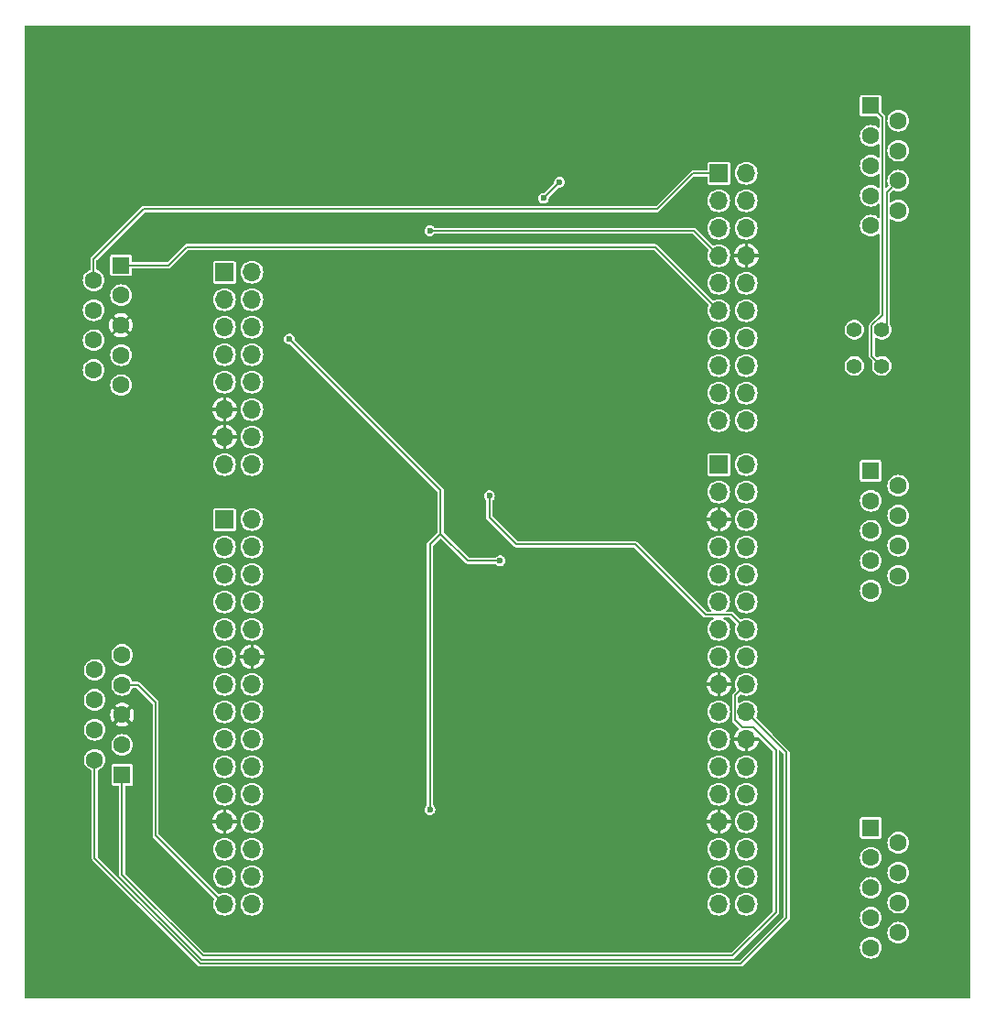
<source format=gbl>
G04 #@! TF.GenerationSoftware,KiCad,Pcbnew,8.0.2*
G04 #@! TF.CreationDate,2024-06-02T13:15:13+02:00*
G04 #@! TF.ProjectId,sample,73616d70-6c65-42e6-9b69-6361645f7063,rev?*
G04 #@! TF.SameCoordinates,Original*
G04 #@! TF.FileFunction,Copper,L2,Bot*
G04 #@! TF.FilePolarity,Positive*
%FSLAX46Y46*%
G04 Gerber Fmt 4.6, Leading zero omitted, Abs format (unit mm)*
G04 Created by KiCad (PCBNEW 8.0.2) date 2024-06-02 13:15:13*
%MOMM*%
%LPD*%
G01*
G04 APERTURE LIST*
G04 #@! TA.AperFunction,ComponentPad*
%ADD10R,1.700000X1.700000*%
G04 #@! TD*
G04 #@! TA.AperFunction,ComponentPad*
%ADD11O,1.700000X1.700000*%
G04 #@! TD*
G04 #@! TA.AperFunction,ComponentPad*
%ADD12C,1.400000*%
G04 #@! TD*
G04 #@! TA.AperFunction,ComponentPad*
%ADD13R,1.600000X1.600000*%
G04 #@! TD*
G04 #@! TA.AperFunction,ComponentPad*
%ADD14C,1.600000*%
G04 #@! TD*
G04 #@! TA.AperFunction,ViaPad*
%ADD15C,0.600000*%
G04 #@! TD*
G04 #@! TA.AperFunction,Conductor*
%ADD16C,0.200000*%
G04 #@! TD*
G04 #@! TA.AperFunction,Conductor*
%ADD17C,0.150000*%
G04 #@! TD*
G04 APERTURE END LIST*
D10*
X103500000Y-91200000D03*
D11*
X106040000Y-91200000D03*
X103500000Y-93740000D03*
X106040000Y-93740000D03*
X103500000Y-96280000D03*
X106040000Y-96280000D03*
X103500000Y-98820000D03*
X106040000Y-98820000D03*
X103500000Y-101360000D03*
X106040000Y-101360000D03*
X103500000Y-103900000D03*
X106040000Y-103900000D03*
X103500000Y-106440000D03*
X106040000Y-106440000D03*
X103500000Y-108980000D03*
X106040000Y-108980000D03*
X103500000Y-111520000D03*
X106040000Y-111520000D03*
X103500000Y-114060000D03*
X106040000Y-114060000D03*
X103500000Y-116600000D03*
X106040000Y-116600000D03*
X103500000Y-119140000D03*
X106040000Y-119140000D03*
X103500000Y-121680000D03*
X106040000Y-121680000D03*
X103500000Y-124220000D03*
X106040000Y-124220000D03*
X103500000Y-126760000D03*
X106040000Y-126760000D03*
D12*
X161750000Y-73650000D03*
X164290000Y-73650000D03*
D10*
X149220000Y-59196000D03*
D11*
X151760000Y-59196000D03*
X149220000Y-61736000D03*
X151760000Y-61736000D03*
X149220000Y-64276000D03*
X151760000Y-64276000D03*
X149220000Y-66816000D03*
X151760000Y-66816000D03*
X149220000Y-69356000D03*
X151760000Y-69356000D03*
X149220000Y-71896000D03*
X151760000Y-71896000D03*
X149220000Y-74436000D03*
X151760000Y-74436000D03*
X149220000Y-76976000D03*
X151760000Y-76976000D03*
X149220000Y-79516000D03*
X151760000Y-79516000D03*
X149220000Y-82056000D03*
X151760000Y-82056000D03*
D12*
X161750000Y-77000000D03*
X164290000Y-77000000D03*
D13*
X163269669Y-52950000D03*
D14*
X163269669Y-55720000D03*
X163269669Y-58490000D03*
X163269669Y-61260000D03*
X163269669Y-64030000D03*
X165809669Y-54335000D03*
X165809669Y-57105000D03*
X165809669Y-59875000D03*
X165809669Y-62645000D03*
D13*
X93930331Y-67690000D03*
D14*
X93930331Y-70460000D03*
X93930331Y-73230000D03*
X93930331Y-76000000D03*
X93930331Y-78770000D03*
X91390331Y-69075000D03*
X91390331Y-71845000D03*
X91390331Y-74615000D03*
X91390331Y-77385000D03*
D10*
X149220000Y-86120000D03*
D11*
X151760000Y-86120000D03*
X149220000Y-88660000D03*
X151760000Y-88660000D03*
X149220000Y-91200000D03*
X151760000Y-91200000D03*
X149220000Y-93740000D03*
X151760000Y-93740000D03*
X149220000Y-96280000D03*
X151760000Y-96280000D03*
X149220000Y-98820000D03*
X151760000Y-98820000D03*
X149220000Y-101360000D03*
X151760000Y-101360000D03*
X149220000Y-103900000D03*
X151760000Y-103900000D03*
X149220000Y-106440000D03*
X151760000Y-106440000D03*
X149220000Y-108980000D03*
X151760000Y-108980000D03*
X149220000Y-111520000D03*
X151760000Y-111520000D03*
X149220000Y-114060000D03*
X151760000Y-114060000D03*
X149220000Y-116600000D03*
X151760000Y-116600000D03*
X149220000Y-119140000D03*
X151760000Y-119140000D03*
X149220000Y-121680000D03*
X151760000Y-121680000D03*
X149220000Y-124220000D03*
X151760000Y-124220000D03*
X149220000Y-126760000D03*
X151760000Y-126760000D03*
D13*
X163269669Y-86690000D03*
D14*
X163269669Y-89460000D03*
X163269669Y-92230000D03*
X163269669Y-95000000D03*
X163269669Y-97770000D03*
X165809669Y-88075000D03*
X165809669Y-90845000D03*
X165809669Y-93615000D03*
X165809669Y-96385000D03*
D13*
X94030331Y-114790000D03*
D14*
X94030331Y-112020000D03*
X94030331Y-109250000D03*
X94030331Y-106480000D03*
X94030331Y-103710000D03*
X91490331Y-113405000D03*
X91490331Y-110635000D03*
X91490331Y-107865000D03*
X91490331Y-105095000D03*
D13*
X163269669Y-119690000D03*
D14*
X163269669Y-122460000D03*
X163269669Y-125230000D03*
X163269669Y-128000000D03*
X163269669Y-130770000D03*
X165809669Y-121075000D03*
X165809669Y-123845000D03*
X165809669Y-126615000D03*
X165809669Y-129385000D03*
D10*
X103500000Y-68340000D03*
D11*
X106040000Y-68340000D03*
X103500000Y-70880000D03*
X106040000Y-70880000D03*
X103500000Y-73420000D03*
X106040000Y-73420000D03*
X103500000Y-75960000D03*
X106040000Y-75960000D03*
X103500000Y-78500000D03*
X106040000Y-78500000D03*
X103500000Y-81040000D03*
X106040000Y-81040000D03*
X103500000Y-83580000D03*
X106040000Y-83580000D03*
X103500000Y-86120000D03*
X106040000Y-86120000D03*
D15*
X109500000Y-74500000D03*
X122500000Y-118000000D03*
X129000000Y-95000000D03*
X133000000Y-61500000D03*
X134500000Y-60000000D03*
X122500000Y-64500000D03*
X128000000Y-89000000D03*
D16*
X123500000Y-92500000D02*
X126000000Y-95000000D01*
X126000000Y-95000000D02*
X129000000Y-95000000D01*
X109500000Y-74500000D02*
X123500000Y-88500000D01*
X122500000Y-118000000D02*
X122500000Y-93500000D01*
X122500000Y-93500000D02*
X123500000Y-92500000D01*
X123500000Y-88500000D02*
X123500000Y-92500000D01*
D17*
X133000000Y-61500000D02*
X134500000Y-60000000D01*
X122500000Y-64500000D02*
X146904000Y-64500000D01*
X146904000Y-64500000D02*
X149220000Y-66816000D01*
X128000000Y-89000000D02*
X128000000Y-91000000D01*
X148000000Y-100000000D02*
X150400000Y-100000000D01*
X141500000Y-93500000D02*
X148000000Y-100000000D01*
X150400000Y-100000000D02*
X151760000Y-101360000D01*
X130500000Y-93500000D02*
X141500000Y-93500000D01*
X128000000Y-91000000D02*
X130500000Y-93500000D01*
X146804000Y-59196000D02*
X143500000Y-62500000D01*
X143500000Y-62500000D02*
X96000000Y-62500000D01*
X149220000Y-59196000D02*
X146804000Y-59196000D01*
X96000000Y-62500000D02*
X91390331Y-67109669D01*
X91390331Y-67109669D02*
X91390331Y-69075000D01*
X93930331Y-67690000D02*
X98310000Y-67690000D01*
X143324000Y-66000000D02*
X149220000Y-71896000D01*
X100000000Y-66000000D02*
X143324000Y-66000000D01*
X98310000Y-67690000D02*
X100000000Y-66000000D01*
X97120000Y-120380000D02*
X103500000Y-126760000D01*
X97120000Y-108120000D02*
X95480000Y-106480000D01*
X95480000Y-106480000D02*
X94030331Y-106480000D01*
X97120000Y-120380000D02*
X97120000Y-108120000D01*
X94030331Y-124030331D02*
X101500000Y-131500000D01*
X150500000Y-131500000D02*
X101500000Y-131500000D01*
X150500000Y-131500000D02*
X154500000Y-127500000D01*
X151395000Y-110395000D02*
X150735000Y-109735000D01*
X94030331Y-114790000D02*
X94030331Y-124030331D01*
X154500000Y-127500000D02*
X154500000Y-112500000D01*
X152395000Y-110395000D02*
X151395000Y-110395000D01*
X154500000Y-112500000D02*
X152395000Y-110395000D01*
X150735000Y-107465000D02*
X151760000Y-106440000D01*
X150735000Y-109735000D02*
X150735000Y-107465000D01*
X151760000Y-108980000D02*
X155500000Y-112720000D01*
X101250000Y-132250000D02*
X91490331Y-122490331D01*
X151250000Y-132250000D02*
X101250000Y-132250000D01*
X155500000Y-112720000D02*
X155500000Y-128000000D01*
X155500000Y-128000000D02*
X151250000Y-132250000D01*
X91490331Y-122490331D02*
X91490331Y-113405000D01*
X164734669Y-73205331D02*
X164290000Y-73650000D01*
X165809669Y-59875000D02*
X164734669Y-60950000D01*
X164734669Y-60950000D02*
X164734669Y-73205331D01*
X164344669Y-72287183D02*
X163365000Y-73266852D01*
X163269669Y-52950000D02*
X164344669Y-54025000D01*
X163365000Y-76075000D02*
X164290000Y-77000000D01*
X164344669Y-54025000D02*
X164344669Y-72287183D01*
X163365000Y-73266852D02*
X163365000Y-76075000D01*
G04 #@! TA.AperFunction,Conductor*
G36*
X172477826Y-45522174D02*
G01*
X172499500Y-45574500D01*
X172499500Y-135425500D01*
X172477826Y-135477826D01*
X172425500Y-135499500D01*
X85074500Y-135499500D01*
X85022174Y-135477826D01*
X85000500Y-135425500D01*
X85000500Y-113405000D01*
X90484990Y-113405000D01*
X90504307Y-113601133D01*
X90561518Y-113789731D01*
X90626749Y-113911767D01*
X90654421Y-113963538D01*
X90779448Y-114115883D01*
X90931793Y-114240910D01*
X91105604Y-114333814D01*
X91162312Y-114351015D01*
X91206093Y-114386945D01*
X91214831Y-114421829D01*
X91214831Y-122545131D01*
X91256774Y-122646389D01*
X101093941Y-132483557D01*
X101093940Y-132483557D01*
X101123599Y-132495841D01*
X101195200Y-132525500D01*
X151304798Y-132525500D01*
X151304800Y-132525500D01*
X151406058Y-132483557D01*
X151483557Y-132406058D01*
X151483556Y-132406058D01*
X151518517Y-132371097D01*
X151518516Y-132371097D01*
X153119614Y-130770000D01*
X162264328Y-130770000D01*
X162283645Y-130966133D01*
X162340856Y-131154731D01*
X162366564Y-131202826D01*
X162433759Y-131328538D01*
X162558786Y-131480883D01*
X162711131Y-131605910D01*
X162739544Y-131621097D01*
X162884937Y-131698812D01*
X162884939Y-131698812D01*
X162884942Y-131698814D01*
X163073537Y-131756024D01*
X163269669Y-131775341D01*
X163465801Y-131756024D01*
X163654396Y-131698814D01*
X163828207Y-131605910D01*
X163980552Y-131480883D01*
X164105579Y-131328538D01*
X164198483Y-131154727D01*
X164255693Y-130966132D01*
X164275010Y-130770000D01*
X164255693Y-130573868D01*
X164198483Y-130385273D01*
X164198481Y-130385270D01*
X164198481Y-130385268D01*
X164110629Y-130220910D01*
X164105579Y-130211462D01*
X163980552Y-130059117D01*
X163828207Y-129934090D01*
X163818266Y-129928776D01*
X163654400Y-129841187D01*
X163465802Y-129783976D01*
X163269669Y-129764659D01*
X163073535Y-129783976D01*
X162884937Y-129841187D01*
X162711132Y-129934089D01*
X162558786Y-130059117D01*
X162433758Y-130211463D01*
X162340856Y-130385268D01*
X162283645Y-130573866D01*
X162264328Y-130770000D01*
X153119614Y-130770000D01*
X154504615Y-129385000D01*
X164804328Y-129385000D01*
X164823645Y-129581133D01*
X164880856Y-129769731D01*
X164919051Y-129841187D01*
X164973759Y-129943538D01*
X165098786Y-130095883D01*
X165251131Y-130220910D01*
X165328095Y-130262048D01*
X165424937Y-130313812D01*
X165424939Y-130313812D01*
X165424942Y-130313814D01*
X165613537Y-130371024D01*
X165809669Y-130390341D01*
X166005801Y-130371024D01*
X166194396Y-130313814D01*
X166368207Y-130220910D01*
X166520552Y-130095883D01*
X166645579Y-129943538D01*
X166738483Y-129769727D01*
X166795693Y-129581132D01*
X166815010Y-129385000D01*
X166795693Y-129188868D01*
X166738483Y-129000273D01*
X166738481Y-129000270D01*
X166738481Y-129000268D01*
X166650629Y-128835910D01*
X166645579Y-128826462D01*
X166520552Y-128674117D01*
X166368207Y-128549090D01*
X166358266Y-128543776D01*
X166194400Y-128456187D01*
X166005802Y-128398976D01*
X165809669Y-128379659D01*
X165613535Y-128398976D01*
X165424937Y-128456187D01*
X165251132Y-128549089D01*
X165098786Y-128674117D01*
X164973758Y-128826463D01*
X164880856Y-129000268D01*
X164823645Y-129188866D01*
X164804328Y-129385000D01*
X154504615Y-129385000D01*
X155733558Y-128156058D01*
X155775500Y-128054800D01*
X155775500Y-128000000D01*
X162264328Y-128000000D01*
X162283645Y-128196133D01*
X162340856Y-128384731D01*
X162379051Y-128456187D01*
X162433759Y-128558538D01*
X162558786Y-128710883D01*
X162711131Y-128835910D01*
X162788095Y-128877048D01*
X162884937Y-128928812D01*
X162884939Y-128928812D01*
X162884942Y-128928814D01*
X163073537Y-128986024D01*
X163269669Y-129005341D01*
X163465801Y-128986024D01*
X163654396Y-128928814D01*
X163828207Y-128835910D01*
X163980552Y-128710883D01*
X164105579Y-128558538D01*
X164198483Y-128384727D01*
X164255693Y-128196132D01*
X164275010Y-128000000D01*
X164255693Y-127803868D01*
X164198483Y-127615273D01*
X164198481Y-127615270D01*
X164198481Y-127615268D01*
X164110629Y-127450910D01*
X164105579Y-127441462D01*
X163980552Y-127289117D01*
X163828207Y-127164090D01*
X163818266Y-127158776D01*
X163654400Y-127071187D01*
X163465802Y-127013976D01*
X163269669Y-126994659D01*
X163073535Y-127013976D01*
X162884937Y-127071187D01*
X162711132Y-127164089D01*
X162558786Y-127289117D01*
X162433758Y-127441463D01*
X162340856Y-127615268D01*
X162283645Y-127803866D01*
X162264328Y-128000000D01*
X155775500Y-128000000D01*
X155775500Y-127945200D01*
X155775500Y-126615000D01*
X164804328Y-126615000D01*
X164823645Y-126811133D01*
X164880856Y-126999731D01*
X164919051Y-127071187D01*
X164973759Y-127173538D01*
X165098786Y-127325883D01*
X165251131Y-127450910D01*
X165328095Y-127492048D01*
X165424937Y-127543812D01*
X165424939Y-127543812D01*
X165424942Y-127543814D01*
X165613537Y-127601024D01*
X165809669Y-127620341D01*
X166005801Y-127601024D01*
X166194396Y-127543814D01*
X166368207Y-127450910D01*
X166520552Y-127325883D01*
X166645579Y-127173538D01*
X166738483Y-126999727D01*
X166795693Y-126811132D01*
X166815010Y-126615000D01*
X166795693Y-126418868D01*
X166738483Y-126230273D01*
X166738481Y-126230270D01*
X166738481Y-126230268D01*
X166650629Y-126065910D01*
X166645579Y-126056462D01*
X166520552Y-125904117D01*
X166368207Y-125779090D01*
X166358266Y-125773776D01*
X166194400Y-125686187D01*
X166005802Y-125628976D01*
X165809669Y-125609659D01*
X165613535Y-125628976D01*
X165424937Y-125686187D01*
X165251132Y-125779089D01*
X165098786Y-125904117D01*
X164973758Y-126056463D01*
X164880856Y-126230268D01*
X164823645Y-126418866D01*
X164804328Y-126615000D01*
X155775500Y-126615000D01*
X155775500Y-125230000D01*
X162264328Y-125230000D01*
X162283645Y-125426133D01*
X162340856Y-125614731D01*
X162428445Y-125778597D01*
X162433759Y-125788538D01*
X162558786Y-125940883D01*
X162711131Y-126065910D01*
X162788095Y-126107048D01*
X162884937Y-126158812D01*
X162884939Y-126158812D01*
X162884942Y-126158814D01*
X163073537Y-126216024D01*
X163269669Y-126235341D01*
X163465801Y-126216024D01*
X163654396Y-126158814D01*
X163828207Y-126065910D01*
X163980552Y-125940883D01*
X164105579Y-125788538D01*
X164198483Y-125614727D01*
X164255693Y-125426132D01*
X164275010Y-125230000D01*
X164255693Y-125033868D01*
X164198483Y-124845273D01*
X164198481Y-124845270D01*
X164198481Y-124845268D01*
X164110629Y-124680910D01*
X164105579Y-124671462D01*
X163980552Y-124519117D01*
X163828207Y-124394090D01*
X163818266Y-124388776D01*
X163654400Y-124301187D01*
X163465802Y-124243976D01*
X163269669Y-124224659D01*
X163073535Y-124243976D01*
X162884937Y-124301187D01*
X162711132Y-124394089D01*
X162558786Y-124519117D01*
X162433758Y-124671463D01*
X162340856Y-124845268D01*
X162283645Y-125033866D01*
X162264328Y-125230000D01*
X155775500Y-125230000D01*
X155775500Y-123845000D01*
X164804328Y-123845000D01*
X164823645Y-124041133D01*
X164880856Y-124229731D01*
X164919051Y-124301187D01*
X164973759Y-124403538D01*
X165098786Y-124555883D01*
X165251131Y-124680910D01*
X165328095Y-124722048D01*
X165424937Y-124773812D01*
X165424939Y-124773812D01*
X165424942Y-124773814D01*
X165613537Y-124831024D01*
X165809669Y-124850341D01*
X166005801Y-124831024D01*
X166194396Y-124773814D01*
X166368207Y-124680910D01*
X166520552Y-124555883D01*
X166645579Y-124403538D01*
X166738483Y-124229727D01*
X166795693Y-124041132D01*
X166815010Y-123845000D01*
X166795693Y-123648868D01*
X166738483Y-123460273D01*
X166738481Y-123460270D01*
X166738481Y-123460268D01*
X166650629Y-123295910D01*
X166645579Y-123286462D01*
X166520552Y-123134117D01*
X166368207Y-123009090D01*
X166358266Y-123003776D01*
X166194400Y-122916187D01*
X166005802Y-122858976D01*
X165809669Y-122839659D01*
X165613535Y-122858976D01*
X165424937Y-122916187D01*
X165251132Y-123009089D01*
X165098786Y-123134117D01*
X164973758Y-123286463D01*
X164880856Y-123460268D01*
X164823645Y-123648866D01*
X164804328Y-123845000D01*
X155775500Y-123845000D01*
X155775500Y-122460000D01*
X162264328Y-122460000D01*
X162283645Y-122656133D01*
X162340856Y-122844731D01*
X162379051Y-122916187D01*
X162433759Y-123018538D01*
X162558786Y-123170883D01*
X162711131Y-123295910D01*
X162788095Y-123337048D01*
X162884937Y-123388812D01*
X162884939Y-123388812D01*
X162884942Y-123388814D01*
X163073537Y-123446024D01*
X163269669Y-123465341D01*
X163465801Y-123446024D01*
X163654396Y-123388814D01*
X163828207Y-123295910D01*
X163980552Y-123170883D01*
X164105579Y-123018538D01*
X164198483Y-122844727D01*
X164255693Y-122656132D01*
X164275010Y-122460000D01*
X164255693Y-122263868D01*
X164198483Y-122075273D01*
X164198481Y-122075270D01*
X164198481Y-122075268D01*
X164110629Y-121910910D01*
X164105579Y-121901462D01*
X163980552Y-121749117D01*
X163828207Y-121624090D01*
X163818266Y-121618776D01*
X163654400Y-121531187D01*
X163465802Y-121473976D01*
X163269669Y-121454659D01*
X163073535Y-121473976D01*
X162884937Y-121531187D01*
X162711132Y-121624089D01*
X162558786Y-121749117D01*
X162433758Y-121901463D01*
X162340856Y-122075268D01*
X162283645Y-122263866D01*
X162264328Y-122460000D01*
X155775500Y-122460000D01*
X155775500Y-121075000D01*
X164804328Y-121075000D01*
X164823645Y-121271133D01*
X164880856Y-121459731D01*
X164919051Y-121531187D01*
X164973759Y-121633538D01*
X165098786Y-121785883D01*
X165251131Y-121910910D01*
X165328095Y-121952048D01*
X165424937Y-122003812D01*
X165424939Y-122003812D01*
X165424942Y-122003814D01*
X165613537Y-122061024D01*
X165809669Y-122080341D01*
X166005801Y-122061024D01*
X166194396Y-122003814D01*
X166368207Y-121910910D01*
X166520552Y-121785883D01*
X166645579Y-121633538D01*
X166738483Y-121459727D01*
X166795693Y-121271132D01*
X166815010Y-121075000D01*
X166795693Y-120878868D01*
X166738483Y-120690273D01*
X166738481Y-120690270D01*
X166738481Y-120690268D01*
X166686717Y-120593426D01*
X166645579Y-120516462D01*
X166520552Y-120364117D01*
X166368207Y-120239090D01*
X166358266Y-120233776D01*
X166194400Y-120146187D01*
X166005802Y-120088976D01*
X165809669Y-120069659D01*
X165613535Y-120088976D01*
X165424937Y-120146187D01*
X165251132Y-120239089D01*
X165098786Y-120364117D01*
X164973758Y-120516463D01*
X164880856Y-120690268D01*
X164823645Y-120878866D01*
X164804328Y-121075000D01*
X155775500Y-121075000D01*
X155775500Y-118870252D01*
X162269169Y-118870252D01*
X162269169Y-120509748D01*
X162274403Y-120536059D01*
X162280802Y-120568232D01*
X162310277Y-120612343D01*
X162325117Y-120634552D01*
X162369229Y-120664027D01*
X162391436Y-120678866D01*
X162391437Y-120678866D01*
X162391438Y-120678867D01*
X162449921Y-120690500D01*
X162449923Y-120690500D01*
X164089415Y-120690500D01*
X164089417Y-120690500D01*
X164147900Y-120678867D01*
X164214221Y-120634552D01*
X164258536Y-120568231D01*
X164270169Y-120509748D01*
X164270169Y-118870252D01*
X164258536Y-118811769D01*
X164214221Y-118745448D01*
X164180307Y-118722787D01*
X164147901Y-118701133D01*
X164147902Y-118701133D01*
X164118658Y-118695316D01*
X164089417Y-118689500D01*
X162449921Y-118689500D01*
X162420679Y-118695316D01*
X162391436Y-118701133D01*
X162325118Y-118745447D01*
X162325116Y-118745449D01*
X162280802Y-118811767D01*
X162280802Y-118811769D01*
X162269169Y-118870252D01*
X155775500Y-118870252D01*
X155775500Y-112665200D01*
X155771068Y-112654500D01*
X155733559Y-112563944D01*
X155733557Y-112563941D01*
X154223691Y-111054075D01*
X152710760Y-109541145D01*
X152689087Y-109488820D01*
X152697825Y-109453936D01*
X152703674Y-109442993D01*
X152735232Y-109383954D01*
X152795300Y-109185934D01*
X152815583Y-108980000D01*
X152795300Y-108774066D01*
X152735232Y-108576046D01*
X152637685Y-108393550D01*
X152506410Y-108233590D01*
X152346450Y-108102315D01*
X152163954Y-108004768D01*
X152052158Y-107970855D01*
X151965935Y-107944700D01*
X151760000Y-107924417D01*
X151554064Y-107944700D01*
X151356043Y-108004769D01*
X151173549Y-108102315D01*
X151131445Y-108136869D01*
X151077246Y-108153310D01*
X151027297Y-108126611D01*
X151010500Y-108079666D01*
X151010500Y-107609766D01*
X151032173Y-107557441D01*
X151198854Y-107390759D01*
X151251179Y-107369086D01*
X151286060Y-107377823D01*
X151356046Y-107415232D01*
X151554066Y-107475300D01*
X151760000Y-107495583D01*
X151965934Y-107475300D01*
X152163954Y-107415232D01*
X152346450Y-107317685D01*
X152506410Y-107186410D01*
X152637685Y-107026450D01*
X152735232Y-106843954D01*
X152795300Y-106645934D01*
X152815583Y-106440000D01*
X152795300Y-106234066D01*
X152735232Y-106036046D01*
X152637685Y-105853550D01*
X152506410Y-105693590D01*
X152446092Y-105644089D01*
X152346450Y-105562315D01*
X152163956Y-105464769D01*
X152163955Y-105464768D01*
X152163954Y-105464768D01*
X151970731Y-105406155D01*
X151965935Y-105404700D01*
X151760000Y-105384417D01*
X151554064Y-105404700D01*
X151356043Y-105464769D01*
X151173549Y-105562315D01*
X151013590Y-105693589D01*
X151013589Y-105693590D01*
X150882315Y-105853549D01*
X150784769Y-106036043D01*
X150724700Y-106234064D01*
X150704417Y-106440000D01*
X150724700Y-106645935D01*
X150784769Y-106843958D01*
X150822174Y-106913936D01*
X150827726Y-106970300D01*
X150809238Y-107001145D01*
X150578942Y-107231443D01*
X150501442Y-107308943D01*
X150497821Y-107317685D01*
X150459500Y-107410200D01*
X150459500Y-109789800D01*
X150476797Y-109831557D01*
X150498725Y-109884495D01*
X150498725Y-109884497D01*
X150501442Y-109891057D01*
X151087326Y-110476941D01*
X151109000Y-110529267D01*
X151087326Y-110581593D01*
X151073959Y-110592181D01*
X151064004Y-110598345D01*
X150906501Y-110741928D01*
X150778063Y-110912005D01*
X150778059Y-110912011D01*
X150683064Y-111102787D01*
X150683061Y-111102797D01*
X150624738Y-111307781D01*
X150624736Y-111307795D01*
X150618972Y-111369998D01*
X150618974Y-111370000D01*
X151282555Y-111370000D01*
X151260000Y-111454174D01*
X151260000Y-111585826D01*
X151282555Y-111670000D01*
X150618974Y-111670000D01*
X150618972Y-111670001D01*
X150624736Y-111732204D01*
X150624738Y-111732218D01*
X150683061Y-111937202D01*
X150683064Y-111937212D01*
X150778059Y-112127988D01*
X150778063Y-112127994D01*
X150906501Y-112298071D01*
X151064003Y-112441653D01*
X151245200Y-112553844D01*
X151245210Y-112553849D01*
X151443935Y-112630836D01*
X151609999Y-112661879D01*
X151610000Y-112661879D01*
X151610000Y-111997445D01*
X151694174Y-112020000D01*
X151825826Y-112020000D01*
X151910000Y-111997445D01*
X151910000Y-112661879D01*
X152076064Y-112630836D01*
X152274789Y-112553849D01*
X152274799Y-112553844D01*
X152455996Y-112441653D01*
X152613498Y-112298071D01*
X152741936Y-112127994D01*
X152741940Y-112127988D01*
X152836935Y-111937212D01*
X152836938Y-111937202D01*
X152895261Y-111732218D01*
X152895263Y-111732204D01*
X152901027Y-111670001D01*
X152901026Y-111670000D01*
X152237445Y-111670000D01*
X152260000Y-111585826D01*
X152260000Y-111454174D01*
X152237445Y-111370000D01*
X152920229Y-111370000D01*
X152937925Y-111361692D01*
X152991197Y-111380924D01*
X152993672Y-111383287D01*
X154202826Y-112592441D01*
X154224500Y-112644767D01*
X154224500Y-127355232D01*
X154202826Y-127407558D01*
X150407559Y-131202826D01*
X150355233Y-131224500D01*
X101644768Y-131224500D01*
X101592442Y-131202826D01*
X94327505Y-123937889D01*
X94305831Y-123885563D01*
X94305831Y-115864500D01*
X94327505Y-115812174D01*
X94379831Y-115790500D01*
X94850077Y-115790500D01*
X94850079Y-115790500D01*
X94908562Y-115778867D01*
X94974883Y-115734552D01*
X95019198Y-115668231D01*
X95030831Y-115609748D01*
X95030831Y-113970252D01*
X95019198Y-113911769D01*
X94974883Y-113845448D01*
X94952674Y-113830608D01*
X94908563Y-113801133D01*
X94908564Y-113801133D01*
X94879320Y-113795316D01*
X94850079Y-113789500D01*
X93210583Y-113789500D01*
X93181341Y-113795316D01*
X93152098Y-113801133D01*
X93085780Y-113845447D01*
X93085778Y-113845449D01*
X93041464Y-113911767D01*
X93041464Y-113911769D01*
X93031167Y-113963538D01*
X93029831Y-113970253D01*
X93029831Y-115609746D01*
X93041464Y-115668232D01*
X93070939Y-115712343D01*
X93085779Y-115734552D01*
X93129891Y-115764027D01*
X93152098Y-115778866D01*
X93152099Y-115778866D01*
X93152100Y-115778867D01*
X93210583Y-115790500D01*
X93680831Y-115790500D01*
X93733157Y-115812174D01*
X93754831Y-115864500D01*
X93754831Y-124085130D01*
X93754830Y-124085130D01*
X93780078Y-124146082D01*
X93796774Y-124186389D01*
X101343941Y-131733557D01*
X101343940Y-131733557D01*
X101373599Y-131745841D01*
X101445200Y-131775500D01*
X150554798Y-131775500D01*
X150554800Y-131775500D01*
X150656058Y-131733557D01*
X150733557Y-131656058D01*
X150733556Y-131656058D01*
X150768517Y-131621097D01*
X150768516Y-131621097D01*
X154733557Y-127656059D01*
X154756353Y-127601024D01*
X154775500Y-127554800D01*
X154775500Y-112563767D01*
X154797174Y-112511441D01*
X154849500Y-112489767D01*
X154901826Y-112511441D01*
X155202826Y-112812441D01*
X155224500Y-112864767D01*
X155224500Y-127855232D01*
X155202826Y-127907558D01*
X151157559Y-131952826D01*
X151105233Y-131974500D01*
X101394768Y-131974500D01*
X101342442Y-131952826D01*
X91787505Y-122397889D01*
X91765831Y-122345563D01*
X91765831Y-114421829D01*
X91787505Y-114369503D01*
X91818349Y-114351016D01*
X91875058Y-114333814D01*
X92048869Y-114240910D01*
X92201214Y-114115883D01*
X92326241Y-113963538D01*
X92419145Y-113789727D01*
X92476355Y-113601132D01*
X92495672Y-113405000D01*
X92476355Y-113208868D01*
X92419145Y-113020273D01*
X92419143Y-113020270D01*
X92419143Y-113020268D01*
X92331291Y-112855910D01*
X92326241Y-112846462D01*
X92201214Y-112694117D01*
X92048869Y-112569090D01*
X92020346Y-112553844D01*
X91875062Y-112476187D01*
X91686464Y-112418976D01*
X91490331Y-112399659D01*
X91294197Y-112418976D01*
X91105599Y-112476187D01*
X90931794Y-112569089D01*
X90779448Y-112694117D01*
X90654420Y-112846463D01*
X90561518Y-113020268D01*
X90504307Y-113208866D01*
X90484990Y-113405000D01*
X85000500Y-113405000D01*
X85000500Y-112020000D01*
X93024990Y-112020000D01*
X93044307Y-112216133D01*
X93101518Y-112404731D01*
X93181222Y-112553844D01*
X93194421Y-112578538D01*
X93319448Y-112730883D01*
X93471793Y-112855910D01*
X93548757Y-112897048D01*
X93645599Y-112948812D01*
X93645601Y-112948812D01*
X93645604Y-112948814D01*
X93834199Y-113006024D01*
X94030331Y-113025341D01*
X94226463Y-113006024D01*
X94415058Y-112948814D01*
X94588869Y-112855910D01*
X94741214Y-112730883D01*
X94866241Y-112578538D01*
X94959145Y-112404727D01*
X95016355Y-112216132D01*
X95035672Y-112020000D01*
X95016355Y-111823868D01*
X94959145Y-111635273D01*
X94959143Y-111635270D01*
X94959143Y-111635268D01*
X94871291Y-111470910D01*
X94866241Y-111461462D01*
X94741214Y-111309117D01*
X94588869Y-111184090D01*
X94578928Y-111178776D01*
X94415062Y-111091187D01*
X94226464Y-111033976D01*
X94030331Y-111014659D01*
X93834197Y-111033976D01*
X93645599Y-111091187D01*
X93471794Y-111184089D01*
X93319448Y-111309117D01*
X93194420Y-111461463D01*
X93101518Y-111635268D01*
X93044307Y-111823866D01*
X93024990Y-112020000D01*
X85000500Y-112020000D01*
X85000500Y-110635000D01*
X90484990Y-110635000D01*
X90504307Y-110831133D01*
X90561518Y-111019731D01*
X90615061Y-111119901D01*
X90654421Y-111193538D01*
X90779448Y-111345883D01*
X90931793Y-111470910D01*
X91008757Y-111512048D01*
X91105599Y-111563812D01*
X91105601Y-111563812D01*
X91105604Y-111563814D01*
X91294199Y-111621024D01*
X91490331Y-111640341D01*
X91686463Y-111621024D01*
X91875058Y-111563814D01*
X92048869Y-111470910D01*
X92201214Y-111345883D01*
X92326241Y-111193538D01*
X92419145Y-111019727D01*
X92476355Y-110831132D01*
X92495672Y-110635000D01*
X92476355Y-110438868D01*
X92419145Y-110250273D01*
X92419143Y-110250270D01*
X92419143Y-110250268D01*
X92355702Y-110131579D01*
X92326241Y-110076462D01*
X92201214Y-109924117D01*
X92048869Y-109799090D01*
X92031487Y-109789799D01*
X91875062Y-109706187D01*
X91686464Y-109648976D01*
X91490331Y-109629659D01*
X91294197Y-109648976D01*
X91105599Y-109706187D01*
X90931794Y-109799089D01*
X90779448Y-109924117D01*
X90654420Y-110076463D01*
X90561518Y-110250268D01*
X90504307Y-110438866D01*
X90484990Y-110635000D01*
X85000500Y-110635000D01*
X85000500Y-109249996D01*
X92925618Y-109249996D01*
X92925618Y-109250003D01*
X92944426Y-109452984D01*
X93000215Y-109649062D01*
X93000217Y-109649067D01*
X93091085Y-109831557D01*
X93091087Y-109831560D01*
X93153710Y-109914486D01*
X93586659Y-109481537D01*
X93630232Y-109557007D01*
X93723324Y-109650099D01*
X93798791Y-109693670D01*
X93362651Y-110129810D01*
X93364586Y-110131575D01*
X93364589Y-110131577D01*
X93537913Y-110238895D01*
X93537922Y-110238900D01*
X93728010Y-110312540D01*
X93928397Y-110349999D01*
X93928403Y-110350000D01*
X94132259Y-110350000D01*
X94132264Y-110349999D01*
X94332651Y-110312540D01*
X94522739Y-110238900D01*
X94522748Y-110238895D01*
X94696069Y-110131579D01*
X94698008Y-110129810D01*
X94698008Y-110129809D01*
X94261869Y-109693670D01*
X94337338Y-109650099D01*
X94430430Y-109557007D01*
X94474001Y-109481538D01*
X94906950Y-109914487D01*
X94969574Y-109831559D01*
X94969576Y-109831557D01*
X95060444Y-109649067D01*
X95060446Y-109649062D01*
X95116235Y-109452984D01*
X95135044Y-109250003D01*
X95135044Y-109249996D01*
X95116235Y-109047015D01*
X95060446Y-108850937D01*
X95060444Y-108850932D01*
X94969576Y-108668442D01*
X94969574Y-108668439D01*
X94906949Y-108585511D01*
X94474001Y-109018460D01*
X94430430Y-108942993D01*
X94337338Y-108849901D01*
X94261868Y-108806328D01*
X94698008Y-108370189D01*
X94696067Y-108368418D01*
X94522748Y-108261104D01*
X94522739Y-108261099D01*
X94332651Y-108187459D01*
X94132264Y-108150000D01*
X93928397Y-108150000D01*
X93728010Y-108187459D01*
X93537922Y-108261099D01*
X93537913Y-108261104D01*
X93364593Y-108368419D01*
X93364593Y-108368420D01*
X93362652Y-108370188D01*
X93798792Y-108806329D01*
X93723324Y-108849901D01*
X93630232Y-108942993D01*
X93586660Y-109018461D01*
X93153710Y-108585511D01*
X93091085Y-108668443D01*
X93091084Y-108668445D01*
X93000217Y-108850932D01*
X93000215Y-108850937D01*
X92944426Y-109047015D01*
X92925618Y-109249996D01*
X85000500Y-109249996D01*
X85000500Y-107865000D01*
X90484990Y-107865000D01*
X90504307Y-108061133D01*
X90561518Y-108249731D01*
X90638392Y-108393550D01*
X90654421Y-108423538D01*
X90779448Y-108575883D01*
X90931793Y-108700910D01*
X91008757Y-108742048D01*
X91105599Y-108793812D01*
X91105601Y-108793812D01*
X91105604Y-108793814D01*
X91294199Y-108851024D01*
X91490331Y-108870341D01*
X91686463Y-108851024D01*
X91875058Y-108793814D01*
X92048869Y-108700910D01*
X92201214Y-108575883D01*
X92326241Y-108423538D01*
X92419145Y-108249727D01*
X92476355Y-108061132D01*
X92495672Y-107865000D01*
X92476355Y-107668868D01*
X92419145Y-107480273D01*
X92419143Y-107480270D01*
X92419143Y-107480268D01*
X92350556Y-107351953D01*
X92326241Y-107306462D01*
X92201214Y-107154117D01*
X92048869Y-107029090D01*
X91996588Y-107001145D01*
X91875062Y-106936187D01*
X91686464Y-106878976D01*
X91490331Y-106859659D01*
X91294197Y-106878976D01*
X91105599Y-106936187D01*
X90931794Y-107029089D01*
X90779448Y-107154117D01*
X90654420Y-107306463D01*
X90561518Y-107480268D01*
X90504307Y-107668866D01*
X90484990Y-107865000D01*
X85000500Y-107865000D01*
X85000500Y-106480000D01*
X93024990Y-106480000D01*
X93044307Y-106676133D01*
X93101518Y-106864731D01*
X93139713Y-106936187D01*
X93194421Y-107038538D01*
X93319448Y-107190883D01*
X93471793Y-107315910D01*
X93539225Y-107351953D01*
X93645599Y-107408812D01*
X93645601Y-107408812D01*
X93645604Y-107408814D01*
X93834199Y-107466024D01*
X94030331Y-107485341D01*
X94226463Y-107466024D01*
X94415058Y-107408814D01*
X94588869Y-107315910D01*
X94741214Y-107190883D01*
X94866241Y-107038538D01*
X94959145Y-106864727D01*
X94976348Y-106808018D01*
X95012278Y-106764238D01*
X95047161Y-106755500D01*
X95335233Y-106755500D01*
X95387559Y-106777174D01*
X96822826Y-108212441D01*
X96844500Y-108264767D01*
X96844500Y-120434800D01*
X96868214Y-120492049D01*
X96886442Y-120536057D01*
X96886444Y-120536059D01*
X102549238Y-126198854D01*
X102570912Y-126251180D01*
X102562174Y-126286063D01*
X102524770Y-126356041D01*
X102524769Y-126356043D01*
X102524768Y-126356046D01*
X102498135Y-126443842D01*
X102464700Y-126554064D01*
X102444417Y-126760000D01*
X102464700Y-126965935D01*
X102474951Y-126999727D01*
X102496627Y-127071186D01*
X102524769Y-127163956D01*
X102622315Y-127346450D01*
X102708042Y-127450910D01*
X102753590Y-127506410D01*
X102913550Y-127637685D01*
X103096046Y-127735232D01*
X103294066Y-127795300D01*
X103500000Y-127815583D01*
X103705934Y-127795300D01*
X103903954Y-127735232D01*
X104086450Y-127637685D01*
X104246410Y-127506410D01*
X104377685Y-127346450D01*
X104475232Y-127163954D01*
X104535300Y-126965934D01*
X104555583Y-126760000D01*
X104984417Y-126760000D01*
X105004700Y-126965935D01*
X105014951Y-126999727D01*
X105036627Y-127071186D01*
X105064769Y-127163956D01*
X105162315Y-127346450D01*
X105248042Y-127450910D01*
X105293590Y-127506410D01*
X105453550Y-127637685D01*
X105636046Y-127735232D01*
X105834066Y-127795300D01*
X106040000Y-127815583D01*
X106245934Y-127795300D01*
X106443954Y-127735232D01*
X106626450Y-127637685D01*
X106786410Y-127506410D01*
X106917685Y-127346450D01*
X107015232Y-127163954D01*
X107075300Y-126965934D01*
X107095583Y-126760000D01*
X148164417Y-126760000D01*
X148184700Y-126965935D01*
X148194951Y-126999727D01*
X148216627Y-127071186D01*
X148244769Y-127163956D01*
X148342315Y-127346450D01*
X148428042Y-127450910D01*
X148473590Y-127506410D01*
X148633550Y-127637685D01*
X148816046Y-127735232D01*
X149014066Y-127795300D01*
X149220000Y-127815583D01*
X149425934Y-127795300D01*
X149623954Y-127735232D01*
X149806450Y-127637685D01*
X149966410Y-127506410D01*
X150097685Y-127346450D01*
X150195232Y-127163954D01*
X150255300Y-126965934D01*
X150275583Y-126760000D01*
X150704417Y-126760000D01*
X150724700Y-126965935D01*
X150734951Y-126999727D01*
X150756627Y-127071186D01*
X150784769Y-127163956D01*
X150882315Y-127346450D01*
X150968042Y-127450910D01*
X151013590Y-127506410D01*
X151173550Y-127637685D01*
X151356046Y-127735232D01*
X151554066Y-127795300D01*
X151760000Y-127815583D01*
X151965934Y-127795300D01*
X152163954Y-127735232D01*
X152346450Y-127637685D01*
X152506410Y-127506410D01*
X152637685Y-127346450D01*
X152735232Y-127163954D01*
X152795300Y-126965934D01*
X152815583Y-126760000D01*
X152795300Y-126554066D01*
X152735232Y-126356046D01*
X152637685Y-126173550D01*
X152506410Y-126013590D01*
X152346450Y-125882315D01*
X152163954Y-125784768D01*
X152052158Y-125750855D01*
X151965935Y-125724700D01*
X151760000Y-125704417D01*
X151554064Y-125724700D01*
X151356043Y-125784769D01*
X151173549Y-125882315D01*
X151013590Y-126013589D01*
X151013589Y-126013590D01*
X150882315Y-126173549D01*
X150784769Y-126356043D01*
X150724700Y-126554064D01*
X150704417Y-126760000D01*
X150275583Y-126760000D01*
X150255300Y-126554066D01*
X150195232Y-126356046D01*
X150097685Y-126173550D01*
X149966410Y-126013590D01*
X149806450Y-125882315D01*
X149623954Y-125784768D01*
X149512158Y-125750855D01*
X149425935Y-125724700D01*
X149220000Y-125704417D01*
X149014064Y-125724700D01*
X148816043Y-125784769D01*
X148633549Y-125882315D01*
X148473590Y-126013589D01*
X148473589Y-126013590D01*
X148342315Y-126173549D01*
X148244769Y-126356043D01*
X148184700Y-126554064D01*
X148164417Y-126760000D01*
X107095583Y-126760000D01*
X107075300Y-126554066D01*
X107015232Y-126356046D01*
X106917685Y-126173550D01*
X106786410Y-126013590D01*
X106626450Y-125882315D01*
X106443954Y-125784768D01*
X106332158Y-125750855D01*
X106245935Y-125724700D01*
X106040000Y-125704417D01*
X105834064Y-125724700D01*
X105636043Y-125784769D01*
X105453549Y-125882315D01*
X105293590Y-126013589D01*
X105293589Y-126013590D01*
X105162315Y-126173549D01*
X105064769Y-126356043D01*
X105004700Y-126554064D01*
X104984417Y-126760000D01*
X104555583Y-126760000D01*
X104535300Y-126554066D01*
X104475232Y-126356046D01*
X104377685Y-126173550D01*
X104246410Y-126013590D01*
X104086450Y-125882315D01*
X103903954Y-125784768D01*
X103792158Y-125750855D01*
X103705935Y-125724700D01*
X103500000Y-125704417D01*
X103294064Y-125724700D01*
X103183842Y-125758135D01*
X103096046Y-125784768D01*
X103096043Y-125784769D01*
X103096041Y-125784770D01*
X103026063Y-125822174D01*
X102969699Y-125827726D01*
X102938854Y-125809238D01*
X101349616Y-124220000D01*
X102444417Y-124220000D01*
X102464700Y-124425934D01*
X102524768Y-124623954D01*
X102622315Y-124806450D01*
X102753590Y-124966410D01*
X102913550Y-125097685D01*
X103096046Y-125195232D01*
X103294066Y-125255300D01*
X103500000Y-125275583D01*
X103705934Y-125255300D01*
X103903954Y-125195232D01*
X104086450Y-125097685D01*
X104246410Y-124966410D01*
X104377685Y-124806450D01*
X104475232Y-124623954D01*
X104535300Y-124425934D01*
X104555583Y-124220000D01*
X104984417Y-124220000D01*
X105004700Y-124425934D01*
X105064768Y-124623954D01*
X105162315Y-124806450D01*
X105293590Y-124966410D01*
X105453550Y-125097685D01*
X105636046Y-125195232D01*
X105834066Y-125255300D01*
X106040000Y-125275583D01*
X106245934Y-125255300D01*
X106443954Y-125195232D01*
X106626450Y-125097685D01*
X106786410Y-124966410D01*
X106917685Y-124806450D01*
X107015232Y-124623954D01*
X107075300Y-124425934D01*
X107095583Y-124220000D01*
X148164417Y-124220000D01*
X148184700Y-124425934D01*
X148244768Y-124623954D01*
X148342315Y-124806450D01*
X148473590Y-124966410D01*
X148633550Y-125097685D01*
X148816046Y-125195232D01*
X149014066Y-125255300D01*
X149220000Y-125275583D01*
X149425934Y-125255300D01*
X149623954Y-125195232D01*
X149806450Y-125097685D01*
X149966410Y-124966410D01*
X150097685Y-124806450D01*
X150195232Y-124623954D01*
X150255300Y-124425934D01*
X150275583Y-124220000D01*
X150704417Y-124220000D01*
X150724700Y-124425934D01*
X150784768Y-124623954D01*
X150882315Y-124806450D01*
X151013590Y-124966410D01*
X151173550Y-125097685D01*
X151356046Y-125195232D01*
X151554066Y-125255300D01*
X151760000Y-125275583D01*
X151965934Y-125255300D01*
X152163954Y-125195232D01*
X152346450Y-125097685D01*
X152506410Y-124966410D01*
X152637685Y-124806450D01*
X152735232Y-124623954D01*
X152795300Y-124425934D01*
X152815583Y-124220000D01*
X152795300Y-124014066D01*
X152735232Y-123816046D01*
X152637685Y-123633550D01*
X152506410Y-123473590D01*
X152346450Y-123342315D01*
X152163954Y-123244768D01*
X152052158Y-123210855D01*
X151965935Y-123184700D01*
X151760000Y-123164417D01*
X151554064Y-123184700D01*
X151356043Y-123244769D01*
X151173549Y-123342315D01*
X151013590Y-123473589D01*
X151013589Y-123473590D01*
X150882315Y-123633549D01*
X150784769Y-123816043D01*
X150724700Y-124014064D01*
X150711697Y-124146082D01*
X150704417Y-124220000D01*
X150275583Y-124220000D01*
X150255300Y-124014066D01*
X150195232Y-123816046D01*
X150097685Y-123633550D01*
X149966410Y-123473590D01*
X149806450Y-123342315D01*
X149623954Y-123244768D01*
X149512158Y-123210855D01*
X149425935Y-123184700D01*
X149220000Y-123164417D01*
X149014064Y-123184700D01*
X148816043Y-123244769D01*
X148633549Y-123342315D01*
X148473590Y-123473589D01*
X148473589Y-123473590D01*
X148342315Y-123633549D01*
X148244769Y-123816043D01*
X148184700Y-124014064D01*
X148171697Y-124146082D01*
X148164417Y-124220000D01*
X107095583Y-124220000D01*
X107075300Y-124014066D01*
X107015232Y-123816046D01*
X106917685Y-123633550D01*
X106786410Y-123473590D01*
X106626450Y-123342315D01*
X106443954Y-123244768D01*
X106332158Y-123210855D01*
X106245935Y-123184700D01*
X106040000Y-123164417D01*
X105834064Y-123184700D01*
X105636043Y-123244769D01*
X105453549Y-123342315D01*
X105293590Y-123473589D01*
X105293589Y-123473590D01*
X105162315Y-123633549D01*
X105064769Y-123816043D01*
X105004700Y-124014064D01*
X104991697Y-124146082D01*
X104984417Y-124220000D01*
X104555583Y-124220000D01*
X104535300Y-124014066D01*
X104475232Y-123816046D01*
X104377685Y-123633550D01*
X104246410Y-123473590D01*
X104086450Y-123342315D01*
X103903954Y-123244768D01*
X103792158Y-123210855D01*
X103705935Y-123184700D01*
X103500000Y-123164417D01*
X103294064Y-123184700D01*
X103096043Y-123244769D01*
X102913549Y-123342315D01*
X102753590Y-123473589D01*
X102753589Y-123473590D01*
X102622315Y-123633549D01*
X102524769Y-123816043D01*
X102464700Y-124014064D01*
X102451697Y-124146082D01*
X102444417Y-124220000D01*
X101349616Y-124220000D01*
X98809616Y-121680000D01*
X102444417Y-121680000D01*
X102464700Y-121885935D01*
X102472276Y-121910910D01*
X102522133Y-122075268D01*
X102524769Y-122083956D01*
X102622315Y-122266450D01*
X102730183Y-122397889D01*
X102753590Y-122426410D01*
X102913550Y-122557685D01*
X103096046Y-122655232D01*
X103294066Y-122715300D01*
X103500000Y-122735583D01*
X103705934Y-122715300D01*
X103903954Y-122655232D01*
X104086450Y-122557685D01*
X104246410Y-122426410D01*
X104377685Y-122266450D01*
X104475232Y-122083954D01*
X104535300Y-121885934D01*
X104555583Y-121680000D01*
X104984417Y-121680000D01*
X105004700Y-121885935D01*
X105012276Y-121910910D01*
X105062133Y-122075268D01*
X105064769Y-122083956D01*
X105162315Y-122266450D01*
X105270183Y-122397889D01*
X105293590Y-122426410D01*
X105453550Y-122557685D01*
X105636046Y-122655232D01*
X105834066Y-122715300D01*
X106040000Y-122735583D01*
X106245934Y-122715300D01*
X106443954Y-122655232D01*
X106626450Y-122557685D01*
X106786410Y-122426410D01*
X106917685Y-122266450D01*
X107015232Y-122083954D01*
X107075300Y-121885934D01*
X107095583Y-121680000D01*
X148164417Y-121680000D01*
X148184700Y-121885935D01*
X148192276Y-121910910D01*
X148242133Y-122075268D01*
X148244769Y-122083956D01*
X148342315Y-122266450D01*
X148450183Y-122397889D01*
X148473590Y-122426410D01*
X148633550Y-122557685D01*
X148816046Y-122655232D01*
X149014066Y-122715300D01*
X149220000Y-122735583D01*
X149425934Y-122715300D01*
X149623954Y-122655232D01*
X149806450Y-122557685D01*
X149966410Y-122426410D01*
X150097685Y-122266450D01*
X150195232Y-122083954D01*
X150255300Y-121885934D01*
X150275583Y-121680000D01*
X150704417Y-121680000D01*
X150724700Y-121885935D01*
X150732276Y-121910910D01*
X150782133Y-122075268D01*
X150784769Y-122083956D01*
X150882315Y-122266450D01*
X150990183Y-122397889D01*
X151013590Y-122426410D01*
X151173550Y-122557685D01*
X151356046Y-122655232D01*
X151554066Y-122715300D01*
X151760000Y-122735583D01*
X151965934Y-122715300D01*
X152163954Y-122655232D01*
X152346450Y-122557685D01*
X152506410Y-122426410D01*
X152637685Y-122266450D01*
X152735232Y-122083954D01*
X152795300Y-121885934D01*
X152815583Y-121680000D01*
X152795300Y-121474066D01*
X152735232Y-121276046D01*
X152637685Y-121093550D01*
X152506410Y-120933590D01*
X152346450Y-120802315D01*
X152163954Y-120704768D01*
X152052158Y-120670855D01*
X151965935Y-120644700D01*
X151760000Y-120624417D01*
X151554064Y-120644700D01*
X151356043Y-120704769D01*
X151173549Y-120802315D01*
X151013590Y-120933589D01*
X151013589Y-120933590D01*
X150882315Y-121093549D01*
X150784769Y-121276043D01*
X150724700Y-121474064D01*
X150704417Y-121680000D01*
X150275583Y-121680000D01*
X150255300Y-121474066D01*
X150195232Y-121276046D01*
X150097685Y-121093550D01*
X149966410Y-120933590D01*
X149806450Y-120802315D01*
X149623954Y-120704768D01*
X149512158Y-120670855D01*
X149425935Y-120644700D01*
X149220000Y-120624417D01*
X149014064Y-120644700D01*
X148816043Y-120704769D01*
X148633549Y-120802315D01*
X148473590Y-120933589D01*
X148473589Y-120933590D01*
X148342315Y-121093549D01*
X148244769Y-121276043D01*
X148184700Y-121474064D01*
X148164417Y-121680000D01*
X107095583Y-121680000D01*
X107075300Y-121474066D01*
X107015232Y-121276046D01*
X106917685Y-121093550D01*
X106786410Y-120933590D01*
X106626450Y-120802315D01*
X106443954Y-120704768D01*
X106332158Y-120670855D01*
X106245935Y-120644700D01*
X106040000Y-120624417D01*
X105834064Y-120644700D01*
X105636043Y-120704769D01*
X105453549Y-120802315D01*
X105293590Y-120933589D01*
X105293589Y-120933590D01*
X105162315Y-121093549D01*
X105064769Y-121276043D01*
X105004700Y-121474064D01*
X104984417Y-121680000D01*
X104555583Y-121680000D01*
X104535300Y-121474066D01*
X104475232Y-121276046D01*
X104377685Y-121093550D01*
X104246410Y-120933590D01*
X104086450Y-120802315D01*
X103903954Y-120704768D01*
X103792158Y-120670855D01*
X103705935Y-120644700D01*
X103500000Y-120624417D01*
X103294064Y-120644700D01*
X103096043Y-120704769D01*
X102913549Y-120802315D01*
X102753590Y-120933589D01*
X102753589Y-120933590D01*
X102622315Y-121093549D01*
X102524769Y-121276043D01*
X102464700Y-121474064D01*
X102444417Y-121680000D01*
X98809616Y-121680000D01*
X97417174Y-120287558D01*
X97395500Y-120235232D01*
X97395500Y-118989998D01*
X102358972Y-118989998D01*
X102358974Y-118990000D01*
X103022555Y-118990000D01*
X103000000Y-119074174D01*
X103000000Y-119205826D01*
X103022555Y-119290000D01*
X102358974Y-119290000D01*
X102358972Y-119290001D01*
X102364736Y-119352204D01*
X102364738Y-119352218D01*
X102423061Y-119557202D01*
X102423064Y-119557212D01*
X102518059Y-119747988D01*
X102518063Y-119747994D01*
X102646501Y-119918071D01*
X102804003Y-120061653D01*
X102985200Y-120173844D01*
X102985210Y-120173849D01*
X103183935Y-120250836D01*
X103349999Y-120281879D01*
X103350000Y-120281879D01*
X103350000Y-119617445D01*
X103434174Y-119640000D01*
X103565826Y-119640000D01*
X103650000Y-119617445D01*
X103650000Y-120281879D01*
X103816064Y-120250836D01*
X104014789Y-120173849D01*
X104014799Y-120173844D01*
X104195996Y-120061653D01*
X104353498Y-119918071D01*
X104481936Y-119747994D01*
X104481940Y-119747988D01*
X104576935Y-119557212D01*
X104576938Y-119557202D01*
X104635261Y-119352218D01*
X104635263Y-119352204D01*
X104641027Y-119290001D01*
X104641026Y-119290000D01*
X103977445Y-119290000D01*
X104000000Y-119205826D01*
X104000000Y-119140000D01*
X104984417Y-119140000D01*
X105004700Y-119345934D01*
X105064768Y-119543954D01*
X105162315Y-119726450D01*
X105293590Y-119886410D01*
X105453550Y-120017685D01*
X105636046Y-120115232D01*
X105834066Y-120175300D01*
X106040000Y-120195583D01*
X106245934Y-120175300D01*
X106443954Y-120115232D01*
X106626450Y-120017685D01*
X106786410Y-119886410D01*
X106917685Y-119726450D01*
X107015232Y-119543954D01*
X107075300Y-119345934D01*
X107095583Y-119140000D01*
X107080809Y-118989998D01*
X148078972Y-118989998D01*
X148078974Y-118990000D01*
X148742555Y-118990000D01*
X148720000Y-119074174D01*
X148720000Y-119205826D01*
X148742555Y-119290000D01*
X148078974Y-119290000D01*
X148078972Y-119290001D01*
X148084736Y-119352204D01*
X148084738Y-119352218D01*
X148143061Y-119557202D01*
X148143064Y-119557212D01*
X148238059Y-119747988D01*
X148238063Y-119747994D01*
X148366501Y-119918071D01*
X148524003Y-120061653D01*
X148705200Y-120173844D01*
X148705210Y-120173849D01*
X148903935Y-120250836D01*
X149069999Y-120281879D01*
X149070000Y-120281879D01*
X149070000Y-119617445D01*
X149154174Y-119640000D01*
X149285826Y-119640000D01*
X149370000Y-119617445D01*
X149370000Y-120281879D01*
X149536064Y-120250836D01*
X149734789Y-120173849D01*
X149734799Y-120173844D01*
X149915996Y-120061653D01*
X150073498Y-119918071D01*
X150201936Y-119747994D01*
X150201940Y-119747988D01*
X150296935Y-119557212D01*
X150296938Y-119557202D01*
X150355261Y-119352218D01*
X150355263Y-119352204D01*
X150361027Y-119290001D01*
X150361026Y-119290000D01*
X149697445Y-119290000D01*
X149720000Y-119205826D01*
X149720000Y-119140000D01*
X150704417Y-119140000D01*
X150724700Y-119345934D01*
X150784768Y-119543954D01*
X150882315Y-119726450D01*
X151013590Y-119886410D01*
X151173550Y-120017685D01*
X151356046Y-120115232D01*
X151554066Y-120175300D01*
X151760000Y-120195583D01*
X151965934Y-120175300D01*
X152163954Y-120115232D01*
X152346450Y-120017685D01*
X152506410Y-119886410D01*
X152637685Y-119726450D01*
X152735232Y-119543954D01*
X152795300Y-119345934D01*
X152815583Y-119140000D01*
X152795300Y-118934066D01*
X152735232Y-118736046D01*
X152637685Y-118553550D01*
X152506410Y-118393590D01*
X152346450Y-118262315D01*
X152163954Y-118164768D01*
X151970731Y-118106155D01*
X151965935Y-118104700D01*
X151760000Y-118084417D01*
X151554064Y-118104700D01*
X151356043Y-118164769D01*
X151173549Y-118262315D01*
X151013590Y-118393589D01*
X151013589Y-118393590D01*
X150882315Y-118553549D01*
X150784769Y-118736043D01*
X150724700Y-118934064D01*
X150724700Y-118934066D01*
X150704417Y-119140000D01*
X149720000Y-119140000D01*
X149720000Y-119074174D01*
X149697445Y-118990000D01*
X150361026Y-118990000D01*
X150361027Y-118989998D01*
X150355263Y-118927795D01*
X150355261Y-118927781D01*
X150296938Y-118722797D01*
X150296935Y-118722787D01*
X150201940Y-118532011D01*
X150201936Y-118532005D01*
X150073498Y-118361928D01*
X149915996Y-118218346D01*
X149734799Y-118106155D01*
X149734789Y-118106150D01*
X149536063Y-118029162D01*
X149370000Y-117998119D01*
X149370000Y-118662554D01*
X149285826Y-118640000D01*
X149154174Y-118640000D01*
X149070000Y-118662554D01*
X149070000Y-117998119D01*
X149069999Y-117998119D01*
X148903936Y-118029162D01*
X148705210Y-118106150D01*
X148705200Y-118106155D01*
X148524003Y-118218346D01*
X148366501Y-118361928D01*
X148238063Y-118532005D01*
X148238059Y-118532011D01*
X148143064Y-118722787D01*
X148143061Y-118722797D01*
X148084738Y-118927781D01*
X148084736Y-118927795D01*
X148078972Y-118989998D01*
X107080809Y-118989998D01*
X107075300Y-118934066D01*
X107015232Y-118736046D01*
X106917685Y-118553550D01*
X106786410Y-118393590D01*
X106626450Y-118262315D01*
X106443954Y-118164768D01*
X106250731Y-118106155D01*
X106245935Y-118104700D01*
X106040000Y-118084417D01*
X105834064Y-118104700D01*
X105636043Y-118164769D01*
X105453549Y-118262315D01*
X105293590Y-118393589D01*
X105293589Y-118393590D01*
X105162315Y-118553549D01*
X105064769Y-118736043D01*
X105004700Y-118934064D01*
X105004700Y-118934066D01*
X104984417Y-119140000D01*
X104000000Y-119140000D01*
X104000000Y-119074174D01*
X103977445Y-118990000D01*
X104641026Y-118990000D01*
X104641027Y-118989998D01*
X104635263Y-118927795D01*
X104635261Y-118927781D01*
X104576938Y-118722797D01*
X104576935Y-118722787D01*
X104481940Y-118532011D01*
X104481936Y-118532005D01*
X104353498Y-118361928D01*
X104195996Y-118218346D01*
X104014799Y-118106155D01*
X104014789Y-118106150D01*
X103816063Y-118029162D01*
X103650000Y-117998119D01*
X103650000Y-118662554D01*
X103565826Y-118640000D01*
X103434174Y-118640000D01*
X103350000Y-118662554D01*
X103350000Y-117998119D01*
X103183936Y-118029162D01*
X102985210Y-118106150D01*
X102985200Y-118106155D01*
X102804003Y-118218346D01*
X102646501Y-118361928D01*
X102518063Y-118532005D01*
X102518059Y-118532011D01*
X102423064Y-118722787D01*
X102423061Y-118722797D01*
X102364738Y-118927781D01*
X102364736Y-118927795D01*
X102358972Y-118989998D01*
X97395500Y-118989998D01*
X97395500Y-116600000D01*
X102444417Y-116600000D01*
X102464700Y-116805934D01*
X102524768Y-117003954D01*
X102622315Y-117186450D01*
X102753590Y-117346410D01*
X102913550Y-117477685D01*
X103096046Y-117575232D01*
X103294066Y-117635300D01*
X103500000Y-117655583D01*
X103705934Y-117635300D01*
X103903954Y-117575232D01*
X104086450Y-117477685D01*
X104246410Y-117346410D01*
X104377685Y-117186450D01*
X104475232Y-117003954D01*
X104535300Y-116805934D01*
X104555583Y-116600000D01*
X104984417Y-116600000D01*
X105004700Y-116805934D01*
X105064768Y-117003954D01*
X105162315Y-117186450D01*
X105293590Y-117346410D01*
X105453550Y-117477685D01*
X105636046Y-117575232D01*
X105834066Y-117635300D01*
X106040000Y-117655583D01*
X106245934Y-117635300D01*
X106443954Y-117575232D01*
X106626450Y-117477685D01*
X106786410Y-117346410D01*
X106917685Y-117186450D01*
X107015232Y-117003954D01*
X107075300Y-116805934D01*
X107095583Y-116600000D01*
X107075300Y-116394066D01*
X107015232Y-116196046D01*
X106917685Y-116013550D01*
X106786410Y-115853590D01*
X106626450Y-115722315D01*
X106443954Y-115624768D01*
X106332158Y-115590855D01*
X106245935Y-115564700D01*
X106040000Y-115544417D01*
X105834064Y-115564700D01*
X105636043Y-115624769D01*
X105453549Y-115722315D01*
X105293590Y-115853589D01*
X105293589Y-115853590D01*
X105162315Y-116013549D01*
X105064769Y-116196043D01*
X105004700Y-116394064D01*
X105004700Y-116394066D01*
X104984417Y-116600000D01*
X104555583Y-116600000D01*
X104535300Y-116394066D01*
X104475232Y-116196046D01*
X104377685Y-116013550D01*
X104246410Y-115853590D01*
X104086450Y-115722315D01*
X103903954Y-115624768D01*
X103792158Y-115590855D01*
X103705935Y-115564700D01*
X103500000Y-115544417D01*
X103294064Y-115564700D01*
X103096043Y-115624769D01*
X102913549Y-115722315D01*
X102753590Y-115853589D01*
X102753589Y-115853590D01*
X102622315Y-116013549D01*
X102524769Y-116196043D01*
X102464700Y-116394064D01*
X102464700Y-116394066D01*
X102444417Y-116600000D01*
X97395500Y-116600000D01*
X97395500Y-114060000D01*
X102444417Y-114060000D01*
X102464700Y-114265934D01*
X102524768Y-114463954D01*
X102622315Y-114646450D01*
X102753590Y-114806410D01*
X102913550Y-114937685D01*
X103096046Y-115035232D01*
X103294066Y-115095300D01*
X103500000Y-115115583D01*
X103705934Y-115095300D01*
X103903954Y-115035232D01*
X104086450Y-114937685D01*
X104246410Y-114806410D01*
X104377685Y-114646450D01*
X104475232Y-114463954D01*
X104535300Y-114265934D01*
X104555583Y-114060000D01*
X104984417Y-114060000D01*
X105004700Y-114265934D01*
X105064768Y-114463954D01*
X105162315Y-114646450D01*
X105293590Y-114806410D01*
X105453550Y-114937685D01*
X105636046Y-115035232D01*
X105834066Y-115095300D01*
X106040000Y-115115583D01*
X106245934Y-115095300D01*
X106443954Y-115035232D01*
X106626450Y-114937685D01*
X106786410Y-114806410D01*
X106917685Y-114646450D01*
X107015232Y-114463954D01*
X107075300Y-114265934D01*
X107095583Y-114060000D01*
X107075300Y-113854066D01*
X107015232Y-113656046D01*
X106917685Y-113473550D01*
X106786410Y-113313590D01*
X106626450Y-113182315D01*
X106443954Y-113084768D01*
X106332158Y-113050855D01*
X106245935Y-113024700D01*
X106040000Y-113004417D01*
X105834064Y-113024700D01*
X105636043Y-113084769D01*
X105453549Y-113182315D01*
X105293590Y-113313589D01*
X105293589Y-113313590D01*
X105162315Y-113473549D01*
X105064769Y-113656043D01*
X105004700Y-113854064D01*
X104993256Y-113970253D01*
X104984417Y-114060000D01*
X104555583Y-114060000D01*
X104535300Y-113854066D01*
X104475232Y-113656046D01*
X104377685Y-113473550D01*
X104246410Y-113313590D01*
X104086450Y-113182315D01*
X103903954Y-113084768D01*
X103792158Y-113050855D01*
X103705935Y-113024700D01*
X103500000Y-113004417D01*
X103294064Y-113024700D01*
X103096043Y-113084769D01*
X102913549Y-113182315D01*
X102753590Y-113313589D01*
X102753589Y-113313590D01*
X102622315Y-113473549D01*
X102524769Y-113656043D01*
X102464700Y-113854064D01*
X102453256Y-113970253D01*
X102444417Y-114060000D01*
X97395500Y-114060000D01*
X97395500Y-111520000D01*
X102444417Y-111520000D01*
X102455770Y-111635273D01*
X102464700Y-111725934D01*
X102524768Y-111923954D01*
X102622315Y-112106450D01*
X102753590Y-112266410D01*
X102913550Y-112397685D01*
X103096046Y-112495232D01*
X103294066Y-112555300D01*
X103500000Y-112575583D01*
X103705934Y-112555300D01*
X103903954Y-112495232D01*
X104086450Y-112397685D01*
X104246410Y-112266410D01*
X104377685Y-112106450D01*
X104475232Y-111923954D01*
X104535300Y-111725934D01*
X104555583Y-111520000D01*
X104984417Y-111520000D01*
X104995770Y-111635273D01*
X105004700Y-111725934D01*
X105064768Y-111923954D01*
X105162315Y-112106450D01*
X105293590Y-112266410D01*
X105453550Y-112397685D01*
X105636046Y-112495232D01*
X105834066Y-112555300D01*
X106040000Y-112575583D01*
X106245934Y-112555300D01*
X106443954Y-112495232D01*
X106626450Y-112397685D01*
X106786410Y-112266410D01*
X106917685Y-112106450D01*
X107015232Y-111923954D01*
X107075300Y-111725934D01*
X107095583Y-111520000D01*
X107075300Y-111314066D01*
X107015232Y-111116046D01*
X106917685Y-110933550D01*
X106786410Y-110773590D01*
X106626450Y-110642315D01*
X106443954Y-110544768D01*
X106332158Y-110510855D01*
X106245935Y-110484700D01*
X106040000Y-110464417D01*
X105834064Y-110484700D01*
X105636043Y-110544769D01*
X105453549Y-110642315D01*
X105293590Y-110773589D01*
X105293589Y-110773590D01*
X105162315Y-110933549D01*
X105064769Y-111116043D01*
X105004700Y-111314064D01*
X104984417Y-111520000D01*
X104555583Y-111520000D01*
X104535300Y-111314066D01*
X104475232Y-111116046D01*
X104377685Y-110933550D01*
X104246410Y-110773590D01*
X104086450Y-110642315D01*
X103903954Y-110544768D01*
X103792158Y-110510855D01*
X103705935Y-110484700D01*
X103500000Y-110464417D01*
X103294064Y-110484700D01*
X103096043Y-110544769D01*
X102913549Y-110642315D01*
X102753590Y-110773589D01*
X102753589Y-110773590D01*
X102622315Y-110933549D01*
X102524769Y-111116043D01*
X102464700Y-111314064D01*
X102444417Y-111520000D01*
X97395500Y-111520000D01*
X97395500Y-108980000D01*
X102444417Y-108980000D01*
X102464700Y-109185935D01*
X102524769Y-109383956D01*
X102622315Y-109566450D01*
X102736993Y-109706187D01*
X102753590Y-109726410D01*
X102913550Y-109857685D01*
X103096046Y-109955232D01*
X103294066Y-110015300D01*
X103500000Y-110035583D01*
X103705934Y-110015300D01*
X103903954Y-109955232D01*
X104086450Y-109857685D01*
X104246410Y-109726410D01*
X104377685Y-109566450D01*
X104475232Y-109383954D01*
X104535300Y-109185934D01*
X104555583Y-108980000D01*
X104984417Y-108980000D01*
X105004700Y-109185935D01*
X105064769Y-109383956D01*
X105162315Y-109566450D01*
X105276993Y-109706187D01*
X105293590Y-109726410D01*
X105453550Y-109857685D01*
X105636046Y-109955232D01*
X105834066Y-110015300D01*
X106040000Y-110035583D01*
X106245934Y-110015300D01*
X106443954Y-109955232D01*
X106626450Y-109857685D01*
X106786410Y-109726410D01*
X106917685Y-109566450D01*
X107015232Y-109383954D01*
X107075300Y-109185934D01*
X107095583Y-108980000D01*
X107075300Y-108774066D01*
X107015232Y-108576046D01*
X106917685Y-108393550D01*
X106786410Y-108233590D01*
X106626450Y-108102315D01*
X106443954Y-108004768D01*
X106332158Y-107970855D01*
X106245935Y-107944700D01*
X106040000Y-107924417D01*
X105834064Y-107944700D01*
X105636043Y-108004769D01*
X105453549Y-108102315D01*
X105293590Y-108233589D01*
X105293589Y-108233590D01*
X105162315Y-108393549D01*
X105064769Y-108576043D01*
X105004700Y-108774064D01*
X104984417Y-108980000D01*
X104555583Y-108980000D01*
X104535300Y-108774066D01*
X104475232Y-108576046D01*
X104377685Y-108393550D01*
X104246410Y-108233590D01*
X104086450Y-108102315D01*
X103903954Y-108004768D01*
X103792158Y-107970855D01*
X103705935Y-107944700D01*
X103500000Y-107924417D01*
X103294064Y-107944700D01*
X103096043Y-108004769D01*
X102913549Y-108102315D01*
X102753590Y-108233589D01*
X102753589Y-108233590D01*
X102622315Y-108393549D01*
X102524769Y-108576043D01*
X102464700Y-108774064D01*
X102444417Y-108980000D01*
X97395500Y-108980000D01*
X97395500Y-108065200D01*
X97354455Y-107966111D01*
X97354454Y-107966108D01*
X97353557Y-107963942D01*
X97353557Y-107963941D01*
X95829615Y-106440000D01*
X102444417Y-106440000D01*
X102464700Y-106645935D01*
X102490855Y-106732158D01*
X102524768Y-106843954D01*
X102622315Y-107026450D01*
X102753590Y-107186410D01*
X102913550Y-107317685D01*
X103096046Y-107415232D01*
X103294066Y-107475300D01*
X103500000Y-107495583D01*
X103705934Y-107475300D01*
X103903954Y-107415232D01*
X104086450Y-107317685D01*
X104246410Y-107186410D01*
X104377685Y-107026450D01*
X104475232Y-106843954D01*
X104535300Y-106645934D01*
X104555583Y-106440000D01*
X104984417Y-106440000D01*
X105004700Y-106645935D01*
X105030855Y-106732158D01*
X105064768Y-106843954D01*
X105162315Y-107026450D01*
X105293590Y-107186410D01*
X105453550Y-107317685D01*
X105636046Y-107415232D01*
X105834066Y-107475300D01*
X106040000Y-107495583D01*
X106245934Y-107475300D01*
X106443954Y-107415232D01*
X106626450Y-107317685D01*
X106786410Y-107186410D01*
X106917685Y-107026450D01*
X107015232Y-106843954D01*
X107075300Y-106645934D01*
X107095583Y-106440000D01*
X107075300Y-106234066D01*
X107015232Y-106036046D01*
X106917685Y-105853550D01*
X106786410Y-105693590D01*
X106726092Y-105644089D01*
X106626450Y-105562315D01*
X106443956Y-105464769D01*
X106443955Y-105464768D01*
X106443954Y-105464768D01*
X106250731Y-105406155D01*
X106245935Y-105404700D01*
X106040000Y-105384417D01*
X105834064Y-105404700D01*
X105636043Y-105464769D01*
X105453549Y-105562315D01*
X105293590Y-105693589D01*
X105293589Y-105693590D01*
X105162315Y-105853549D01*
X105064769Y-106036043D01*
X105004700Y-106234064D01*
X104984417Y-106440000D01*
X104555583Y-106440000D01*
X104535300Y-106234066D01*
X104475232Y-106036046D01*
X104377685Y-105853550D01*
X104246410Y-105693590D01*
X104186092Y-105644089D01*
X104086450Y-105562315D01*
X103903956Y-105464769D01*
X103903955Y-105464768D01*
X103903954Y-105464768D01*
X103710731Y-105406155D01*
X103705935Y-105404700D01*
X103500000Y-105384417D01*
X103294064Y-105404700D01*
X103096043Y-105464769D01*
X102913549Y-105562315D01*
X102753590Y-105693589D01*
X102753589Y-105693590D01*
X102622315Y-105853549D01*
X102524769Y-106036043D01*
X102464700Y-106234064D01*
X102444417Y-106440000D01*
X95829615Y-106440000D01*
X95636058Y-106246443D01*
X95636057Y-106246442D01*
X95576742Y-106221873D01*
X95534800Y-106204500D01*
X95534799Y-106204500D01*
X95047161Y-106204500D01*
X94994835Y-106182826D01*
X94976348Y-106151982D01*
X94959145Y-106095273D01*
X94959143Y-106095270D01*
X94959142Y-106095268D01*
X94866241Y-105921462D01*
X94741214Y-105769117D01*
X94588869Y-105644090D01*
X94578928Y-105638776D01*
X94415062Y-105551187D01*
X94226464Y-105493976D01*
X94030331Y-105474659D01*
X93834197Y-105493976D01*
X93645599Y-105551187D01*
X93471794Y-105644089D01*
X93319448Y-105769117D01*
X93194420Y-105921463D01*
X93101518Y-106095268D01*
X93044307Y-106283866D01*
X93024990Y-106480000D01*
X85000500Y-106480000D01*
X85000500Y-105095000D01*
X90484990Y-105095000D01*
X90504307Y-105291133D01*
X90561518Y-105479731D01*
X90599713Y-105551187D01*
X90654421Y-105653538D01*
X90779448Y-105805883D01*
X90931793Y-105930910D01*
X91008757Y-105972048D01*
X91105599Y-106023812D01*
X91105601Y-106023812D01*
X91105604Y-106023814D01*
X91294199Y-106081024D01*
X91490331Y-106100341D01*
X91686463Y-106081024D01*
X91875058Y-106023814D01*
X91876980Y-106022787D01*
X91894939Y-106013187D01*
X92048869Y-105930910D01*
X92201214Y-105805883D01*
X92326241Y-105653538D01*
X92419145Y-105479727D01*
X92476355Y-105291132D01*
X92495672Y-105095000D01*
X92476355Y-104898868D01*
X92419145Y-104710273D01*
X92419143Y-104710270D01*
X92419143Y-104710268D01*
X92331291Y-104545910D01*
X92326241Y-104536462D01*
X92201214Y-104384117D01*
X92048869Y-104259090D01*
X92038928Y-104253776D01*
X91875062Y-104166187D01*
X91686464Y-104108976D01*
X91490331Y-104089659D01*
X91294197Y-104108976D01*
X91105599Y-104166187D01*
X90931794Y-104259089D01*
X90779448Y-104384117D01*
X90654420Y-104536463D01*
X90561518Y-104710268D01*
X90504307Y-104898866D01*
X90484990Y-105095000D01*
X85000500Y-105095000D01*
X85000500Y-103710000D01*
X93024990Y-103710000D01*
X93044307Y-103906133D01*
X93101518Y-104094731D01*
X93139713Y-104166187D01*
X93194421Y-104268538D01*
X93319448Y-104420883D01*
X93471793Y-104545910D01*
X93548757Y-104587048D01*
X93645599Y-104638812D01*
X93645601Y-104638812D01*
X93645604Y-104638814D01*
X93834199Y-104696024D01*
X94030331Y-104715341D01*
X94226463Y-104696024D01*
X94415058Y-104638814D01*
X94588869Y-104545910D01*
X94741214Y-104420883D01*
X94866241Y-104268538D01*
X94959145Y-104094727D01*
X95016355Y-103906132D01*
X95016959Y-103900000D01*
X102444417Y-103900000D01*
X102464700Y-104105935D01*
X102524769Y-104303956D01*
X102622315Y-104486450D01*
X102747354Y-104638812D01*
X102753590Y-104646410D01*
X102913550Y-104777685D01*
X103096046Y-104875232D01*
X103294066Y-104935300D01*
X103500000Y-104955583D01*
X103705934Y-104935300D01*
X103903954Y-104875232D01*
X104086450Y-104777685D01*
X104246410Y-104646410D01*
X104377685Y-104486450D01*
X104475232Y-104303954D01*
X104535300Y-104105934D01*
X104555583Y-103900000D01*
X104540809Y-103749998D01*
X104898972Y-103749998D01*
X104898974Y-103750000D01*
X105562555Y-103750000D01*
X105540000Y-103834174D01*
X105540000Y-103965826D01*
X105562555Y-104050000D01*
X104898974Y-104050000D01*
X104898972Y-104050001D01*
X104904736Y-104112204D01*
X104904738Y-104112218D01*
X104963061Y-104317202D01*
X104963064Y-104317212D01*
X105058059Y-104507988D01*
X105058063Y-104507994D01*
X105186501Y-104678071D01*
X105344003Y-104821653D01*
X105525200Y-104933844D01*
X105525210Y-104933849D01*
X105723935Y-105010836D01*
X105889999Y-105041879D01*
X105890000Y-105041879D01*
X105890000Y-104377445D01*
X105974174Y-104400000D01*
X106105826Y-104400000D01*
X106190000Y-104377445D01*
X106190000Y-105041879D01*
X106356064Y-105010836D01*
X106554789Y-104933849D01*
X106554799Y-104933844D01*
X106735996Y-104821653D01*
X106893498Y-104678071D01*
X107021936Y-104507994D01*
X107021940Y-104507988D01*
X107116935Y-104317212D01*
X107116938Y-104317202D01*
X107175261Y-104112218D01*
X107175263Y-104112204D01*
X107181027Y-104050001D01*
X107181026Y-104050000D01*
X106517445Y-104050000D01*
X106540000Y-103965826D01*
X106540000Y-103834174D01*
X106517445Y-103750000D01*
X107181026Y-103750000D01*
X107181027Y-103749998D01*
X107175263Y-103687795D01*
X107175261Y-103687781D01*
X107116938Y-103482797D01*
X107116935Y-103482787D01*
X107021940Y-103292011D01*
X107021936Y-103292005D01*
X106893498Y-103121928D01*
X106735996Y-102978346D01*
X106554799Y-102866155D01*
X106554789Y-102866150D01*
X106356063Y-102789162D01*
X106190000Y-102758119D01*
X106190000Y-103422554D01*
X106105826Y-103400000D01*
X105974174Y-103400000D01*
X105890000Y-103422554D01*
X105890000Y-102758119D01*
X105889999Y-102758119D01*
X105723936Y-102789162D01*
X105525210Y-102866150D01*
X105525200Y-102866155D01*
X105344003Y-102978346D01*
X105186501Y-103121928D01*
X105058063Y-103292005D01*
X105058059Y-103292011D01*
X104963064Y-103482787D01*
X104963061Y-103482797D01*
X104904738Y-103687781D01*
X104904736Y-103687795D01*
X104898972Y-103749998D01*
X104540809Y-103749998D01*
X104535300Y-103694066D01*
X104475232Y-103496046D01*
X104377685Y-103313550D01*
X104246410Y-103153590D01*
X104086450Y-103022315D01*
X103903954Y-102924768D01*
X103792158Y-102890855D01*
X103705935Y-102864700D01*
X103500000Y-102844417D01*
X103294064Y-102864700D01*
X103096043Y-102924769D01*
X102913549Y-103022315D01*
X102753590Y-103153589D01*
X102753589Y-103153590D01*
X102622315Y-103313549D01*
X102524769Y-103496043D01*
X102464700Y-103694064D01*
X102444417Y-103900000D01*
X95016959Y-103900000D01*
X95035672Y-103710000D01*
X95016355Y-103513868D01*
X94959145Y-103325273D01*
X94959143Y-103325270D01*
X94959143Y-103325268D01*
X94867378Y-103153590D01*
X94866241Y-103151462D01*
X94741214Y-102999117D01*
X94588869Y-102874090D01*
X94533355Y-102844417D01*
X94415062Y-102781187D01*
X94226464Y-102723976D01*
X94030331Y-102704659D01*
X93834197Y-102723976D01*
X93645599Y-102781187D01*
X93471794Y-102874089D01*
X93319448Y-102999117D01*
X93194420Y-103151463D01*
X93101518Y-103325268D01*
X93044307Y-103513866D01*
X93024990Y-103710000D01*
X85000500Y-103710000D01*
X85000500Y-101360000D01*
X102444417Y-101360000D01*
X102464700Y-101565934D01*
X102524768Y-101763954D01*
X102622315Y-101946450D01*
X102753590Y-102106410D01*
X102913550Y-102237685D01*
X103096046Y-102335232D01*
X103294066Y-102395300D01*
X103500000Y-102415583D01*
X103705934Y-102395300D01*
X103903954Y-102335232D01*
X104086450Y-102237685D01*
X104246410Y-102106410D01*
X104377685Y-101946450D01*
X104475232Y-101763954D01*
X104535300Y-101565934D01*
X104555583Y-101360000D01*
X104984417Y-101360000D01*
X105004700Y-101565934D01*
X105064768Y-101763954D01*
X105162315Y-101946450D01*
X105293590Y-102106410D01*
X105453550Y-102237685D01*
X105636046Y-102335232D01*
X105834066Y-102395300D01*
X106040000Y-102415583D01*
X106245934Y-102395300D01*
X106443954Y-102335232D01*
X106626450Y-102237685D01*
X106786410Y-102106410D01*
X106917685Y-101946450D01*
X107015232Y-101763954D01*
X107075300Y-101565934D01*
X107095583Y-101360000D01*
X107075300Y-101154066D01*
X107015232Y-100956046D01*
X106917685Y-100773550D01*
X106786410Y-100613590D01*
X106626450Y-100482315D01*
X106443954Y-100384768D01*
X106327690Y-100349500D01*
X106245935Y-100324700D01*
X106040000Y-100304417D01*
X105834064Y-100324700D01*
X105636043Y-100384769D01*
X105453549Y-100482315D01*
X105293590Y-100613589D01*
X105293589Y-100613590D01*
X105162315Y-100773549D01*
X105064769Y-100956043D01*
X105004700Y-101154064D01*
X105004700Y-101154066D01*
X104984417Y-101360000D01*
X104555583Y-101360000D01*
X104535300Y-101154066D01*
X104475232Y-100956046D01*
X104377685Y-100773550D01*
X104246410Y-100613590D01*
X104086450Y-100482315D01*
X103903954Y-100384768D01*
X103787690Y-100349500D01*
X103705935Y-100324700D01*
X103500000Y-100304417D01*
X103294064Y-100324700D01*
X103096043Y-100384769D01*
X102913549Y-100482315D01*
X102753590Y-100613589D01*
X102753589Y-100613590D01*
X102622315Y-100773549D01*
X102524769Y-100956043D01*
X102464700Y-101154064D01*
X102464700Y-101154066D01*
X102444417Y-101360000D01*
X85000500Y-101360000D01*
X85000500Y-98820000D01*
X102444417Y-98820000D01*
X102464700Y-99025934D01*
X102524768Y-99223954D01*
X102622315Y-99406450D01*
X102753590Y-99566410D01*
X102913550Y-99697685D01*
X103096046Y-99795232D01*
X103294066Y-99855300D01*
X103500000Y-99875583D01*
X103705934Y-99855300D01*
X103903954Y-99795232D01*
X104086450Y-99697685D01*
X104246410Y-99566410D01*
X104377685Y-99406450D01*
X104475232Y-99223954D01*
X104535300Y-99025934D01*
X104555583Y-98820000D01*
X104984417Y-98820000D01*
X105004700Y-99025934D01*
X105064768Y-99223954D01*
X105162315Y-99406450D01*
X105293590Y-99566410D01*
X105453550Y-99697685D01*
X105636046Y-99795232D01*
X105834066Y-99855300D01*
X106040000Y-99875583D01*
X106245934Y-99855300D01*
X106443954Y-99795232D01*
X106626450Y-99697685D01*
X106786410Y-99566410D01*
X106917685Y-99406450D01*
X107015232Y-99223954D01*
X107075300Y-99025934D01*
X107095583Y-98820000D01*
X107075300Y-98614066D01*
X107015232Y-98416046D01*
X106917685Y-98233550D01*
X106786410Y-98073590D01*
X106655472Y-97966133D01*
X106626450Y-97942315D01*
X106443956Y-97844769D01*
X106443955Y-97844768D01*
X106443954Y-97844768D01*
X106332158Y-97810855D01*
X106245935Y-97784700D01*
X106040000Y-97764417D01*
X105834064Y-97784700D01*
X105636043Y-97844769D01*
X105453549Y-97942315D01*
X105293590Y-98073589D01*
X105293589Y-98073590D01*
X105162315Y-98233549D01*
X105064769Y-98416043D01*
X105004700Y-98614064D01*
X105004700Y-98614066D01*
X104984417Y-98820000D01*
X104555583Y-98820000D01*
X104535300Y-98614066D01*
X104475232Y-98416046D01*
X104377685Y-98233550D01*
X104246410Y-98073590D01*
X104115472Y-97966133D01*
X104086450Y-97942315D01*
X103903956Y-97844769D01*
X103903955Y-97844768D01*
X103903954Y-97844768D01*
X103792158Y-97810855D01*
X103705935Y-97784700D01*
X103500000Y-97764417D01*
X103294064Y-97784700D01*
X103096043Y-97844769D01*
X102913549Y-97942315D01*
X102753590Y-98073589D01*
X102753589Y-98073590D01*
X102622315Y-98233549D01*
X102524769Y-98416043D01*
X102464700Y-98614064D01*
X102464700Y-98614066D01*
X102444417Y-98820000D01*
X85000500Y-98820000D01*
X85000500Y-96280000D01*
X102444417Y-96280000D01*
X102464700Y-96485935D01*
X102524769Y-96683956D01*
X102622315Y-96866450D01*
X102677824Y-96934089D01*
X102753590Y-97026410D01*
X102913550Y-97157685D01*
X103096046Y-97255232D01*
X103294066Y-97315300D01*
X103500000Y-97335583D01*
X103705934Y-97315300D01*
X103903954Y-97255232D01*
X104086450Y-97157685D01*
X104246410Y-97026410D01*
X104377685Y-96866450D01*
X104475232Y-96683954D01*
X104535300Y-96485934D01*
X104555583Y-96280000D01*
X104984417Y-96280000D01*
X105004700Y-96485935D01*
X105064769Y-96683956D01*
X105162315Y-96866450D01*
X105217824Y-96934089D01*
X105293590Y-97026410D01*
X105453550Y-97157685D01*
X105636046Y-97255232D01*
X105834066Y-97315300D01*
X106040000Y-97335583D01*
X106245934Y-97315300D01*
X106443954Y-97255232D01*
X106626450Y-97157685D01*
X106786410Y-97026410D01*
X106917685Y-96866450D01*
X107015232Y-96683954D01*
X107075300Y-96485934D01*
X107095583Y-96280000D01*
X107075300Y-96074066D01*
X107015232Y-95876046D01*
X106917685Y-95693550D01*
X106786410Y-95533590D01*
X106746089Y-95500500D01*
X106626450Y-95402315D01*
X106443956Y-95304769D01*
X106443955Y-95304768D01*
X106443954Y-95304768D01*
X106332158Y-95270855D01*
X106245935Y-95244700D01*
X106040000Y-95224417D01*
X105834064Y-95244700D01*
X105636043Y-95304769D01*
X105453549Y-95402315D01*
X105293590Y-95533589D01*
X105293589Y-95533590D01*
X105162315Y-95693549D01*
X105064769Y-95876043D01*
X105004700Y-96074064D01*
X104984417Y-96280000D01*
X104555583Y-96280000D01*
X104535300Y-96074066D01*
X104475232Y-95876046D01*
X104377685Y-95693550D01*
X104246410Y-95533590D01*
X104206089Y-95500500D01*
X104086450Y-95402315D01*
X103903956Y-95304769D01*
X103903955Y-95304768D01*
X103903954Y-95304768D01*
X103792158Y-95270855D01*
X103705935Y-95244700D01*
X103500000Y-95224417D01*
X103294064Y-95244700D01*
X103096043Y-95304769D01*
X102913549Y-95402315D01*
X102753590Y-95533589D01*
X102753589Y-95533590D01*
X102622315Y-95693549D01*
X102524769Y-95876043D01*
X102464700Y-96074064D01*
X102444417Y-96280000D01*
X85000500Y-96280000D01*
X85000500Y-93740000D01*
X102444417Y-93740000D01*
X102464700Y-93945934D01*
X102524768Y-94143954D01*
X102622315Y-94326450D01*
X102753590Y-94486410D01*
X102913550Y-94617685D01*
X103096046Y-94715232D01*
X103294066Y-94775300D01*
X103500000Y-94795583D01*
X103705934Y-94775300D01*
X103903954Y-94715232D01*
X104086450Y-94617685D01*
X104246410Y-94486410D01*
X104377685Y-94326450D01*
X104475232Y-94143954D01*
X104535300Y-93945934D01*
X104555583Y-93740000D01*
X104984417Y-93740000D01*
X105004700Y-93945934D01*
X105064768Y-94143954D01*
X105162315Y-94326450D01*
X105293590Y-94486410D01*
X105453550Y-94617685D01*
X105636046Y-94715232D01*
X105834066Y-94775300D01*
X106040000Y-94795583D01*
X106245934Y-94775300D01*
X106443954Y-94715232D01*
X106626450Y-94617685D01*
X106786410Y-94486410D01*
X106917685Y-94326450D01*
X107015232Y-94143954D01*
X107075300Y-93945934D01*
X107095583Y-93740000D01*
X107075300Y-93534066D01*
X107015232Y-93336046D01*
X106917685Y-93153550D01*
X106786410Y-92993590D01*
X106626450Y-92862315D01*
X106488424Y-92788538D01*
X106443956Y-92764769D01*
X106443955Y-92764768D01*
X106443954Y-92764768D01*
X106332158Y-92730855D01*
X106245935Y-92704700D01*
X106040000Y-92684417D01*
X105834064Y-92704700D01*
X105636043Y-92764769D01*
X105453549Y-92862315D01*
X105293590Y-92993589D01*
X105293589Y-92993590D01*
X105162315Y-93153549D01*
X105064769Y-93336043D01*
X105004700Y-93534064D01*
X104995796Y-93624471D01*
X104984417Y-93740000D01*
X104555583Y-93740000D01*
X104535300Y-93534066D01*
X104475232Y-93336046D01*
X104377685Y-93153550D01*
X104246410Y-92993590D01*
X104086450Y-92862315D01*
X103948424Y-92788538D01*
X103903956Y-92764769D01*
X103903955Y-92764768D01*
X103903954Y-92764768D01*
X103792158Y-92730855D01*
X103705935Y-92704700D01*
X103500000Y-92684417D01*
X103294064Y-92704700D01*
X103096043Y-92764769D01*
X102913549Y-92862315D01*
X102753590Y-92993589D01*
X102753589Y-92993590D01*
X102622315Y-93153549D01*
X102524769Y-93336043D01*
X102464700Y-93534064D01*
X102455796Y-93624471D01*
X102444417Y-93740000D01*
X85000500Y-93740000D01*
X85000500Y-90330253D01*
X102449500Y-90330253D01*
X102449500Y-92069746D01*
X102461133Y-92128232D01*
X102490608Y-92172343D01*
X102505448Y-92194552D01*
X102549560Y-92224027D01*
X102571767Y-92238866D01*
X102571768Y-92238866D01*
X102571769Y-92238867D01*
X102630252Y-92250500D01*
X102630254Y-92250500D01*
X104369746Y-92250500D01*
X104369748Y-92250500D01*
X104428231Y-92238867D01*
X104494552Y-92194552D01*
X104538867Y-92128231D01*
X104550500Y-92069748D01*
X104550500Y-91200000D01*
X104984417Y-91200000D01*
X105004700Y-91405935D01*
X105064769Y-91603956D01*
X105162315Y-91786450D01*
X105210589Y-91845273D01*
X105293590Y-91946410D01*
X105453550Y-92077685D01*
X105636046Y-92175232D01*
X105834066Y-92235300D01*
X106040000Y-92255583D01*
X106245934Y-92235300D01*
X106443954Y-92175232D01*
X106626450Y-92077685D01*
X106786410Y-91946410D01*
X106917685Y-91786450D01*
X107015232Y-91603954D01*
X107075300Y-91405934D01*
X107095583Y-91200000D01*
X107075300Y-90994066D01*
X107015232Y-90796046D01*
X106917685Y-90613550D01*
X106786410Y-90453590D01*
X106626450Y-90322315D01*
X106443954Y-90224768D01*
X106332158Y-90190855D01*
X106245935Y-90164700D01*
X106040000Y-90144417D01*
X105834064Y-90164700D01*
X105636043Y-90224769D01*
X105453549Y-90322315D01*
X105293590Y-90453589D01*
X105293589Y-90453590D01*
X105162315Y-90613549D01*
X105064769Y-90796043D01*
X105004700Y-90994064D01*
X104984417Y-91200000D01*
X104550500Y-91200000D01*
X104550500Y-90330252D01*
X104538867Y-90271769D01*
X104494552Y-90205448D01*
X104442823Y-90170883D01*
X104428232Y-90161133D01*
X104428233Y-90161133D01*
X104398989Y-90155316D01*
X104369748Y-90149500D01*
X102630252Y-90149500D01*
X102601010Y-90155316D01*
X102571767Y-90161133D01*
X102505449Y-90205447D01*
X102505447Y-90205449D01*
X102461133Y-90271767D01*
X102449500Y-90330253D01*
X85000500Y-90330253D01*
X85000500Y-86120000D01*
X102444417Y-86120000D01*
X102464700Y-86325934D01*
X102524768Y-86523954D01*
X102622315Y-86706450D01*
X102753590Y-86866410D01*
X102913550Y-86997685D01*
X103096046Y-87095232D01*
X103294066Y-87155300D01*
X103500000Y-87175583D01*
X103705934Y-87155300D01*
X103903954Y-87095232D01*
X104086450Y-86997685D01*
X104246410Y-86866410D01*
X104377685Y-86706450D01*
X104475232Y-86523954D01*
X104535300Y-86325934D01*
X104555583Y-86120000D01*
X104984417Y-86120000D01*
X105004700Y-86325934D01*
X105064768Y-86523954D01*
X105162315Y-86706450D01*
X105293590Y-86866410D01*
X105453550Y-86997685D01*
X105636046Y-87095232D01*
X105834066Y-87155300D01*
X106040000Y-87175583D01*
X106245934Y-87155300D01*
X106443954Y-87095232D01*
X106626450Y-86997685D01*
X106786410Y-86866410D01*
X106917685Y-86706450D01*
X107015232Y-86523954D01*
X107075300Y-86325934D01*
X107095583Y-86120000D01*
X107075300Y-85914066D01*
X107015232Y-85716046D01*
X106917685Y-85533550D01*
X106786410Y-85373590D01*
X106626450Y-85242315D01*
X106443954Y-85144768D01*
X106332158Y-85110855D01*
X106245935Y-85084700D01*
X106040000Y-85064417D01*
X105834064Y-85084700D01*
X105636043Y-85144769D01*
X105453549Y-85242315D01*
X105293590Y-85373589D01*
X105293589Y-85373590D01*
X105162315Y-85533549D01*
X105064769Y-85716043D01*
X105004700Y-85914064D01*
X105004700Y-85914066D01*
X104984417Y-86120000D01*
X104555583Y-86120000D01*
X104535300Y-85914066D01*
X104475232Y-85716046D01*
X104377685Y-85533550D01*
X104246410Y-85373590D01*
X104086450Y-85242315D01*
X103903954Y-85144768D01*
X103792158Y-85110855D01*
X103705935Y-85084700D01*
X103500000Y-85064417D01*
X103294064Y-85084700D01*
X103096043Y-85144769D01*
X102913549Y-85242315D01*
X102753590Y-85373589D01*
X102753589Y-85373590D01*
X102622315Y-85533549D01*
X102524769Y-85716043D01*
X102464700Y-85914064D01*
X102464700Y-85914066D01*
X102444417Y-86120000D01*
X85000500Y-86120000D01*
X85000500Y-83429998D01*
X102358972Y-83429998D01*
X102358974Y-83430000D01*
X103022555Y-83430000D01*
X103000000Y-83514174D01*
X103000000Y-83645826D01*
X103022555Y-83730000D01*
X102358974Y-83730000D01*
X102358972Y-83730001D01*
X102364736Y-83792204D01*
X102364738Y-83792218D01*
X102423061Y-83997202D01*
X102423064Y-83997212D01*
X102518059Y-84187988D01*
X102518063Y-84187994D01*
X102646501Y-84358071D01*
X102804003Y-84501653D01*
X102985200Y-84613844D01*
X102985210Y-84613849D01*
X103183935Y-84690836D01*
X103349999Y-84721879D01*
X103350000Y-84721879D01*
X103350000Y-84057445D01*
X103434174Y-84080000D01*
X103565826Y-84080000D01*
X103650000Y-84057445D01*
X103650000Y-84721879D01*
X103816064Y-84690836D01*
X104014789Y-84613849D01*
X104014799Y-84613844D01*
X104195996Y-84501653D01*
X104353498Y-84358071D01*
X104481936Y-84187994D01*
X104481940Y-84187988D01*
X104576935Y-83997212D01*
X104576938Y-83997202D01*
X104635261Y-83792218D01*
X104635263Y-83792204D01*
X104641027Y-83730001D01*
X104641026Y-83730000D01*
X103977445Y-83730000D01*
X104000000Y-83645826D01*
X104000000Y-83580000D01*
X104984417Y-83580000D01*
X105004700Y-83785934D01*
X105064768Y-83983954D01*
X105162315Y-84166450D01*
X105293590Y-84326410D01*
X105453550Y-84457685D01*
X105636046Y-84555232D01*
X105834066Y-84615300D01*
X106040000Y-84635583D01*
X106245934Y-84615300D01*
X106443954Y-84555232D01*
X106626450Y-84457685D01*
X106786410Y-84326410D01*
X106917685Y-84166450D01*
X107015232Y-83983954D01*
X107075300Y-83785934D01*
X107095583Y-83580000D01*
X107075300Y-83374066D01*
X107015232Y-83176046D01*
X106917685Y-82993550D01*
X106786410Y-82833590D01*
X106626450Y-82702315D01*
X106544191Y-82658346D01*
X106443956Y-82604769D01*
X106443955Y-82604768D01*
X106443954Y-82604768D01*
X106250731Y-82546155D01*
X106245935Y-82544700D01*
X106040000Y-82524417D01*
X105834064Y-82544700D01*
X105636043Y-82604769D01*
X105453549Y-82702315D01*
X105293590Y-82833589D01*
X105293589Y-82833590D01*
X105162315Y-82993549D01*
X105064769Y-83176043D01*
X105004700Y-83374064D01*
X105004700Y-83374066D01*
X104984417Y-83580000D01*
X104000000Y-83580000D01*
X104000000Y-83514174D01*
X103977445Y-83430000D01*
X104641026Y-83430000D01*
X104641027Y-83429998D01*
X104635263Y-83367795D01*
X104635261Y-83367781D01*
X104576938Y-83162797D01*
X104576935Y-83162787D01*
X104481940Y-82972011D01*
X104481936Y-82972005D01*
X104353498Y-82801928D01*
X104195996Y-82658346D01*
X104014799Y-82546155D01*
X104014789Y-82546150D01*
X103816063Y-82469162D01*
X103650000Y-82438119D01*
X103650000Y-83102554D01*
X103565826Y-83080000D01*
X103434174Y-83080000D01*
X103350000Y-83102554D01*
X103350000Y-82438119D01*
X103349999Y-82438119D01*
X103183936Y-82469162D01*
X102985210Y-82546150D01*
X102985200Y-82546155D01*
X102804003Y-82658346D01*
X102646501Y-82801928D01*
X102518063Y-82972005D01*
X102518059Y-82972011D01*
X102423064Y-83162787D01*
X102423061Y-83162797D01*
X102364738Y-83367781D01*
X102364736Y-83367795D01*
X102358972Y-83429998D01*
X85000500Y-83429998D01*
X85000500Y-80889998D01*
X102358972Y-80889998D01*
X102358974Y-80890000D01*
X103022555Y-80890000D01*
X103000000Y-80974174D01*
X103000000Y-81105826D01*
X103022555Y-81190000D01*
X102358974Y-81190000D01*
X102358972Y-81190001D01*
X102364736Y-81252204D01*
X102364738Y-81252218D01*
X102423061Y-81457202D01*
X102423064Y-81457212D01*
X102518059Y-81647988D01*
X102518063Y-81647994D01*
X102646501Y-81818071D01*
X102804003Y-81961653D01*
X102985200Y-82073844D01*
X102985210Y-82073849D01*
X103183935Y-82150836D01*
X103349999Y-82181879D01*
X103350000Y-82181879D01*
X103350000Y-81517445D01*
X103434174Y-81540000D01*
X103565826Y-81540000D01*
X103650000Y-81517445D01*
X103650000Y-82181879D01*
X103816064Y-82150836D01*
X104014789Y-82073849D01*
X104014799Y-82073844D01*
X104195996Y-81961653D01*
X104353498Y-81818071D01*
X104481936Y-81647994D01*
X104481940Y-81647988D01*
X104576935Y-81457212D01*
X104576938Y-81457202D01*
X104635261Y-81252218D01*
X104635263Y-81252204D01*
X104641027Y-81190001D01*
X104641026Y-81190000D01*
X103977445Y-81190000D01*
X104000000Y-81105826D01*
X104000000Y-81040000D01*
X104984417Y-81040000D01*
X105004700Y-81245935D01*
X105064769Y-81443956D01*
X105162315Y-81626450D01*
X105183318Y-81652043D01*
X105293590Y-81786410D01*
X105453550Y-81917685D01*
X105636046Y-82015232D01*
X105834066Y-82075300D01*
X106040000Y-82095583D01*
X106245934Y-82075300D01*
X106443954Y-82015232D01*
X106626450Y-81917685D01*
X106786410Y-81786410D01*
X106917685Y-81626450D01*
X107015232Y-81443954D01*
X107075300Y-81245934D01*
X107095583Y-81040000D01*
X107075300Y-80834066D01*
X107015232Y-80636046D01*
X106917685Y-80453550D01*
X106786410Y-80293590D01*
X106626450Y-80162315D01*
X106544191Y-80118346D01*
X106443956Y-80064769D01*
X106443955Y-80064768D01*
X106443954Y-80064768D01*
X106250731Y-80006155D01*
X106245935Y-80004700D01*
X106040000Y-79984417D01*
X105834064Y-80004700D01*
X105636043Y-80064769D01*
X105453549Y-80162315D01*
X105293590Y-80293589D01*
X105293589Y-80293590D01*
X105162315Y-80453549D01*
X105064769Y-80636043D01*
X105004700Y-80834064D01*
X104984417Y-81040000D01*
X104000000Y-81040000D01*
X104000000Y-80974174D01*
X103977445Y-80890000D01*
X104641026Y-80890000D01*
X104641027Y-80889998D01*
X104635263Y-80827795D01*
X104635261Y-80827781D01*
X104576938Y-80622797D01*
X104576935Y-80622787D01*
X104481940Y-80432011D01*
X104481936Y-80432005D01*
X104353498Y-80261928D01*
X104195996Y-80118346D01*
X104014799Y-80006155D01*
X104014789Y-80006150D01*
X103816063Y-79929162D01*
X103650000Y-79898119D01*
X103650000Y-80562554D01*
X103565826Y-80540000D01*
X103434174Y-80540000D01*
X103350000Y-80562554D01*
X103350000Y-79898119D01*
X103349999Y-79898119D01*
X103183936Y-79929162D01*
X102985210Y-80006150D01*
X102985200Y-80006155D01*
X102804003Y-80118346D01*
X102646501Y-80261928D01*
X102518063Y-80432005D01*
X102518059Y-80432011D01*
X102423064Y-80622787D01*
X102423061Y-80622797D01*
X102364738Y-80827781D01*
X102364736Y-80827795D01*
X102358972Y-80889998D01*
X85000500Y-80889998D01*
X85000500Y-78770000D01*
X92924990Y-78770000D01*
X92944307Y-78966133D01*
X93001518Y-79154731D01*
X93089107Y-79318597D01*
X93094421Y-79328538D01*
X93219448Y-79480883D01*
X93371793Y-79605910D01*
X93448757Y-79647048D01*
X93545599Y-79698812D01*
X93545601Y-79698812D01*
X93545604Y-79698814D01*
X93734199Y-79756024D01*
X93930331Y-79775341D01*
X94126463Y-79756024D01*
X94315058Y-79698814D01*
X94488869Y-79605910D01*
X94641214Y-79480883D01*
X94766241Y-79328538D01*
X94859145Y-79154727D01*
X94916355Y-78966132D01*
X94935672Y-78770000D01*
X94916355Y-78573868D01*
X94893947Y-78500000D01*
X102444417Y-78500000D01*
X102464700Y-78705935D01*
X102524769Y-78903956D01*
X102622315Y-79086450D01*
X102643318Y-79112043D01*
X102753590Y-79246410D01*
X102913550Y-79377685D01*
X103096046Y-79475232D01*
X103294066Y-79535300D01*
X103500000Y-79555583D01*
X103705934Y-79535300D01*
X103903954Y-79475232D01*
X104086450Y-79377685D01*
X104246410Y-79246410D01*
X104377685Y-79086450D01*
X104475232Y-78903954D01*
X104535300Y-78705934D01*
X104555583Y-78500000D01*
X104984417Y-78500000D01*
X105004700Y-78705935D01*
X105064769Y-78903956D01*
X105162315Y-79086450D01*
X105183318Y-79112043D01*
X105293590Y-79246410D01*
X105453550Y-79377685D01*
X105636046Y-79475232D01*
X105834066Y-79535300D01*
X106040000Y-79555583D01*
X106245934Y-79535300D01*
X106443954Y-79475232D01*
X106626450Y-79377685D01*
X106786410Y-79246410D01*
X106917685Y-79086450D01*
X107015232Y-78903954D01*
X107075300Y-78705934D01*
X107095583Y-78500000D01*
X107075300Y-78294066D01*
X107015232Y-78096046D01*
X106917685Y-77913550D01*
X106786410Y-77753590D01*
X106626450Y-77622315D01*
X106549403Y-77581132D01*
X106443956Y-77524769D01*
X106443955Y-77524768D01*
X106443954Y-77524768D01*
X106332158Y-77490855D01*
X106245935Y-77464700D01*
X106040000Y-77444417D01*
X105834064Y-77464700D01*
X105636043Y-77524769D01*
X105453549Y-77622315D01*
X105293590Y-77753589D01*
X105293589Y-77753590D01*
X105162315Y-77913549D01*
X105064769Y-78096043D01*
X105004700Y-78294064D01*
X104984417Y-78500000D01*
X104555583Y-78500000D01*
X104535300Y-78294066D01*
X104475232Y-78096046D01*
X104377685Y-77913550D01*
X104246410Y-77753590D01*
X104086450Y-77622315D01*
X104009403Y-77581132D01*
X103903956Y-77524769D01*
X103903955Y-77524768D01*
X103903954Y-77524768D01*
X103792158Y-77490855D01*
X103705935Y-77464700D01*
X103500000Y-77444417D01*
X103294064Y-77464700D01*
X103096043Y-77524769D01*
X102913549Y-77622315D01*
X102753590Y-77753589D01*
X102753589Y-77753590D01*
X102622315Y-77913549D01*
X102524769Y-78096043D01*
X102464700Y-78294064D01*
X102444417Y-78500000D01*
X94893947Y-78500000D01*
X94859145Y-78385273D01*
X94859143Y-78385270D01*
X94859143Y-78385268D01*
X94771291Y-78220910D01*
X94766241Y-78211462D01*
X94641214Y-78059117D01*
X94488869Y-77934090D01*
X94478928Y-77928776D01*
X94315062Y-77841187D01*
X94126464Y-77783976D01*
X93930331Y-77764659D01*
X93734197Y-77783976D01*
X93545599Y-77841187D01*
X93371794Y-77934089D01*
X93219448Y-78059117D01*
X93094420Y-78211463D01*
X93001518Y-78385268D01*
X92944307Y-78573866D01*
X92924990Y-78770000D01*
X85000500Y-78770000D01*
X85000500Y-77385000D01*
X90384990Y-77385000D01*
X90404307Y-77581133D01*
X90461518Y-77769731D01*
X90538392Y-77913550D01*
X90554421Y-77943538D01*
X90679448Y-78095883D01*
X90831793Y-78220910D01*
X90908757Y-78262048D01*
X91005599Y-78313812D01*
X91005601Y-78313812D01*
X91005604Y-78313814D01*
X91194199Y-78371024D01*
X91390331Y-78390341D01*
X91586463Y-78371024D01*
X91775058Y-78313814D01*
X91948869Y-78220910D01*
X92101214Y-78095883D01*
X92226241Y-77943538D01*
X92319145Y-77769727D01*
X92376355Y-77581132D01*
X92395672Y-77385000D01*
X92376355Y-77188868D01*
X92319145Y-77000273D01*
X92319143Y-77000270D01*
X92319143Y-77000268D01*
X92267379Y-76903426D01*
X92226241Y-76826462D01*
X92101214Y-76674117D01*
X91948869Y-76549090D01*
X91938928Y-76543776D01*
X91775062Y-76456187D01*
X91586464Y-76398976D01*
X91390331Y-76379659D01*
X91194197Y-76398976D01*
X91005599Y-76456187D01*
X90831794Y-76549089D01*
X90679448Y-76674117D01*
X90554420Y-76826463D01*
X90461518Y-77000268D01*
X90404307Y-77188866D01*
X90384990Y-77385000D01*
X85000500Y-77385000D01*
X85000500Y-76000000D01*
X92924990Y-76000000D01*
X92944307Y-76196133D01*
X93001518Y-76384731D01*
X93087960Y-76546450D01*
X93094421Y-76558538D01*
X93219448Y-76710883D01*
X93371793Y-76835910D01*
X93448757Y-76877048D01*
X93545599Y-76928812D01*
X93545601Y-76928812D01*
X93545604Y-76928814D01*
X93734199Y-76986024D01*
X93930331Y-77005341D01*
X94126463Y-76986024D01*
X94315058Y-76928814D01*
X94488869Y-76835910D01*
X94641214Y-76710883D01*
X94766241Y-76558538D01*
X94859145Y-76384727D01*
X94916355Y-76196132D01*
X94935672Y-76000000D01*
X94931732Y-75960000D01*
X102444417Y-75960000D01*
X102464700Y-76165935D01*
X102474403Y-76197921D01*
X102513591Y-76327109D01*
X102524769Y-76363956D01*
X102622315Y-76546450D01*
X102692290Y-76631716D01*
X102753590Y-76706410D01*
X102913550Y-76837685D01*
X103096046Y-76935232D01*
X103294066Y-76995300D01*
X103500000Y-77015583D01*
X103705934Y-76995300D01*
X103903954Y-76935232D01*
X104086450Y-76837685D01*
X104246410Y-76706410D01*
X104377685Y-76546450D01*
X104475232Y-76363954D01*
X104535300Y-76165934D01*
X104555583Y-75960000D01*
X104984417Y-75960000D01*
X105004700Y-76165935D01*
X105014403Y-76197921D01*
X105053591Y-76327109D01*
X105064769Y-76363956D01*
X105162315Y-76546450D01*
X105232290Y-76631716D01*
X105293590Y-76706410D01*
X105453550Y-76837685D01*
X105636046Y-76935232D01*
X105834066Y-76995300D01*
X106040000Y-77015583D01*
X106245934Y-76995300D01*
X106443954Y-76935232D01*
X106626450Y-76837685D01*
X106786410Y-76706410D01*
X106917685Y-76546450D01*
X107015232Y-76363954D01*
X107075300Y-76165934D01*
X107095583Y-75960000D01*
X107075300Y-75754066D01*
X107015232Y-75556046D01*
X106917685Y-75373550D01*
X106786410Y-75213590D01*
X106726092Y-75164089D01*
X106626450Y-75082315D01*
X106443956Y-74984769D01*
X106443955Y-74984768D01*
X106443954Y-74984768D01*
X106332158Y-74950855D01*
X106245935Y-74924700D01*
X106040000Y-74904417D01*
X105834064Y-74924700D01*
X105636043Y-74984769D01*
X105453549Y-75082315D01*
X105293590Y-75213589D01*
X105293589Y-75213590D01*
X105162315Y-75373549D01*
X105064769Y-75556043D01*
X105004700Y-75754064D01*
X104984417Y-75960000D01*
X104555583Y-75960000D01*
X104535300Y-75754066D01*
X104475232Y-75556046D01*
X104377685Y-75373550D01*
X104246410Y-75213590D01*
X104186092Y-75164089D01*
X104086450Y-75082315D01*
X103903956Y-74984769D01*
X103903955Y-74984768D01*
X103903954Y-74984768D01*
X103792158Y-74950855D01*
X103705935Y-74924700D01*
X103500000Y-74904417D01*
X103294064Y-74924700D01*
X103096043Y-74984769D01*
X102913549Y-75082315D01*
X102753590Y-75213589D01*
X102753589Y-75213590D01*
X102622315Y-75373549D01*
X102524769Y-75556043D01*
X102464700Y-75754064D01*
X102444417Y-75960000D01*
X94931732Y-75960000D01*
X94916355Y-75803868D01*
X94859145Y-75615273D01*
X94859143Y-75615270D01*
X94859143Y-75615268D01*
X94793031Y-75491582D01*
X94766241Y-75441462D01*
X94641214Y-75289117D01*
X94488869Y-75164090D01*
X94478928Y-75158776D01*
X94315062Y-75071187D01*
X94126464Y-75013976D01*
X93930331Y-74994659D01*
X93734197Y-75013976D01*
X93545599Y-75071187D01*
X93371794Y-75164089D01*
X93219448Y-75289117D01*
X93094420Y-75441463D01*
X93001518Y-75615268D01*
X92944307Y-75803866D01*
X92924990Y-76000000D01*
X85000500Y-76000000D01*
X85000500Y-74615000D01*
X90384990Y-74615000D01*
X90404307Y-74811133D01*
X90461518Y-74999731D01*
X90499713Y-75071187D01*
X90554421Y-75173538D01*
X90679448Y-75325883D01*
X90831793Y-75450910D01*
X90869940Y-75471300D01*
X91005599Y-75543812D01*
X91005601Y-75543812D01*
X91005604Y-75543814D01*
X91194199Y-75601024D01*
X91390331Y-75620341D01*
X91586463Y-75601024D01*
X91775058Y-75543814D01*
X91948869Y-75450910D01*
X92101214Y-75325883D01*
X92226241Y-75173538D01*
X92319145Y-74999727D01*
X92376355Y-74811132D01*
X92395672Y-74615000D01*
X92384346Y-74500000D01*
X108994353Y-74500000D01*
X109014834Y-74642454D01*
X109074623Y-74773373D01*
X109168868Y-74882139D01*
X109168869Y-74882140D01*
X109168872Y-74882143D01*
X109289947Y-74959953D01*
X109374464Y-74984769D01*
X109428035Y-75000499D01*
X109428037Y-75000500D01*
X109544877Y-75000500D01*
X109597203Y-75022174D01*
X123177826Y-88602797D01*
X123199500Y-88655123D01*
X123199500Y-92344877D01*
X123177826Y-92397203D01*
X122259540Y-93315488D01*
X122219979Y-93384009D01*
X122219977Y-93384014D01*
X122199500Y-93460435D01*
X122199500Y-117557766D01*
X122177826Y-117610092D01*
X122172715Y-117614211D01*
X122172872Y-117614392D01*
X122168868Y-117617860D01*
X122074623Y-117726626D01*
X122014834Y-117857545D01*
X121994353Y-118000000D01*
X122014834Y-118142454D01*
X122014834Y-118142455D01*
X122014835Y-118142457D01*
X122025025Y-118164769D01*
X122074623Y-118273373D01*
X122168868Y-118382139D01*
X122168869Y-118382140D01*
X122168872Y-118382143D01*
X122289947Y-118459953D01*
X122396403Y-118491211D01*
X122428035Y-118500499D01*
X122428037Y-118500500D01*
X122428039Y-118500500D01*
X122571963Y-118500500D01*
X122571964Y-118500499D01*
X122710053Y-118459953D01*
X122831128Y-118382143D01*
X122925377Y-118273373D01*
X122985165Y-118142457D01*
X123005647Y-118000000D01*
X122985165Y-117857543D01*
X122925377Y-117726627D01*
X122863817Y-117655582D01*
X122831131Y-117617860D01*
X122827128Y-117614392D01*
X122829041Y-117612183D01*
X122802183Y-117573459D01*
X122800500Y-117557766D01*
X122800500Y-116600000D01*
X148164417Y-116600000D01*
X148184700Y-116805934D01*
X148244768Y-117003954D01*
X148342315Y-117186450D01*
X148473590Y-117346410D01*
X148633550Y-117477685D01*
X148816046Y-117575232D01*
X149014066Y-117635300D01*
X149220000Y-117655583D01*
X149425934Y-117635300D01*
X149623954Y-117575232D01*
X149806450Y-117477685D01*
X149966410Y-117346410D01*
X150097685Y-117186450D01*
X150195232Y-117003954D01*
X150255300Y-116805934D01*
X150275583Y-116600000D01*
X150704417Y-116600000D01*
X150724700Y-116805934D01*
X150784768Y-117003954D01*
X150882315Y-117186450D01*
X151013590Y-117346410D01*
X151173550Y-117477685D01*
X151356046Y-117575232D01*
X151554066Y-117635300D01*
X151760000Y-117655583D01*
X151965934Y-117635300D01*
X152163954Y-117575232D01*
X152346450Y-117477685D01*
X152506410Y-117346410D01*
X152637685Y-117186450D01*
X152735232Y-117003954D01*
X152795300Y-116805934D01*
X152815583Y-116600000D01*
X152795300Y-116394066D01*
X152735232Y-116196046D01*
X152637685Y-116013550D01*
X152506410Y-115853590D01*
X152346450Y-115722315D01*
X152163954Y-115624768D01*
X152052158Y-115590855D01*
X151965935Y-115564700D01*
X151760000Y-115544417D01*
X151554064Y-115564700D01*
X151356043Y-115624769D01*
X151173549Y-115722315D01*
X151013590Y-115853589D01*
X151013589Y-115853590D01*
X150882315Y-116013549D01*
X150784769Y-116196043D01*
X150724700Y-116394064D01*
X150724700Y-116394066D01*
X150704417Y-116600000D01*
X150275583Y-116600000D01*
X150255300Y-116394066D01*
X150195232Y-116196046D01*
X150097685Y-116013550D01*
X149966410Y-115853590D01*
X149806450Y-115722315D01*
X149623954Y-115624768D01*
X149512158Y-115590855D01*
X149425935Y-115564700D01*
X149220000Y-115544417D01*
X149014064Y-115564700D01*
X148816043Y-115624769D01*
X148633549Y-115722315D01*
X148473590Y-115853589D01*
X148473589Y-115853590D01*
X148342315Y-116013549D01*
X148244769Y-116196043D01*
X148184700Y-116394064D01*
X148184700Y-116394066D01*
X148164417Y-116600000D01*
X122800500Y-116600000D01*
X122800500Y-114060000D01*
X148164417Y-114060000D01*
X148184700Y-114265934D01*
X148244768Y-114463954D01*
X148342315Y-114646450D01*
X148473590Y-114806410D01*
X148633550Y-114937685D01*
X148816046Y-115035232D01*
X149014066Y-115095300D01*
X149220000Y-115115583D01*
X149425934Y-115095300D01*
X149623954Y-115035232D01*
X149806450Y-114937685D01*
X149966410Y-114806410D01*
X150097685Y-114646450D01*
X150195232Y-114463954D01*
X150255300Y-114265934D01*
X150275583Y-114060000D01*
X150704417Y-114060000D01*
X150724700Y-114265934D01*
X150784768Y-114463954D01*
X150882315Y-114646450D01*
X151013590Y-114806410D01*
X151173550Y-114937685D01*
X151356046Y-115035232D01*
X151554066Y-115095300D01*
X151760000Y-115115583D01*
X151965934Y-115095300D01*
X152163954Y-115035232D01*
X152346450Y-114937685D01*
X152506410Y-114806410D01*
X152637685Y-114646450D01*
X152735232Y-114463954D01*
X152795300Y-114265934D01*
X152815583Y-114060000D01*
X152795300Y-113854066D01*
X152735232Y-113656046D01*
X152637685Y-113473550D01*
X152506410Y-113313590D01*
X152346450Y-113182315D01*
X152163954Y-113084768D01*
X152052158Y-113050855D01*
X151965935Y-113024700D01*
X151760000Y-113004417D01*
X151554064Y-113024700D01*
X151356043Y-113084769D01*
X151173549Y-113182315D01*
X151013590Y-113313589D01*
X151013589Y-113313590D01*
X150882315Y-113473549D01*
X150784769Y-113656043D01*
X150724700Y-113854064D01*
X150713256Y-113970253D01*
X150704417Y-114060000D01*
X150275583Y-114060000D01*
X150255300Y-113854066D01*
X150195232Y-113656046D01*
X150097685Y-113473550D01*
X149966410Y-113313590D01*
X149806450Y-113182315D01*
X149623954Y-113084768D01*
X149512158Y-113050855D01*
X149425935Y-113024700D01*
X149220000Y-113004417D01*
X149014064Y-113024700D01*
X148816043Y-113084769D01*
X148633549Y-113182315D01*
X148473590Y-113313589D01*
X148473589Y-113313590D01*
X148342315Y-113473549D01*
X148244769Y-113656043D01*
X148184700Y-113854064D01*
X148173256Y-113970253D01*
X148164417Y-114060000D01*
X122800500Y-114060000D01*
X122800500Y-111520000D01*
X148164417Y-111520000D01*
X148175770Y-111635273D01*
X148184700Y-111725934D01*
X148244768Y-111923954D01*
X148342315Y-112106450D01*
X148473590Y-112266410D01*
X148633550Y-112397685D01*
X148816046Y-112495232D01*
X149014066Y-112555300D01*
X149220000Y-112575583D01*
X149425934Y-112555300D01*
X149623954Y-112495232D01*
X149806450Y-112397685D01*
X149966410Y-112266410D01*
X150097685Y-112106450D01*
X150195232Y-111923954D01*
X150255300Y-111725934D01*
X150275583Y-111520000D01*
X150255300Y-111314066D01*
X150195232Y-111116046D01*
X150097685Y-110933550D01*
X149966410Y-110773590D01*
X149806450Y-110642315D01*
X149623954Y-110544768D01*
X149512158Y-110510855D01*
X149425935Y-110484700D01*
X149220000Y-110464417D01*
X149014064Y-110484700D01*
X148816043Y-110544769D01*
X148633549Y-110642315D01*
X148473590Y-110773589D01*
X148473589Y-110773590D01*
X148342315Y-110933549D01*
X148244769Y-111116043D01*
X148184700Y-111314064D01*
X148164417Y-111520000D01*
X122800500Y-111520000D01*
X122800500Y-108980000D01*
X148164417Y-108980000D01*
X148184700Y-109185935D01*
X148244769Y-109383956D01*
X148342315Y-109566450D01*
X148456993Y-109706187D01*
X148473590Y-109726410D01*
X148633550Y-109857685D01*
X148816046Y-109955232D01*
X149014066Y-110015300D01*
X149220000Y-110035583D01*
X149425934Y-110015300D01*
X149623954Y-109955232D01*
X149806450Y-109857685D01*
X149966410Y-109726410D01*
X150097685Y-109566450D01*
X150195232Y-109383954D01*
X150255300Y-109185934D01*
X150275583Y-108980000D01*
X150255300Y-108774066D01*
X150195232Y-108576046D01*
X150097685Y-108393550D01*
X149966410Y-108233590D01*
X149806450Y-108102315D01*
X149623954Y-108004768D01*
X149512158Y-107970855D01*
X149425935Y-107944700D01*
X149220000Y-107924417D01*
X149014064Y-107944700D01*
X148816043Y-108004769D01*
X148633549Y-108102315D01*
X148473590Y-108233589D01*
X148473589Y-108233590D01*
X148342315Y-108393549D01*
X148244769Y-108576043D01*
X148184700Y-108774064D01*
X148164417Y-108980000D01*
X122800500Y-108980000D01*
X122800500Y-106289998D01*
X148078972Y-106289998D01*
X148078974Y-106290000D01*
X148742555Y-106290000D01*
X148720000Y-106374174D01*
X148720000Y-106505826D01*
X148742555Y-106590000D01*
X148078974Y-106590000D01*
X148078972Y-106590001D01*
X148084736Y-106652204D01*
X148084738Y-106652218D01*
X148143061Y-106857202D01*
X148143064Y-106857212D01*
X148238059Y-107047988D01*
X148238063Y-107047994D01*
X148366501Y-107218071D01*
X148524003Y-107361653D01*
X148705200Y-107473844D01*
X148705210Y-107473849D01*
X148903935Y-107550836D01*
X149069999Y-107581879D01*
X149070000Y-107581879D01*
X149070000Y-106917445D01*
X149154174Y-106940000D01*
X149285826Y-106940000D01*
X149370000Y-106917445D01*
X149370000Y-107581879D01*
X149536064Y-107550836D01*
X149734789Y-107473849D01*
X149734799Y-107473844D01*
X149915996Y-107361653D01*
X150073498Y-107218071D01*
X150201936Y-107047994D01*
X150201940Y-107047988D01*
X150296935Y-106857212D01*
X150296938Y-106857202D01*
X150355261Y-106652218D01*
X150355263Y-106652204D01*
X150361027Y-106590001D01*
X150361026Y-106590000D01*
X149697445Y-106590000D01*
X149720000Y-106505826D01*
X149720000Y-106374174D01*
X149697445Y-106290000D01*
X150361026Y-106290000D01*
X150361027Y-106289998D01*
X150355263Y-106227795D01*
X150355261Y-106227781D01*
X150296938Y-106022797D01*
X150296935Y-106022787D01*
X150201940Y-105832011D01*
X150201936Y-105832005D01*
X150073498Y-105661928D01*
X149915996Y-105518346D01*
X149734799Y-105406155D01*
X149734789Y-105406150D01*
X149536063Y-105329162D01*
X149370000Y-105298119D01*
X149370000Y-105962554D01*
X149285826Y-105940000D01*
X149154174Y-105940000D01*
X149070000Y-105962554D01*
X149070000Y-105298119D01*
X149069999Y-105298119D01*
X148903936Y-105329162D01*
X148705210Y-105406150D01*
X148705200Y-105406155D01*
X148524003Y-105518346D01*
X148366501Y-105661928D01*
X148238063Y-105832005D01*
X148238059Y-105832011D01*
X148143064Y-106022787D01*
X148143061Y-106022797D01*
X148084738Y-106227781D01*
X148084736Y-106227795D01*
X148078972Y-106289998D01*
X122800500Y-106289998D01*
X122800500Y-103900000D01*
X148164417Y-103900000D01*
X148184700Y-104105935D01*
X148244769Y-104303956D01*
X148342315Y-104486450D01*
X148467354Y-104638812D01*
X148473590Y-104646410D01*
X148633550Y-104777685D01*
X148816046Y-104875232D01*
X149014066Y-104935300D01*
X149220000Y-104955583D01*
X149425934Y-104935300D01*
X149623954Y-104875232D01*
X149806450Y-104777685D01*
X149966410Y-104646410D01*
X150097685Y-104486450D01*
X150195232Y-104303954D01*
X150255300Y-104105934D01*
X150275583Y-103900000D01*
X150704417Y-103900000D01*
X150724700Y-104105935D01*
X150784769Y-104303956D01*
X150882315Y-104486450D01*
X151007354Y-104638812D01*
X151013590Y-104646410D01*
X151173550Y-104777685D01*
X151356046Y-104875232D01*
X151554066Y-104935300D01*
X151760000Y-104955583D01*
X151965934Y-104935300D01*
X152163954Y-104875232D01*
X152346450Y-104777685D01*
X152506410Y-104646410D01*
X152637685Y-104486450D01*
X152735232Y-104303954D01*
X152795300Y-104105934D01*
X152815583Y-103900000D01*
X152795300Y-103694066D01*
X152735232Y-103496046D01*
X152637685Y-103313550D01*
X152506410Y-103153590D01*
X152346450Y-103022315D01*
X152163954Y-102924768D01*
X152052158Y-102890855D01*
X151965935Y-102864700D01*
X151760000Y-102844417D01*
X151554064Y-102864700D01*
X151356043Y-102924769D01*
X151173549Y-103022315D01*
X151013590Y-103153589D01*
X151013589Y-103153590D01*
X150882315Y-103313549D01*
X150784769Y-103496043D01*
X150724700Y-103694064D01*
X150704417Y-103900000D01*
X150275583Y-103900000D01*
X150255300Y-103694066D01*
X150195232Y-103496046D01*
X150097685Y-103313550D01*
X149966410Y-103153590D01*
X149806450Y-103022315D01*
X149623954Y-102924768D01*
X149512158Y-102890855D01*
X149425935Y-102864700D01*
X149220000Y-102844417D01*
X149014064Y-102864700D01*
X148816043Y-102924769D01*
X148633549Y-103022315D01*
X148473590Y-103153589D01*
X148473589Y-103153590D01*
X148342315Y-103313549D01*
X148244769Y-103496043D01*
X148184700Y-103694064D01*
X148164417Y-103900000D01*
X122800500Y-103900000D01*
X122800500Y-93655123D01*
X122822174Y-93602797D01*
X123447674Y-92977297D01*
X123500000Y-92955623D01*
X123552326Y-92977297D01*
X125759540Y-95184511D01*
X125815489Y-95240460D01*
X125884011Y-95280021D01*
X125884012Y-95280021D01*
X125884014Y-95280022D01*
X125922224Y-95290260D01*
X125960435Y-95300499D01*
X125960436Y-95300500D01*
X125960438Y-95300500D01*
X128564333Y-95300500D01*
X128616659Y-95322174D01*
X128620259Y-95326041D01*
X128668868Y-95382139D01*
X128668871Y-95382142D01*
X128668872Y-95382143D01*
X128789947Y-95459953D01*
X128896403Y-95491211D01*
X128928035Y-95500499D01*
X128928037Y-95500500D01*
X128928039Y-95500500D01*
X129071963Y-95500500D01*
X129071964Y-95500499D01*
X129210053Y-95459953D01*
X129331128Y-95382143D01*
X129425377Y-95273373D01*
X129485165Y-95142457D01*
X129505647Y-95000000D01*
X129485165Y-94857543D01*
X129425377Y-94726627D01*
X129379740Y-94673959D01*
X129331131Y-94617860D01*
X129331129Y-94617859D01*
X129331128Y-94617857D01*
X129215915Y-94543814D01*
X129210054Y-94540047D01*
X129210050Y-94540046D01*
X129071964Y-94499500D01*
X129071961Y-94499500D01*
X128928039Y-94499500D01*
X128928036Y-94499500D01*
X128789949Y-94540046D01*
X128789945Y-94540047D01*
X128668871Y-94617857D01*
X128668868Y-94617860D01*
X128620259Y-94673959D01*
X128569612Y-94699311D01*
X128564333Y-94699500D01*
X126155123Y-94699500D01*
X126102797Y-94677826D01*
X123822174Y-92397203D01*
X123800500Y-92344877D01*
X123800500Y-89000000D01*
X127494353Y-89000000D01*
X127514834Y-89142454D01*
X127574623Y-89273373D01*
X127668868Y-89382140D01*
X127668869Y-89382141D01*
X127668871Y-89382142D01*
X127668872Y-89382143D01*
X127690507Y-89396046D01*
X127722808Y-89442567D01*
X127724500Y-89458299D01*
X127724500Y-91054800D01*
X127766443Y-91156058D01*
X130266443Y-93656058D01*
X130343942Y-93733557D01*
X130445200Y-93775500D01*
X141355233Y-93775500D01*
X141407559Y-93797174D01*
X147843941Y-100233557D01*
X147843940Y-100233557D01*
X147873599Y-100245841D01*
X147945200Y-100275500D01*
X148725048Y-100275500D01*
X148777374Y-100297174D01*
X148799048Y-100349500D01*
X148777374Y-100401826D01*
X148759932Y-100414762D01*
X148633549Y-100482315D01*
X148473590Y-100613589D01*
X148473589Y-100613590D01*
X148342315Y-100773549D01*
X148244769Y-100956043D01*
X148184700Y-101154064D01*
X148184700Y-101154066D01*
X148164417Y-101360000D01*
X148184700Y-101565934D01*
X148244768Y-101763954D01*
X148342315Y-101946450D01*
X148473590Y-102106410D01*
X148633550Y-102237685D01*
X148816046Y-102335232D01*
X149014066Y-102395300D01*
X149220000Y-102415583D01*
X149425934Y-102395300D01*
X149623954Y-102335232D01*
X149806450Y-102237685D01*
X149966410Y-102106410D01*
X150097685Y-101946450D01*
X150195232Y-101763954D01*
X150255300Y-101565934D01*
X150275583Y-101360000D01*
X150255300Y-101154066D01*
X150195232Y-100956046D01*
X150097685Y-100773550D01*
X149966410Y-100613590D01*
X149806450Y-100482315D01*
X149680067Y-100414761D01*
X149644138Y-100370981D01*
X149649690Y-100314616D01*
X149693471Y-100278686D01*
X149714952Y-100275500D01*
X150255233Y-100275500D01*
X150307559Y-100297174D01*
X150809238Y-100798853D01*
X150830912Y-100851179D01*
X150822174Y-100886062D01*
X150784770Y-100956041D01*
X150724700Y-101154064D01*
X150724700Y-101154066D01*
X150704417Y-101360000D01*
X150724700Y-101565934D01*
X150784768Y-101763954D01*
X150882315Y-101946450D01*
X151013590Y-102106410D01*
X151173550Y-102237685D01*
X151356046Y-102335232D01*
X151554066Y-102395300D01*
X151760000Y-102415583D01*
X151965934Y-102395300D01*
X152163954Y-102335232D01*
X152346450Y-102237685D01*
X152506410Y-102106410D01*
X152637685Y-101946450D01*
X152735232Y-101763954D01*
X152795300Y-101565934D01*
X152815583Y-101360000D01*
X152795300Y-101154066D01*
X152735232Y-100956046D01*
X152637685Y-100773550D01*
X152506410Y-100613590D01*
X152346450Y-100482315D01*
X152163954Y-100384768D01*
X152047690Y-100349500D01*
X151965935Y-100324700D01*
X151760000Y-100304417D01*
X151554064Y-100324700D01*
X151472310Y-100349500D01*
X151356046Y-100384768D01*
X151356043Y-100384769D01*
X151356041Y-100384770D01*
X151286062Y-100422174D01*
X151229697Y-100427725D01*
X151198853Y-100409238D01*
X151023172Y-100233557D01*
X150556058Y-99766443D01*
X150454800Y-99724500D01*
X150454799Y-99724500D01*
X149980593Y-99724500D01*
X149928267Y-99702826D01*
X149906593Y-99650500D01*
X149928267Y-99598174D01*
X149933648Y-99593297D01*
X149936593Y-99590879D01*
X149966410Y-99566410D01*
X150097685Y-99406450D01*
X150195232Y-99223954D01*
X150255300Y-99025934D01*
X150275583Y-98820000D01*
X150704417Y-98820000D01*
X150724700Y-99025934D01*
X150784768Y-99223954D01*
X150882315Y-99406450D01*
X151013590Y-99566410D01*
X151173550Y-99697685D01*
X151356046Y-99795232D01*
X151554066Y-99855300D01*
X151760000Y-99875583D01*
X151965934Y-99855300D01*
X152163954Y-99795232D01*
X152346450Y-99697685D01*
X152506410Y-99566410D01*
X152637685Y-99406450D01*
X152735232Y-99223954D01*
X152795300Y-99025934D01*
X152815583Y-98820000D01*
X152795300Y-98614066D01*
X152735232Y-98416046D01*
X152637685Y-98233550D01*
X152506410Y-98073590D01*
X152375472Y-97966133D01*
X152346450Y-97942315D01*
X152163956Y-97844769D01*
X152163955Y-97844768D01*
X152163954Y-97844768D01*
X152052158Y-97810855D01*
X151965935Y-97784700D01*
X151816685Y-97770000D01*
X162264328Y-97770000D01*
X162283645Y-97966133D01*
X162340856Y-98154731D01*
X162428445Y-98318597D01*
X162433759Y-98328538D01*
X162558786Y-98480883D01*
X162711131Y-98605910D01*
X162788095Y-98647048D01*
X162884937Y-98698812D01*
X162884939Y-98698812D01*
X162884942Y-98698814D01*
X163073537Y-98756024D01*
X163269669Y-98775341D01*
X163465801Y-98756024D01*
X163654396Y-98698814D01*
X163828207Y-98605910D01*
X163980552Y-98480883D01*
X164105579Y-98328538D01*
X164198483Y-98154727D01*
X164255693Y-97966132D01*
X164275010Y-97770000D01*
X164255693Y-97573868D01*
X164198483Y-97385273D01*
X164198481Y-97385270D01*
X164198481Y-97385268D01*
X164146717Y-97288426D01*
X164105579Y-97211462D01*
X163980552Y-97059117D01*
X163828207Y-96934090D01*
X163818266Y-96928776D01*
X163654400Y-96841187D01*
X163465802Y-96783976D01*
X163269669Y-96764659D01*
X163073535Y-96783976D01*
X162884937Y-96841187D01*
X162711132Y-96934089D01*
X162558786Y-97059117D01*
X162433758Y-97211463D01*
X162340856Y-97385268D01*
X162283645Y-97573866D01*
X162264328Y-97770000D01*
X151816685Y-97770000D01*
X151760000Y-97764417D01*
X151554064Y-97784700D01*
X151356043Y-97844769D01*
X151173549Y-97942315D01*
X151013590Y-98073589D01*
X151013589Y-98073590D01*
X150882315Y-98233549D01*
X150784769Y-98416043D01*
X150724700Y-98614064D01*
X150724700Y-98614066D01*
X150704417Y-98820000D01*
X150275583Y-98820000D01*
X150255300Y-98614066D01*
X150195232Y-98416046D01*
X150097685Y-98233550D01*
X149966410Y-98073590D01*
X149835472Y-97966133D01*
X149806450Y-97942315D01*
X149623956Y-97844769D01*
X149623955Y-97844768D01*
X149623954Y-97844768D01*
X149512158Y-97810855D01*
X149425935Y-97784700D01*
X149220000Y-97764417D01*
X149014064Y-97784700D01*
X148816043Y-97844769D01*
X148633549Y-97942315D01*
X148473590Y-98073589D01*
X148473589Y-98073590D01*
X148342315Y-98233549D01*
X148244769Y-98416043D01*
X148184700Y-98614064D01*
X148164417Y-98820000D01*
X148184700Y-99025935D01*
X148244769Y-99223956D01*
X148342315Y-99406450D01*
X148473589Y-99566409D01*
X148473590Y-99566410D01*
X148506352Y-99593297D01*
X148533051Y-99643247D01*
X148516610Y-99697445D01*
X148466660Y-99724144D01*
X148459407Y-99724500D01*
X148144768Y-99724500D01*
X148092442Y-99702826D01*
X144669615Y-96280000D01*
X148164417Y-96280000D01*
X148184700Y-96485935D01*
X148244769Y-96683956D01*
X148342315Y-96866450D01*
X148397824Y-96934089D01*
X148473590Y-97026410D01*
X148633550Y-97157685D01*
X148816046Y-97255232D01*
X149014066Y-97315300D01*
X149220000Y-97335583D01*
X149425934Y-97315300D01*
X149623954Y-97255232D01*
X149806450Y-97157685D01*
X149966410Y-97026410D01*
X150097685Y-96866450D01*
X150195232Y-96683954D01*
X150255300Y-96485934D01*
X150275583Y-96280000D01*
X150704417Y-96280000D01*
X150724700Y-96485935D01*
X150784769Y-96683956D01*
X150882315Y-96866450D01*
X150937824Y-96934089D01*
X151013590Y-97026410D01*
X151173550Y-97157685D01*
X151356046Y-97255232D01*
X151554066Y-97315300D01*
X151760000Y-97335583D01*
X151965934Y-97315300D01*
X152163954Y-97255232D01*
X152346450Y-97157685D01*
X152506410Y-97026410D01*
X152637685Y-96866450D01*
X152735232Y-96683954D01*
X152795300Y-96485934D01*
X152805241Y-96385000D01*
X164804328Y-96385000D01*
X164823645Y-96581133D01*
X164880856Y-96769731D01*
X164968445Y-96933597D01*
X164973759Y-96943538D01*
X165098786Y-97095883D01*
X165251131Y-97220910D01*
X165315339Y-97255230D01*
X165424937Y-97313812D01*
X165424939Y-97313812D01*
X165424942Y-97313814D01*
X165613537Y-97371024D01*
X165809669Y-97390341D01*
X166005801Y-97371024D01*
X166194396Y-97313814D01*
X166368207Y-97220910D01*
X166520552Y-97095883D01*
X166645579Y-96943538D01*
X166738483Y-96769727D01*
X166795693Y-96581132D01*
X166815010Y-96385000D01*
X166795693Y-96188868D01*
X166738483Y-96000273D01*
X166738481Y-96000270D01*
X166738481Y-96000268D01*
X166672082Y-95876046D01*
X166645579Y-95826462D01*
X166520552Y-95674117D01*
X166368207Y-95549090D01*
X166339207Y-95533589D01*
X166194400Y-95456187D01*
X166005802Y-95398976D01*
X165809669Y-95379659D01*
X165613535Y-95398976D01*
X165424937Y-95456187D01*
X165251132Y-95549089D01*
X165098786Y-95674117D01*
X164973758Y-95826463D01*
X164880856Y-96000268D01*
X164823645Y-96188866D01*
X164804328Y-96385000D01*
X152805241Y-96385000D01*
X152815583Y-96280000D01*
X152795300Y-96074066D01*
X152735232Y-95876046D01*
X152637685Y-95693550D01*
X152506410Y-95533590D01*
X152466089Y-95500500D01*
X152346450Y-95402315D01*
X152163956Y-95304769D01*
X152163955Y-95304768D01*
X152163954Y-95304768D01*
X152052158Y-95270855D01*
X151965935Y-95244700D01*
X151760000Y-95224417D01*
X151554064Y-95244700D01*
X151356043Y-95304769D01*
X151173549Y-95402315D01*
X151013590Y-95533589D01*
X151013589Y-95533590D01*
X150882315Y-95693549D01*
X150784769Y-95876043D01*
X150724700Y-96074064D01*
X150704417Y-96280000D01*
X150275583Y-96280000D01*
X150255300Y-96074066D01*
X150195232Y-95876046D01*
X150097685Y-95693550D01*
X149966410Y-95533590D01*
X149926089Y-95500500D01*
X149806450Y-95402315D01*
X149623956Y-95304769D01*
X149623955Y-95304768D01*
X149623954Y-95304768D01*
X149512158Y-95270855D01*
X149425935Y-95244700D01*
X149220000Y-95224417D01*
X149014064Y-95244700D01*
X148816043Y-95304769D01*
X148633549Y-95402315D01*
X148473590Y-95533589D01*
X148473589Y-95533590D01*
X148342315Y-95693549D01*
X148244769Y-95876043D01*
X148184700Y-96074064D01*
X148164417Y-96280000D01*
X144669615Y-96280000D01*
X143389615Y-95000000D01*
X162264328Y-95000000D01*
X162283645Y-95196133D01*
X162340856Y-95384731D01*
X162381064Y-95459953D01*
X162433759Y-95558538D01*
X162558786Y-95710883D01*
X162711131Y-95835910D01*
X162786220Y-95876046D01*
X162884937Y-95928812D01*
X162884939Y-95928812D01*
X162884942Y-95928814D01*
X163073537Y-95986024D01*
X163269669Y-96005341D01*
X163465801Y-95986024D01*
X163654396Y-95928814D01*
X163828207Y-95835910D01*
X163980552Y-95710883D01*
X164105579Y-95558538D01*
X164198483Y-95384727D01*
X164255693Y-95196132D01*
X164275010Y-95000000D01*
X164255693Y-94803868D01*
X164198483Y-94615273D01*
X164198481Y-94615270D01*
X164198481Y-94615268D01*
X164129604Y-94486410D01*
X164105579Y-94441462D01*
X163980552Y-94289117D01*
X163828207Y-94164090D01*
X163790539Y-94143956D01*
X163654400Y-94071187D01*
X163465802Y-94013976D01*
X163269669Y-93994659D01*
X163073535Y-94013976D01*
X162884937Y-94071187D01*
X162711132Y-94164089D01*
X162558786Y-94289117D01*
X162433758Y-94441463D01*
X162340856Y-94615268D01*
X162283645Y-94803866D01*
X162264328Y-95000000D01*
X143389615Y-95000000D01*
X142129615Y-93740000D01*
X148164417Y-93740000D01*
X148184700Y-93945934D01*
X148244768Y-94143954D01*
X148342315Y-94326450D01*
X148473590Y-94486410D01*
X148633550Y-94617685D01*
X148816046Y-94715232D01*
X149014066Y-94775300D01*
X149220000Y-94795583D01*
X149425934Y-94775300D01*
X149623954Y-94715232D01*
X149806450Y-94617685D01*
X149966410Y-94486410D01*
X150097685Y-94326450D01*
X150195232Y-94143954D01*
X150255300Y-93945934D01*
X150275583Y-93740000D01*
X150704417Y-93740000D01*
X150724700Y-93945934D01*
X150784768Y-94143954D01*
X150882315Y-94326450D01*
X151013590Y-94486410D01*
X151173550Y-94617685D01*
X151356046Y-94715232D01*
X151554066Y-94775300D01*
X151760000Y-94795583D01*
X151965934Y-94775300D01*
X152163954Y-94715232D01*
X152346450Y-94617685D01*
X152506410Y-94486410D01*
X152637685Y-94326450D01*
X152735232Y-94143954D01*
X152795300Y-93945934D01*
X152815583Y-93740000D01*
X152803271Y-93615000D01*
X164804328Y-93615000D01*
X164823645Y-93811133D01*
X164880856Y-93999731D01*
X164919051Y-94071187D01*
X164973759Y-94173538D01*
X165098786Y-94325883D01*
X165251131Y-94450910D01*
X165317545Y-94486409D01*
X165424937Y-94543812D01*
X165424939Y-94543812D01*
X165424942Y-94543814D01*
X165613537Y-94601024D01*
X165809669Y-94620341D01*
X166005801Y-94601024D01*
X166194396Y-94543814D01*
X166201446Y-94540046D01*
X166214277Y-94533187D01*
X166368207Y-94450910D01*
X166520552Y-94325883D01*
X166645579Y-94173538D01*
X166738483Y-93999727D01*
X166795693Y-93811132D01*
X166815010Y-93615000D01*
X166795693Y-93418868D01*
X166738483Y-93230273D01*
X166738481Y-93230270D01*
X166738481Y-93230268D01*
X166650629Y-93065910D01*
X166645579Y-93056462D01*
X166520552Y-92904117D01*
X166368207Y-92779090D01*
X166358266Y-92773776D01*
X166194400Y-92686187D01*
X166005802Y-92628976D01*
X165809669Y-92609659D01*
X165613535Y-92628976D01*
X165424937Y-92686187D01*
X165251132Y-92779089D01*
X165098786Y-92904117D01*
X164973758Y-93056463D01*
X164880856Y-93230268D01*
X164823645Y-93418866D01*
X164804328Y-93615000D01*
X152803271Y-93615000D01*
X152795300Y-93534066D01*
X152735232Y-93336046D01*
X152637685Y-93153550D01*
X152506410Y-92993590D01*
X152346450Y-92862315D01*
X152208424Y-92788538D01*
X152163956Y-92764769D01*
X152163955Y-92764768D01*
X152163954Y-92764768D01*
X152052158Y-92730855D01*
X151965935Y-92704700D01*
X151760000Y-92684417D01*
X151554064Y-92704700D01*
X151356043Y-92764769D01*
X151173549Y-92862315D01*
X151013590Y-92993589D01*
X151013589Y-92993590D01*
X150882315Y-93153549D01*
X150784769Y-93336043D01*
X150724700Y-93534064D01*
X150715796Y-93624471D01*
X150704417Y-93740000D01*
X150275583Y-93740000D01*
X150255300Y-93534066D01*
X150195232Y-93336046D01*
X150097685Y-93153550D01*
X149966410Y-92993590D01*
X149806450Y-92862315D01*
X149668424Y-92788538D01*
X149623956Y-92764769D01*
X149623955Y-92764768D01*
X149623954Y-92764768D01*
X149512158Y-92730855D01*
X149425935Y-92704700D01*
X149220000Y-92684417D01*
X149014064Y-92704700D01*
X148816043Y-92764769D01*
X148633549Y-92862315D01*
X148473590Y-92993589D01*
X148473589Y-92993590D01*
X148342315Y-93153549D01*
X148244769Y-93336043D01*
X148184700Y-93534064D01*
X148175796Y-93624471D01*
X148164417Y-93740000D01*
X142129615Y-93740000D01*
X141656059Y-93266444D01*
X141656055Y-93266441D01*
X141639308Y-93259505D01*
X141554800Y-93224500D01*
X141554799Y-93224500D01*
X130644767Y-93224500D01*
X130592441Y-93202826D01*
X128439613Y-91049998D01*
X148078972Y-91049998D01*
X148078974Y-91050000D01*
X148742555Y-91050000D01*
X148720000Y-91134174D01*
X148720000Y-91265826D01*
X148742555Y-91350000D01*
X148078974Y-91350000D01*
X148078972Y-91350001D01*
X148084736Y-91412204D01*
X148084738Y-91412218D01*
X148143061Y-91617202D01*
X148143064Y-91617212D01*
X148238059Y-91807988D01*
X148238063Y-91807994D01*
X148366501Y-91978071D01*
X148524003Y-92121653D01*
X148705200Y-92233844D01*
X148705210Y-92233849D01*
X148903935Y-92310836D01*
X149069999Y-92341879D01*
X149070000Y-92341879D01*
X149070000Y-91677445D01*
X149154174Y-91700000D01*
X149285826Y-91700000D01*
X149370000Y-91677445D01*
X149370000Y-92341879D01*
X149536064Y-92310836D01*
X149734789Y-92233849D01*
X149734799Y-92233844D01*
X149915996Y-92121653D01*
X150073498Y-91978071D01*
X150201936Y-91807994D01*
X150201940Y-91807988D01*
X150296935Y-91617212D01*
X150296938Y-91617202D01*
X150355261Y-91412218D01*
X150355263Y-91412204D01*
X150361027Y-91350001D01*
X150361026Y-91350000D01*
X149697445Y-91350000D01*
X149720000Y-91265826D01*
X149720000Y-91200000D01*
X150704417Y-91200000D01*
X150724700Y-91405935D01*
X150784769Y-91603956D01*
X150882315Y-91786450D01*
X150930589Y-91845273D01*
X151013590Y-91946410D01*
X151173550Y-92077685D01*
X151356046Y-92175232D01*
X151554066Y-92235300D01*
X151760000Y-92255583D01*
X151965934Y-92235300D01*
X151983406Y-92230000D01*
X162264328Y-92230000D01*
X162283645Y-92426133D01*
X162340856Y-92614731D01*
X162421054Y-92764768D01*
X162433759Y-92788538D01*
X162558786Y-92940883D01*
X162711131Y-93065910D01*
X162788095Y-93107048D01*
X162884937Y-93158812D01*
X162884939Y-93158812D01*
X162884942Y-93158814D01*
X163073537Y-93216024D01*
X163269669Y-93235341D01*
X163465801Y-93216024D01*
X163654396Y-93158814D01*
X163828207Y-93065910D01*
X163980552Y-92940883D01*
X164105579Y-92788538D01*
X164198483Y-92614727D01*
X164255693Y-92426132D01*
X164275010Y-92230000D01*
X164255693Y-92033868D01*
X164198483Y-91845273D01*
X164198481Y-91845270D01*
X164198481Y-91845268D01*
X164110629Y-91680910D01*
X164105579Y-91671462D01*
X163980552Y-91519117D01*
X163828207Y-91394090D01*
X163818266Y-91388776D01*
X163654400Y-91301187D01*
X163465802Y-91243976D01*
X163269669Y-91224659D01*
X163073535Y-91243976D01*
X162884937Y-91301187D01*
X162711132Y-91394089D01*
X162558786Y-91519117D01*
X162433758Y-91671463D01*
X162340856Y-91845268D01*
X162283645Y-92033866D01*
X162264328Y-92230000D01*
X151983406Y-92230000D01*
X152163954Y-92175232D01*
X152346450Y-92077685D01*
X152506410Y-91946410D01*
X152637685Y-91786450D01*
X152735232Y-91603954D01*
X152795300Y-91405934D01*
X152815583Y-91200000D01*
X152795300Y-90994066D01*
X152750082Y-90845000D01*
X164804328Y-90845000D01*
X164823645Y-91041133D01*
X164880856Y-91229731D01*
X164919051Y-91301187D01*
X164973759Y-91403538D01*
X165098786Y-91555883D01*
X165251131Y-91680910D01*
X165286846Y-91700000D01*
X165424937Y-91773812D01*
X165424939Y-91773812D01*
X165424942Y-91773814D01*
X165613537Y-91831024D01*
X165809669Y-91850341D01*
X166005801Y-91831024D01*
X166194396Y-91773814D01*
X166368207Y-91680910D01*
X166520552Y-91555883D01*
X166645579Y-91403538D01*
X166738483Y-91229727D01*
X166795693Y-91041132D01*
X166815010Y-90845000D01*
X166795693Y-90648868D01*
X166738483Y-90460273D01*
X166738481Y-90460270D01*
X166738481Y-90460268D01*
X166650629Y-90295910D01*
X166645579Y-90286462D01*
X166520552Y-90134117D01*
X166368207Y-90009090D01*
X166358266Y-90003776D01*
X166194400Y-89916187D01*
X166005802Y-89858976D01*
X165809669Y-89839659D01*
X165613535Y-89858976D01*
X165424937Y-89916187D01*
X165251132Y-90009089D01*
X165098786Y-90134117D01*
X164973758Y-90286463D01*
X164880856Y-90460268D01*
X164823645Y-90648866D01*
X164804328Y-90845000D01*
X152750082Y-90845000D01*
X152735232Y-90796046D01*
X152637685Y-90613550D01*
X152506410Y-90453590D01*
X152346450Y-90322315D01*
X152163954Y-90224768D01*
X152052158Y-90190855D01*
X151965935Y-90164700D01*
X151760000Y-90144417D01*
X151554064Y-90164700D01*
X151356043Y-90224769D01*
X151173549Y-90322315D01*
X151013590Y-90453589D01*
X151013589Y-90453590D01*
X150882315Y-90613549D01*
X150784769Y-90796043D01*
X150724700Y-90994064D01*
X150704417Y-91200000D01*
X149720000Y-91200000D01*
X149720000Y-91134174D01*
X149697445Y-91050000D01*
X150361026Y-91050000D01*
X150361027Y-91049998D01*
X150355263Y-90987795D01*
X150355261Y-90987781D01*
X150296938Y-90782797D01*
X150296935Y-90782787D01*
X150201940Y-90592011D01*
X150201936Y-90592005D01*
X150073498Y-90421928D01*
X149915996Y-90278346D01*
X149734799Y-90166155D01*
X149734789Y-90166150D01*
X149536063Y-90089162D01*
X149370000Y-90058119D01*
X149370000Y-90722554D01*
X149285826Y-90700000D01*
X149154174Y-90700000D01*
X149070000Y-90722554D01*
X149070000Y-90058119D01*
X149069999Y-90058119D01*
X148903936Y-90089162D01*
X148705210Y-90166150D01*
X148705200Y-90166155D01*
X148524003Y-90278346D01*
X148366501Y-90421928D01*
X148238063Y-90592005D01*
X148238059Y-90592011D01*
X148143064Y-90782787D01*
X148143061Y-90782797D01*
X148084738Y-90987781D01*
X148084736Y-90987795D01*
X148078972Y-91049998D01*
X128439613Y-91049998D01*
X128297174Y-90907559D01*
X128275500Y-90855233D01*
X128275500Y-89458299D01*
X128297174Y-89405973D01*
X128309488Y-89396049D01*
X128331128Y-89382143D01*
X128425377Y-89273373D01*
X128485165Y-89142457D01*
X128505647Y-89000000D01*
X128485165Y-88857543D01*
X128425377Y-88726627D01*
X128367645Y-88660000D01*
X148164417Y-88660000D01*
X148183873Y-88857543D01*
X148184700Y-88865934D01*
X148243879Y-89061024D01*
X148244769Y-89063956D01*
X148250818Y-89075273D01*
X148342315Y-89246450D01*
X148473590Y-89406410D01*
X148633550Y-89537685D01*
X148816046Y-89635232D01*
X149014066Y-89695300D01*
X149220000Y-89715583D01*
X149425934Y-89695300D01*
X149623954Y-89635232D01*
X149806450Y-89537685D01*
X149966410Y-89406410D01*
X150097685Y-89246450D01*
X150195232Y-89063954D01*
X150255300Y-88865934D01*
X150275583Y-88660000D01*
X150704417Y-88660000D01*
X150723873Y-88857543D01*
X150724700Y-88865934D01*
X150783879Y-89061024D01*
X150784769Y-89063956D01*
X150790818Y-89075273D01*
X150882315Y-89246450D01*
X151013590Y-89406410D01*
X151173550Y-89537685D01*
X151356046Y-89635232D01*
X151554066Y-89695300D01*
X151760000Y-89715583D01*
X151965934Y-89695300D01*
X152163954Y-89635232D01*
X152346450Y-89537685D01*
X152441110Y-89460000D01*
X162264328Y-89460000D01*
X162283645Y-89656133D01*
X162340856Y-89844731D01*
X162379051Y-89916187D01*
X162433759Y-90018538D01*
X162558786Y-90170883D01*
X162711131Y-90295910D01*
X162775380Y-90330252D01*
X162884937Y-90388812D01*
X162884939Y-90388812D01*
X162884942Y-90388814D01*
X163073537Y-90446024D01*
X163269669Y-90465341D01*
X163465801Y-90446024D01*
X163654396Y-90388814D01*
X163828207Y-90295910D01*
X163980552Y-90170883D01*
X164105579Y-90018538D01*
X164198483Y-89844727D01*
X164255693Y-89656132D01*
X164275010Y-89460000D01*
X164255693Y-89263868D01*
X164198483Y-89075273D01*
X164198481Y-89075270D01*
X164198481Y-89075268D01*
X164110629Y-88910910D01*
X164105579Y-88901462D01*
X163980552Y-88749117D01*
X163828207Y-88624090D01*
X163788371Y-88602797D01*
X163654400Y-88531187D01*
X163465802Y-88473976D01*
X163269669Y-88454659D01*
X163073535Y-88473976D01*
X162884937Y-88531187D01*
X162711132Y-88624089D01*
X162558786Y-88749117D01*
X162433758Y-88901463D01*
X162340856Y-89075268D01*
X162283645Y-89263866D01*
X162264328Y-89460000D01*
X152441110Y-89460000D01*
X152506410Y-89406410D01*
X152637685Y-89246450D01*
X152735232Y-89063954D01*
X152795300Y-88865934D01*
X152815583Y-88660000D01*
X152795300Y-88454066D01*
X152735232Y-88256046D01*
X152638460Y-88075000D01*
X164804328Y-88075000D01*
X164823645Y-88271133D01*
X164880856Y-88459731D01*
X164965376Y-88617855D01*
X164973759Y-88633538D01*
X165098786Y-88785883D01*
X165251131Y-88910910D01*
X165328095Y-88952048D01*
X165424937Y-89003812D01*
X165424939Y-89003812D01*
X165424942Y-89003814D01*
X165613537Y-89061024D01*
X165809669Y-89080341D01*
X166005801Y-89061024D01*
X166194396Y-89003814D01*
X166201532Y-89000000D01*
X166214277Y-88993187D01*
X166368207Y-88910910D01*
X166520552Y-88785883D01*
X166645579Y-88633538D01*
X166738483Y-88459727D01*
X166795693Y-88271132D01*
X166815010Y-88075000D01*
X166795693Y-87878868D01*
X166738483Y-87690273D01*
X166738481Y-87690270D01*
X166738481Y-87690268D01*
X166686717Y-87593426D01*
X166645579Y-87516462D01*
X166520552Y-87364117D01*
X166368207Y-87239090D01*
X166358266Y-87233776D01*
X166194400Y-87146187D01*
X166005802Y-87088976D01*
X165809669Y-87069659D01*
X165613535Y-87088976D01*
X165424937Y-87146187D01*
X165251132Y-87239089D01*
X165098786Y-87364117D01*
X164973758Y-87516463D01*
X164880856Y-87690268D01*
X164823645Y-87878866D01*
X164804328Y-88075000D01*
X152638460Y-88075000D01*
X152637685Y-88073550D01*
X152506410Y-87913590D01*
X152464098Y-87878866D01*
X152346450Y-87782315D01*
X152163956Y-87684769D01*
X152163955Y-87684768D01*
X152163954Y-87684768D01*
X152052158Y-87650855D01*
X151965935Y-87624700D01*
X151760000Y-87604417D01*
X151554064Y-87624700D01*
X151356043Y-87684769D01*
X151173549Y-87782315D01*
X151013590Y-87913589D01*
X151013589Y-87913590D01*
X150882315Y-88073549D01*
X150784769Y-88256043D01*
X150724700Y-88454064D01*
X150704417Y-88660000D01*
X150275583Y-88660000D01*
X150255300Y-88454066D01*
X150195232Y-88256046D01*
X150097685Y-88073550D01*
X149966410Y-87913590D01*
X149924098Y-87878866D01*
X149806450Y-87782315D01*
X149623956Y-87684769D01*
X149623955Y-87684768D01*
X149623954Y-87684768D01*
X149512158Y-87650855D01*
X149425935Y-87624700D01*
X149220000Y-87604417D01*
X149014064Y-87624700D01*
X148816043Y-87684769D01*
X148633549Y-87782315D01*
X148473590Y-87913589D01*
X148473589Y-87913590D01*
X148342315Y-88073549D01*
X148244769Y-88256043D01*
X148184700Y-88454064D01*
X148164417Y-88660000D01*
X128367645Y-88660000D01*
X128331128Y-88617857D01*
X128274182Y-88581260D01*
X128210054Y-88540047D01*
X128210050Y-88540046D01*
X128071964Y-88499500D01*
X128071961Y-88499500D01*
X127928039Y-88499500D01*
X127928036Y-88499500D01*
X127789949Y-88540046D01*
X127789945Y-88540047D01*
X127668875Y-88617855D01*
X127668868Y-88617860D01*
X127574623Y-88726626D01*
X127514834Y-88857545D01*
X127494353Y-89000000D01*
X123800500Y-89000000D01*
X123800500Y-88460436D01*
X123800499Y-88460435D01*
X123800310Y-88459731D01*
X123780021Y-88384011D01*
X123740460Y-88315489D01*
X123684511Y-88259540D01*
X120675224Y-85250253D01*
X148169500Y-85250253D01*
X148169500Y-86989746D01*
X148181133Y-87048232D01*
X148195451Y-87069659D01*
X148225448Y-87114552D01*
X148269560Y-87144027D01*
X148291767Y-87158866D01*
X148291768Y-87158866D01*
X148291769Y-87158867D01*
X148350252Y-87170500D01*
X148350254Y-87170500D01*
X150089746Y-87170500D01*
X150089748Y-87170500D01*
X150148231Y-87158867D01*
X150214552Y-87114552D01*
X150258867Y-87048231D01*
X150270500Y-86989748D01*
X150270500Y-86120000D01*
X150704417Y-86120000D01*
X150724700Y-86325934D01*
X150784768Y-86523954D01*
X150882315Y-86706450D01*
X151013590Y-86866410D01*
X151173550Y-86997685D01*
X151356046Y-87095232D01*
X151554066Y-87155300D01*
X151760000Y-87175583D01*
X151965934Y-87155300D01*
X152163954Y-87095232D01*
X152346450Y-86997685D01*
X152506410Y-86866410D01*
X152637685Y-86706450D01*
X152735232Y-86523954D01*
X152795300Y-86325934D01*
X152815583Y-86120000D01*
X152795300Y-85914066D01*
X152782009Y-85870252D01*
X162269169Y-85870252D01*
X162269169Y-87509748D01*
X162270505Y-87516463D01*
X162280802Y-87568232D01*
X162304981Y-87604417D01*
X162325117Y-87634552D01*
X162369229Y-87664027D01*
X162391436Y-87678866D01*
X162391437Y-87678866D01*
X162391438Y-87678867D01*
X162449921Y-87690500D01*
X162449923Y-87690500D01*
X164089415Y-87690500D01*
X164089417Y-87690500D01*
X164147900Y-87678867D01*
X164214221Y-87634552D01*
X164258536Y-87568231D01*
X164270169Y-87509748D01*
X164270169Y-85870252D01*
X164258536Y-85811769D01*
X164214221Y-85745448D01*
X164170219Y-85716046D01*
X164147901Y-85701133D01*
X164147902Y-85701133D01*
X164118658Y-85695316D01*
X164089417Y-85689500D01*
X162449921Y-85689500D01*
X162420679Y-85695316D01*
X162391436Y-85701133D01*
X162325118Y-85745447D01*
X162325116Y-85745449D01*
X162280802Y-85811767D01*
X162280802Y-85811769D01*
X162269169Y-85870252D01*
X152782009Y-85870252D01*
X152735232Y-85716046D01*
X152637685Y-85533550D01*
X152506410Y-85373590D01*
X152346450Y-85242315D01*
X152163954Y-85144768D01*
X152052158Y-85110855D01*
X151965935Y-85084700D01*
X151760000Y-85064417D01*
X151554064Y-85084700D01*
X151356043Y-85144769D01*
X151173549Y-85242315D01*
X151013590Y-85373589D01*
X151013589Y-85373590D01*
X150882315Y-85533549D01*
X150784769Y-85716043D01*
X150724700Y-85914064D01*
X150724700Y-85914066D01*
X150704417Y-86120000D01*
X150270500Y-86120000D01*
X150270500Y-85250252D01*
X150258867Y-85191769D01*
X150214552Y-85125448D01*
X150192343Y-85110608D01*
X150148232Y-85081133D01*
X150148233Y-85081133D01*
X150118989Y-85075316D01*
X150089748Y-85069500D01*
X148350252Y-85069500D01*
X148321010Y-85075316D01*
X148291767Y-85081133D01*
X148225449Y-85125447D01*
X148225447Y-85125449D01*
X148181133Y-85191767D01*
X148169500Y-85250253D01*
X120675224Y-85250253D01*
X117480971Y-82056000D01*
X148164417Y-82056000D01*
X148166174Y-82073844D01*
X148184700Y-82261934D01*
X148244768Y-82459954D01*
X148342315Y-82642450D01*
X148473590Y-82802410D01*
X148633550Y-82933685D01*
X148816046Y-83031232D01*
X149014066Y-83091300D01*
X149220000Y-83111583D01*
X149425934Y-83091300D01*
X149623954Y-83031232D01*
X149806450Y-82933685D01*
X149966410Y-82802410D01*
X150097685Y-82642450D01*
X150195232Y-82459954D01*
X150255300Y-82261934D01*
X150275583Y-82056000D01*
X150704417Y-82056000D01*
X150706174Y-82073844D01*
X150724700Y-82261934D01*
X150784768Y-82459954D01*
X150882315Y-82642450D01*
X151013590Y-82802410D01*
X151173550Y-82933685D01*
X151356046Y-83031232D01*
X151554066Y-83091300D01*
X151760000Y-83111583D01*
X151965934Y-83091300D01*
X152163954Y-83031232D01*
X152346450Y-82933685D01*
X152506410Y-82802410D01*
X152637685Y-82642450D01*
X152735232Y-82459954D01*
X152795300Y-82261934D01*
X152815583Y-82056000D01*
X152795300Y-81850066D01*
X152735232Y-81652046D01*
X152637685Y-81469550D01*
X152506410Y-81309590D01*
X152428844Y-81245934D01*
X152346450Y-81178315D01*
X152163956Y-81080769D01*
X152163955Y-81080768D01*
X152163954Y-81080768D01*
X152052158Y-81046855D01*
X151965935Y-81020700D01*
X151760000Y-81000417D01*
X151554064Y-81020700D01*
X151356043Y-81080769D01*
X151173549Y-81178315D01*
X151013590Y-81309589D01*
X151013589Y-81309590D01*
X150882315Y-81469549D01*
X150784769Y-81652043D01*
X150724700Y-81850064D01*
X150704417Y-82056000D01*
X150275583Y-82056000D01*
X150255300Y-81850066D01*
X150195232Y-81652046D01*
X150097685Y-81469550D01*
X149966410Y-81309590D01*
X149888844Y-81245934D01*
X149806450Y-81178315D01*
X149623956Y-81080769D01*
X149623955Y-81080768D01*
X149623954Y-81080768D01*
X149512158Y-81046855D01*
X149425935Y-81020700D01*
X149220000Y-81000417D01*
X149014064Y-81020700D01*
X148816043Y-81080769D01*
X148633549Y-81178315D01*
X148473590Y-81309589D01*
X148473589Y-81309590D01*
X148342315Y-81469549D01*
X148244769Y-81652043D01*
X148184700Y-81850064D01*
X148164417Y-82056000D01*
X117480971Y-82056000D01*
X114940971Y-79516000D01*
X148164417Y-79516000D01*
X148184700Y-79721935D01*
X148195041Y-79756024D01*
X148244768Y-79919954D01*
X148342315Y-80102450D01*
X148473590Y-80262410D01*
X148633550Y-80393685D01*
X148816046Y-80491232D01*
X149014066Y-80551300D01*
X149220000Y-80571583D01*
X149425934Y-80551300D01*
X149623954Y-80491232D01*
X149806450Y-80393685D01*
X149966410Y-80262410D01*
X150097685Y-80102450D01*
X150195232Y-79919954D01*
X150255300Y-79721934D01*
X150275583Y-79516000D01*
X150704417Y-79516000D01*
X150724700Y-79721935D01*
X150735041Y-79756024D01*
X150784768Y-79919954D01*
X150882315Y-80102450D01*
X151013590Y-80262410D01*
X151173550Y-80393685D01*
X151356046Y-80491232D01*
X151554066Y-80551300D01*
X151760000Y-80571583D01*
X151965934Y-80551300D01*
X152163954Y-80491232D01*
X152346450Y-80393685D01*
X152506410Y-80262410D01*
X152637685Y-80102450D01*
X152735232Y-79919954D01*
X152795300Y-79721934D01*
X152815583Y-79516000D01*
X152795300Y-79310066D01*
X152735232Y-79112046D01*
X152637685Y-78929550D01*
X152506410Y-78769590D01*
X152428844Y-78705934D01*
X152346450Y-78638315D01*
X152163956Y-78540769D01*
X152163955Y-78540768D01*
X152163954Y-78540768D01*
X152052158Y-78506855D01*
X151965935Y-78480700D01*
X151760000Y-78460417D01*
X151554064Y-78480700D01*
X151356043Y-78540769D01*
X151173549Y-78638315D01*
X151013590Y-78769589D01*
X151013589Y-78769590D01*
X150882315Y-78929549D01*
X150784769Y-79112043D01*
X150724700Y-79310064D01*
X150704417Y-79516000D01*
X150275583Y-79516000D01*
X150255300Y-79310066D01*
X150195232Y-79112046D01*
X150097685Y-78929550D01*
X149966410Y-78769590D01*
X149888844Y-78705934D01*
X149806450Y-78638315D01*
X149623956Y-78540769D01*
X149623955Y-78540768D01*
X149623954Y-78540768D01*
X149512158Y-78506855D01*
X149425935Y-78480700D01*
X149220000Y-78460417D01*
X149014064Y-78480700D01*
X148816043Y-78540769D01*
X148633549Y-78638315D01*
X148473590Y-78769589D01*
X148473589Y-78769590D01*
X148342315Y-78929549D01*
X148244769Y-79112043D01*
X148184700Y-79310064D01*
X148164417Y-79516000D01*
X114940971Y-79516000D01*
X112400971Y-76976000D01*
X148164417Y-76976000D01*
X148184700Y-77181935D01*
X148244769Y-77379956D01*
X148342315Y-77562450D01*
X148432948Y-77672888D01*
X148473590Y-77722410D01*
X148633550Y-77853685D01*
X148816046Y-77951232D01*
X149014066Y-78011300D01*
X149220000Y-78031583D01*
X149425934Y-78011300D01*
X149623954Y-77951232D01*
X149806450Y-77853685D01*
X149966410Y-77722410D01*
X150097685Y-77562450D01*
X150195232Y-77379954D01*
X150255300Y-77181934D01*
X150275583Y-76976000D01*
X150704417Y-76976000D01*
X150724700Y-77181935D01*
X150784769Y-77379956D01*
X150882315Y-77562450D01*
X150972948Y-77672888D01*
X151013590Y-77722410D01*
X151173550Y-77853685D01*
X151356046Y-77951232D01*
X151554066Y-78011300D01*
X151760000Y-78031583D01*
X151965934Y-78011300D01*
X152163954Y-77951232D01*
X152346450Y-77853685D01*
X152506410Y-77722410D01*
X152637685Y-77562450D01*
X152735232Y-77379954D01*
X152795300Y-77181934D01*
X152813219Y-77000000D01*
X160844540Y-77000000D01*
X160864327Y-77188261D01*
X160922819Y-77368280D01*
X161017464Y-77532213D01*
X161017467Y-77532216D01*
X161144131Y-77672890D01*
X161297266Y-77784149D01*
X161297271Y-77784152D01*
X161425371Y-77841186D01*
X161470197Y-77861144D01*
X161655354Y-77900500D01*
X161655355Y-77900500D01*
X161844645Y-77900500D01*
X161844646Y-77900500D01*
X162029803Y-77861144D01*
X162202730Y-77784151D01*
X162355871Y-77672888D01*
X162482533Y-77532216D01*
X162577179Y-77368284D01*
X162635674Y-77188256D01*
X162655460Y-77000000D01*
X162635674Y-76811744D01*
X162577179Y-76631716D01*
X162527951Y-76546450D01*
X162482535Y-76467786D01*
X162482532Y-76467783D01*
X162420578Y-76398976D01*
X162355871Y-76327112D01*
X162355870Y-76327111D01*
X162355868Y-76327109D01*
X162202733Y-76215850D01*
X162202728Y-76215847D01*
X162029804Y-76138856D01*
X162029802Y-76138855D01*
X161884001Y-76107865D01*
X161844646Y-76099500D01*
X161655354Y-76099500D01*
X161622897Y-76106398D01*
X161470197Y-76138855D01*
X161470195Y-76138856D01*
X161297271Y-76215847D01*
X161297266Y-76215850D01*
X161144131Y-76327109D01*
X161017467Y-76467783D01*
X161017464Y-76467786D01*
X160922819Y-76631719D01*
X160864327Y-76811738D01*
X160864326Y-76811742D01*
X160864326Y-76811744D01*
X160851347Y-76935232D01*
X160844540Y-77000000D01*
X152813219Y-77000000D01*
X152815583Y-76976000D01*
X152795300Y-76770066D01*
X152735232Y-76572046D01*
X152637685Y-76389550D01*
X152506410Y-76229590D01*
X152489666Y-76215849D01*
X152346450Y-76098315D01*
X152163956Y-76000769D01*
X152163955Y-76000768D01*
X152163954Y-76000768D01*
X152032473Y-75960884D01*
X151965935Y-75940700D01*
X151760000Y-75920417D01*
X151554064Y-75940700D01*
X151356043Y-76000769D01*
X151173549Y-76098315D01*
X151013590Y-76229589D01*
X151013589Y-76229590D01*
X150882315Y-76389549D01*
X150784769Y-76572043D01*
X150724700Y-76770064D01*
X150704417Y-76976000D01*
X150275583Y-76976000D01*
X150255300Y-76770066D01*
X150195232Y-76572046D01*
X150097685Y-76389550D01*
X149966410Y-76229590D01*
X149949666Y-76215849D01*
X149806450Y-76098315D01*
X149623956Y-76000769D01*
X149623955Y-76000768D01*
X149623954Y-76000768D01*
X149492473Y-75960884D01*
X149425935Y-75940700D01*
X149220000Y-75920417D01*
X149014064Y-75940700D01*
X148816043Y-76000769D01*
X148633549Y-76098315D01*
X148473590Y-76229589D01*
X148473589Y-76229590D01*
X148342315Y-76389549D01*
X148244769Y-76572043D01*
X148184700Y-76770064D01*
X148164417Y-76976000D01*
X112400971Y-76976000D01*
X110021697Y-74596726D01*
X110000023Y-74544400D01*
X110000777Y-74533866D01*
X110005647Y-74500002D01*
X110005647Y-74500001D01*
X109996445Y-74436000D01*
X148164417Y-74436000D01*
X148184700Y-74641935D01*
X148210855Y-74728158D01*
X148236025Y-74811133D01*
X148244769Y-74839956D01*
X148267319Y-74882143D01*
X148342315Y-75022450D01*
X148473590Y-75182410D01*
X148633550Y-75313685D01*
X148816046Y-75411232D01*
X149014066Y-75471300D01*
X149220000Y-75491583D01*
X149425934Y-75471300D01*
X149623954Y-75411232D01*
X149806450Y-75313685D01*
X149966410Y-75182410D01*
X150097685Y-75022450D01*
X150195232Y-74839954D01*
X150255300Y-74641934D01*
X150275583Y-74436000D01*
X150704417Y-74436000D01*
X150724700Y-74641935D01*
X150750855Y-74728158D01*
X150776025Y-74811133D01*
X150784769Y-74839956D01*
X150807319Y-74882143D01*
X150882315Y-75022450D01*
X151013590Y-75182410D01*
X151173550Y-75313685D01*
X151356046Y-75411232D01*
X151554066Y-75471300D01*
X151760000Y-75491583D01*
X151965934Y-75471300D01*
X152163954Y-75411232D01*
X152346450Y-75313685D01*
X152506410Y-75182410D01*
X152637685Y-75022450D01*
X152735232Y-74839954D01*
X152795300Y-74641934D01*
X152815583Y-74436000D01*
X152795300Y-74230066D01*
X152735232Y-74032046D01*
X152637685Y-73849550D01*
X152506410Y-73689590D01*
X152502263Y-73686187D01*
X152458169Y-73650000D01*
X160844540Y-73650000D01*
X160861520Y-73811560D01*
X160864327Y-73838261D01*
X160922819Y-74018280D01*
X160922820Y-74018282D01*
X160922821Y-74018284D01*
X160935385Y-74040046D01*
X161017464Y-74182213D01*
X161017467Y-74182216D01*
X161116803Y-74292540D01*
X161144131Y-74322890D01*
X161297266Y-74434149D01*
X161297271Y-74434152D01*
X161441682Y-74498448D01*
X161470197Y-74511144D01*
X161655354Y-74550500D01*
X161655355Y-74550500D01*
X161844645Y-74550500D01*
X161844646Y-74550500D01*
X162029803Y-74511144D01*
X162202730Y-74434151D01*
X162223766Y-74418868D01*
X162282003Y-74376556D01*
X162355871Y-74322888D01*
X162482533Y-74182216D01*
X162577179Y-74018284D01*
X162635674Y-73838256D01*
X162655460Y-73650000D01*
X162635674Y-73461744D01*
X162577179Y-73281716D01*
X162533255Y-73205637D01*
X162482535Y-73117786D01*
X162482532Y-73117783D01*
X162476239Y-73110794D01*
X162355871Y-72977112D01*
X162355870Y-72977111D01*
X162355868Y-72977109D01*
X162202733Y-72865850D01*
X162202728Y-72865847D01*
X162029804Y-72788856D01*
X162029802Y-72788855D01*
X161884001Y-72757865D01*
X161844646Y-72749500D01*
X161655354Y-72749500D01*
X161622897Y-72756398D01*
X161470197Y-72788855D01*
X161470195Y-72788856D01*
X161297271Y-72865847D01*
X161297266Y-72865850D01*
X161144131Y-72977109D01*
X161017467Y-73117783D01*
X161017464Y-73117786D01*
X160922819Y-73281719D01*
X160864327Y-73461738D01*
X160864326Y-73461742D01*
X160864326Y-73461744D01*
X160844540Y-73650000D01*
X152458169Y-73650000D01*
X152346450Y-73558315D01*
X152163956Y-73460769D01*
X152163955Y-73460768D01*
X152163954Y-73460768D01*
X152039425Y-73422993D01*
X151965935Y-73400700D01*
X151760000Y-73380417D01*
X151554064Y-73400700D01*
X151356043Y-73460769D01*
X151173549Y-73558315D01*
X151013590Y-73689589D01*
X151013589Y-73689590D01*
X150882315Y-73849549D01*
X150784769Y-74032043D01*
X150724700Y-74230064D01*
X150704417Y-74436000D01*
X150275583Y-74436000D01*
X150255300Y-74230066D01*
X150195232Y-74032046D01*
X150097685Y-73849550D01*
X149966410Y-73689590D01*
X149962263Y-73686187D01*
X149806450Y-73558315D01*
X149623956Y-73460769D01*
X149623955Y-73460768D01*
X149623954Y-73460768D01*
X149499425Y-73422993D01*
X149425935Y-73400700D01*
X149220000Y-73380417D01*
X149014064Y-73400700D01*
X148816043Y-73460769D01*
X148633549Y-73558315D01*
X148473590Y-73689589D01*
X148473589Y-73689590D01*
X148342315Y-73849549D01*
X148244769Y-74032043D01*
X148184700Y-74230064D01*
X148164417Y-74436000D01*
X109996445Y-74436000D01*
X109985165Y-74357543D01*
X109925377Y-74226627D01*
X109831128Y-74117857D01*
X109735597Y-74056463D01*
X109710054Y-74040047D01*
X109710050Y-74040046D01*
X109571964Y-73999500D01*
X109571961Y-73999500D01*
X109428039Y-73999500D01*
X109428036Y-73999500D01*
X109289949Y-74040046D01*
X109289945Y-74040047D01*
X109168875Y-74117855D01*
X109168868Y-74117860D01*
X109074623Y-74226626D01*
X109014834Y-74357545D01*
X108994353Y-74500000D01*
X92384346Y-74500000D01*
X92376355Y-74418868D01*
X92319145Y-74230273D01*
X92319143Y-74230270D01*
X92319143Y-74230268D01*
X92255702Y-74111579D01*
X92226241Y-74056462D01*
X92101214Y-73904117D01*
X91948869Y-73779090D01*
X91938928Y-73773776D01*
X91775062Y-73686187D01*
X91586464Y-73628976D01*
X91390331Y-73609659D01*
X91194197Y-73628976D01*
X91005599Y-73686187D01*
X90831794Y-73779089D01*
X90679448Y-73904117D01*
X90554420Y-74056463D01*
X90461518Y-74230268D01*
X90404307Y-74418866D01*
X90384990Y-74615000D01*
X85000500Y-74615000D01*
X85000500Y-73229996D01*
X92825618Y-73229996D01*
X92825618Y-73230003D01*
X92844426Y-73432984D01*
X92900215Y-73629062D01*
X92900217Y-73629067D01*
X92991085Y-73811557D01*
X92991087Y-73811560D01*
X93053710Y-73894486D01*
X93486659Y-73461537D01*
X93530232Y-73537007D01*
X93623324Y-73630099D01*
X93698791Y-73673670D01*
X93262651Y-74109810D01*
X93264586Y-74111575D01*
X93264589Y-74111577D01*
X93437913Y-74218895D01*
X93437922Y-74218900D01*
X93628010Y-74292540D01*
X93828397Y-74329999D01*
X93828403Y-74330000D01*
X94032259Y-74330000D01*
X94032264Y-74329999D01*
X94232651Y-74292540D01*
X94422739Y-74218900D01*
X94422748Y-74218895D01*
X94596069Y-74111579D01*
X94598008Y-74109810D01*
X94598008Y-74109809D01*
X94161869Y-73673670D01*
X94237338Y-73630099D01*
X94330430Y-73537007D01*
X94374001Y-73461538D01*
X94806950Y-73894487D01*
X94869574Y-73811559D01*
X94869576Y-73811557D01*
X94960444Y-73629067D01*
X94960446Y-73629062D01*
X95016235Y-73432984D01*
X95017438Y-73420000D01*
X102444417Y-73420000D01*
X102464700Y-73625935D01*
X102465649Y-73629062D01*
X102521008Y-73811560D01*
X102524769Y-73823956D01*
X102622315Y-74006450D01*
X102663358Y-74056462D01*
X102753590Y-74166410D01*
X102913550Y-74297685D01*
X103096046Y-74395232D01*
X103294066Y-74455300D01*
X103500000Y-74475583D01*
X103705934Y-74455300D01*
X103903954Y-74395232D01*
X104086450Y-74297685D01*
X104246410Y-74166410D01*
X104377685Y-74006450D01*
X104475232Y-73823954D01*
X104535300Y-73625934D01*
X104555583Y-73420000D01*
X104984417Y-73420000D01*
X105004700Y-73625935D01*
X105005649Y-73629062D01*
X105061008Y-73811560D01*
X105064769Y-73823956D01*
X105162315Y-74006450D01*
X105203358Y-74056462D01*
X105293590Y-74166410D01*
X105453550Y-74297685D01*
X105636046Y-74395232D01*
X105834066Y-74455300D01*
X106040000Y-74475583D01*
X106245934Y-74455300D01*
X106443954Y-74395232D01*
X106626450Y-74297685D01*
X106786410Y-74166410D01*
X106917685Y-74006450D01*
X107015232Y-73823954D01*
X107075300Y-73625934D01*
X107095583Y-73420000D01*
X107075300Y-73214066D01*
X107015232Y-73016046D01*
X106917685Y-72833550D01*
X106786410Y-72673590D01*
X106626450Y-72542315D01*
X106443956Y-72444769D01*
X106443955Y-72444768D01*
X106443954Y-72444768D01*
X106332158Y-72410855D01*
X106245935Y-72384700D01*
X106040000Y-72364417D01*
X105834064Y-72384700D01*
X105636043Y-72444769D01*
X105453549Y-72542315D01*
X105293590Y-72673589D01*
X105293589Y-72673590D01*
X105162315Y-72833549D01*
X105064769Y-73016043D01*
X105004700Y-73214064D01*
X104984417Y-73420000D01*
X104555583Y-73420000D01*
X104535300Y-73214066D01*
X104475232Y-73016046D01*
X104377685Y-72833550D01*
X104246410Y-72673590D01*
X104086450Y-72542315D01*
X103903956Y-72444769D01*
X103903955Y-72444768D01*
X103903954Y-72444768D01*
X103792158Y-72410855D01*
X103705935Y-72384700D01*
X103500000Y-72364417D01*
X103294064Y-72384700D01*
X103096043Y-72444769D01*
X102913549Y-72542315D01*
X102753590Y-72673589D01*
X102753589Y-72673590D01*
X102622315Y-72833549D01*
X102524769Y-73016043D01*
X102464700Y-73214064D01*
X102444417Y-73420000D01*
X95017438Y-73420000D01*
X95035044Y-73230003D01*
X95035044Y-73229996D01*
X95016235Y-73027015D01*
X94960446Y-72830937D01*
X94960444Y-72830932D01*
X94869576Y-72648442D01*
X94869574Y-72648439D01*
X94806949Y-72565511D01*
X94374001Y-72998460D01*
X94330430Y-72922993D01*
X94237338Y-72829901D01*
X94161868Y-72786328D01*
X94598008Y-72350189D01*
X94596067Y-72348418D01*
X94422748Y-72241104D01*
X94422739Y-72241099D01*
X94232651Y-72167459D01*
X94032264Y-72130000D01*
X93828397Y-72130000D01*
X93628010Y-72167459D01*
X93437922Y-72241099D01*
X93437913Y-72241104D01*
X93264593Y-72348419D01*
X93264593Y-72348420D01*
X93262652Y-72350188D01*
X93698792Y-72786329D01*
X93623324Y-72829901D01*
X93530232Y-72922993D01*
X93486660Y-72998461D01*
X93053710Y-72565511D01*
X92991085Y-72648443D01*
X92991084Y-72648445D01*
X92900217Y-72830932D01*
X92900215Y-72830937D01*
X92844426Y-73027015D01*
X92825618Y-73229996D01*
X85000500Y-73229996D01*
X85000500Y-71845000D01*
X90384990Y-71845000D01*
X90404307Y-72041133D01*
X90461518Y-72229731D01*
X90525905Y-72350188D01*
X90554421Y-72403538D01*
X90679448Y-72555883D01*
X90831793Y-72680910D01*
X90908757Y-72722048D01*
X91005599Y-72773812D01*
X91005601Y-72773812D01*
X91005604Y-72773814D01*
X91194199Y-72831024D01*
X91390331Y-72850341D01*
X91586463Y-72831024D01*
X91775058Y-72773814D01*
X91775300Y-72773685D01*
X91820546Y-72749500D01*
X91948869Y-72680910D01*
X92101214Y-72555883D01*
X92226241Y-72403538D01*
X92319145Y-72229727D01*
X92376355Y-72041132D01*
X92395672Y-71845000D01*
X92376355Y-71648868D01*
X92319145Y-71460273D01*
X92319143Y-71460270D01*
X92319143Y-71460268D01*
X92267379Y-71363426D01*
X92226241Y-71286462D01*
X92101214Y-71134117D01*
X91948869Y-71009090D01*
X91902015Y-70984046D01*
X91775062Y-70916187D01*
X91586464Y-70858976D01*
X91390331Y-70839659D01*
X91194197Y-70858976D01*
X91005599Y-70916187D01*
X90831794Y-71009089D01*
X90679448Y-71134117D01*
X90554420Y-71286463D01*
X90461518Y-71460268D01*
X90404307Y-71648866D01*
X90384990Y-71845000D01*
X85000500Y-71845000D01*
X85000500Y-70460000D01*
X92924990Y-70460000D01*
X92944307Y-70656133D01*
X93001518Y-70844731D01*
X93089107Y-71008597D01*
X93094421Y-71018538D01*
X93219448Y-71170883D01*
X93371793Y-71295910D01*
X93397310Y-71309549D01*
X93545599Y-71388812D01*
X93545601Y-71388812D01*
X93545604Y-71388814D01*
X93734199Y-71446024D01*
X93930331Y-71465341D01*
X94126463Y-71446024D01*
X94315058Y-71388814D01*
X94488869Y-71295910D01*
X94641214Y-71170883D01*
X94766241Y-71018538D01*
X94840291Y-70880000D01*
X102444417Y-70880000D01*
X102464700Y-71085935D01*
X102524769Y-71283956D01*
X102622315Y-71466450D01*
X102643318Y-71492043D01*
X102753590Y-71626410D01*
X102913550Y-71757685D01*
X103096046Y-71855232D01*
X103294066Y-71915300D01*
X103500000Y-71935583D01*
X103705934Y-71915300D01*
X103903954Y-71855232D01*
X104086450Y-71757685D01*
X104246410Y-71626410D01*
X104377685Y-71466450D01*
X104475232Y-71283954D01*
X104535300Y-71085934D01*
X104555583Y-70880000D01*
X104984417Y-70880000D01*
X105004700Y-71085935D01*
X105064769Y-71283956D01*
X105162315Y-71466450D01*
X105183318Y-71492043D01*
X105293590Y-71626410D01*
X105453550Y-71757685D01*
X105636046Y-71855232D01*
X105834066Y-71915300D01*
X106040000Y-71935583D01*
X106245934Y-71915300D01*
X106443954Y-71855232D01*
X106626450Y-71757685D01*
X106786410Y-71626410D01*
X106917685Y-71466450D01*
X107015232Y-71283954D01*
X107075300Y-71085934D01*
X107095583Y-70880000D01*
X107075300Y-70674066D01*
X107015232Y-70476046D01*
X106917685Y-70293550D01*
X106786410Y-70133590D01*
X106626450Y-70002315D01*
X106443956Y-69904769D01*
X106443955Y-69904768D01*
X106443954Y-69904768D01*
X106332158Y-69870855D01*
X106245935Y-69844700D01*
X106040000Y-69824417D01*
X105834064Y-69844700D01*
X105636043Y-69904769D01*
X105453549Y-70002315D01*
X105293590Y-70133589D01*
X105293589Y-70133590D01*
X105162315Y-70293549D01*
X105064769Y-70476043D01*
X105004700Y-70674064D01*
X104984417Y-70880000D01*
X104555583Y-70880000D01*
X104535300Y-70674066D01*
X104475232Y-70476046D01*
X104377685Y-70293550D01*
X104246410Y-70133590D01*
X104086450Y-70002315D01*
X103903956Y-69904769D01*
X103903955Y-69904768D01*
X103903954Y-69904768D01*
X103792158Y-69870855D01*
X103705935Y-69844700D01*
X103500000Y-69824417D01*
X103294064Y-69844700D01*
X103096043Y-69904769D01*
X102913549Y-70002315D01*
X102753590Y-70133589D01*
X102753589Y-70133590D01*
X102622315Y-70293549D01*
X102524769Y-70476043D01*
X102464700Y-70674064D01*
X102444417Y-70880000D01*
X94840291Y-70880000D01*
X94859145Y-70844727D01*
X94916355Y-70656132D01*
X94935672Y-70460000D01*
X94916355Y-70263868D01*
X94859145Y-70075273D01*
X94859143Y-70075270D01*
X94859143Y-70075268D01*
X94807379Y-69978426D01*
X94766241Y-69901462D01*
X94641214Y-69749117D01*
X94488869Y-69624090D01*
X94478928Y-69618776D01*
X94315062Y-69531187D01*
X94126464Y-69473976D01*
X93930331Y-69454659D01*
X93734197Y-69473976D01*
X93545599Y-69531187D01*
X93371794Y-69624089D01*
X93219448Y-69749117D01*
X93094420Y-69901463D01*
X93001518Y-70075268D01*
X92944307Y-70263866D01*
X92924990Y-70460000D01*
X85000500Y-70460000D01*
X85000500Y-69075000D01*
X90384990Y-69075000D01*
X90404307Y-69271133D01*
X90461518Y-69459731D01*
X90516148Y-69561935D01*
X90554421Y-69633538D01*
X90679448Y-69785883D01*
X90831793Y-69910910D01*
X90890800Y-69942450D01*
X91005599Y-70003812D01*
X91005601Y-70003812D01*
X91005604Y-70003814D01*
X91194199Y-70061024D01*
X91390331Y-70080341D01*
X91586463Y-70061024D01*
X91775058Y-70003814D01*
X91777863Y-70002315D01*
X91794939Y-69993187D01*
X91948869Y-69910910D01*
X92101214Y-69785883D01*
X92226241Y-69633538D01*
X92319145Y-69459727D01*
X92376355Y-69271132D01*
X92395672Y-69075000D01*
X92376355Y-68878868D01*
X92319145Y-68690273D01*
X92319143Y-68690270D01*
X92319143Y-68690268D01*
X92267379Y-68593426D01*
X92226241Y-68516462D01*
X92101214Y-68364117D01*
X91948869Y-68239090D01*
X91775060Y-68146187D01*
X91775059Y-68146186D01*
X91718348Y-68128982D01*
X91674568Y-68093051D01*
X91665831Y-68058169D01*
X91665831Y-67254436D01*
X91687505Y-67202110D01*
X92019363Y-66870252D01*
X92929831Y-66870252D01*
X92929831Y-68509748D01*
X92931167Y-68516463D01*
X92941464Y-68568232D01*
X92969099Y-68609589D01*
X92985779Y-68634552D01*
X93029891Y-68664027D01*
X93052098Y-68678866D01*
X93052099Y-68678866D01*
X93052100Y-68678867D01*
X93110583Y-68690500D01*
X93110585Y-68690500D01*
X94750077Y-68690500D01*
X94750079Y-68690500D01*
X94808562Y-68678867D01*
X94874883Y-68634552D01*
X94919198Y-68568231D01*
X94930831Y-68509748D01*
X94930831Y-68039500D01*
X94952505Y-67987174D01*
X95004831Y-67965500D01*
X98364798Y-67965500D01*
X98364800Y-67965500D01*
X98466058Y-67923557D01*
X98543557Y-67846058D01*
X98919362Y-67470253D01*
X102449500Y-67470253D01*
X102449500Y-69209746D01*
X102461133Y-69268232D01*
X102490608Y-69312343D01*
X102505448Y-69334552D01*
X102537547Y-69356000D01*
X102571767Y-69378866D01*
X102571768Y-69378866D01*
X102571769Y-69378867D01*
X102630252Y-69390500D01*
X102630254Y-69390500D01*
X104369746Y-69390500D01*
X104369748Y-69390500D01*
X104428231Y-69378867D01*
X104494552Y-69334552D01*
X104538867Y-69268231D01*
X104550500Y-69209748D01*
X104550500Y-68340000D01*
X104984417Y-68340000D01*
X105004700Y-68545935D01*
X105064769Y-68743956D01*
X105162315Y-68926450D01*
X105183318Y-68952043D01*
X105293590Y-69086410D01*
X105453550Y-69217685D01*
X105636046Y-69315232D01*
X105834066Y-69375300D01*
X106040000Y-69395583D01*
X106245934Y-69375300D01*
X106443954Y-69315232D01*
X106626450Y-69217685D01*
X106786410Y-69086410D01*
X106917685Y-68926450D01*
X107015232Y-68743954D01*
X107075300Y-68545934D01*
X107095583Y-68340000D01*
X107075300Y-68134066D01*
X107015232Y-67936046D01*
X106917685Y-67753550D01*
X106786410Y-67593590D01*
X106626450Y-67462315D01*
X106531882Y-67411767D01*
X106443956Y-67364769D01*
X106443955Y-67364768D01*
X106443954Y-67364768D01*
X106283186Y-67316000D01*
X106245935Y-67304700D01*
X106040000Y-67284417D01*
X105834064Y-67304700D01*
X105636043Y-67364769D01*
X105453549Y-67462315D01*
X105293590Y-67593589D01*
X105293589Y-67593590D01*
X105162315Y-67753549D01*
X105064769Y-67936043D01*
X105004700Y-68134064D01*
X104984417Y-68340000D01*
X104550500Y-68340000D01*
X104550500Y-67470252D01*
X104538867Y-67411769D01*
X104526209Y-67392826D01*
X104507461Y-67364768D01*
X104494552Y-67345448D01*
X104450481Y-67316000D01*
X104428232Y-67301133D01*
X104428233Y-67301133D01*
X104398989Y-67295316D01*
X104369748Y-67289500D01*
X102630252Y-67289500D01*
X102601010Y-67295316D01*
X102571767Y-67301133D01*
X102505449Y-67345447D01*
X102505447Y-67345449D01*
X102461133Y-67411767D01*
X102449500Y-67470253D01*
X98919362Y-67470253D01*
X100092441Y-66297174D01*
X100144767Y-66275500D01*
X143179233Y-66275500D01*
X143231559Y-66297174D01*
X148269238Y-71334853D01*
X148290912Y-71387179D01*
X148282174Y-71422062D01*
X148244770Y-71492041D01*
X148184700Y-71690064D01*
X148164417Y-71896000D01*
X148184700Y-72101935D01*
X148244769Y-72299956D01*
X148342315Y-72482450D01*
X148402579Y-72555883D01*
X148473590Y-72642410D01*
X148633550Y-72773685D01*
X148816046Y-72871232D01*
X149014066Y-72931300D01*
X149220000Y-72951583D01*
X149425934Y-72931300D01*
X149623954Y-72871232D01*
X149806450Y-72773685D01*
X149966410Y-72642410D01*
X150097685Y-72482450D01*
X150195232Y-72299954D01*
X150255300Y-72101934D01*
X150275583Y-71896000D01*
X150704417Y-71896000D01*
X150724700Y-72101935D01*
X150784769Y-72299956D01*
X150882315Y-72482450D01*
X150942579Y-72555883D01*
X151013590Y-72642410D01*
X151173550Y-72773685D01*
X151356046Y-72871232D01*
X151554066Y-72931300D01*
X151760000Y-72951583D01*
X151965934Y-72931300D01*
X152163954Y-72871232D01*
X152346450Y-72773685D01*
X152506410Y-72642410D01*
X152637685Y-72482450D01*
X152735232Y-72299954D01*
X152795300Y-72101934D01*
X152815583Y-71896000D01*
X152795300Y-71690066D01*
X152735232Y-71492046D01*
X152637685Y-71309550D01*
X152506410Y-71149590D01*
X152428844Y-71085934D01*
X152346450Y-71018315D01*
X152163956Y-70920769D01*
X152163955Y-70920768D01*
X152163954Y-70920768D01*
X152052158Y-70886855D01*
X151965935Y-70860700D01*
X151760000Y-70840417D01*
X151554064Y-70860700D01*
X151356043Y-70920769D01*
X151173549Y-71018315D01*
X151013590Y-71149589D01*
X151013589Y-71149590D01*
X150882315Y-71309549D01*
X150784769Y-71492043D01*
X150724700Y-71690064D01*
X150704417Y-71896000D01*
X150275583Y-71896000D01*
X150255300Y-71690066D01*
X150195232Y-71492046D01*
X150097685Y-71309550D01*
X149966410Y-71149590D01*
X149888844Y-71085934D01*
X149806450Y-71018315D01*
X149623956Y-70920769D01*
X149623955Y-70920768D01*
X149623954Y-70920768D01*
X149512158Y-70886855D01*
X149425935Y-70860700D01*
X149220000Y-70840417D01*
X149014064Y-70860700D01*
X148903842Y-70894135D01*
X148816046Y-70920768D01*
X148816043Y-70920769D01*
X148816041Y-70920770D01*
X148746062Y-70958174D01*
X148689697Y-70963725D01*
X148658853Y-70945238D01*
X147069615Y-69356000D01*
X148164417Y-69356000D01*
X148184700Y-69561935D01*
X148244769Y-69759956D01*
X148342315Y-69942450D01*
X148455478Y-70080341D01*
X148473590Y-70102410D01*
X148633550Y-70233685D01*
X148816046Y-70331232D01*
X149014066Y-70391300D01*
X149220000Y-70411583D01*
X149425934Y-70391300D01*
X149623954Y-70331232D01*
X149806450Y-70233685D01*
X149966410Y-70102410D01*
X150097685Y-69942450D01*
X150195232Y-69759954D01*
X150255300Y-69561934D01*
X150275583Y-69356000D01*
X150704417Y-69356000D01*
X150724700Y-69561935D01*
X150784769Y-69759956D01*
X150882315Y-69942450D01*
X150995478Y-70080341D01*
X151013590Y-70102410D01*
X151173550Y-70233685D01*
X151356046Y-70331232D01*
X151554066Y-70391300D01*
X151760000Y-70411583D01*
X151965934Y-70391300D01*
X152163954Y-70331232D01*
X152346450Y-70233685D01*
X152506410Y-70102410D01*
X152637685Y-69942450D01*
X152735232Y-69759954D01*
X152795300Y-69561934D01*
X152815583Y-69356000D01*
X152795300Y-69150066D01*
X152735232Y-68952046D01*
X152637685Y-68769550D01*
X152506410Y-68609590D01*
X152428844Y-68545934D01*
X152346450Y-68478315D01*
X152163956Y-68380769D01*
X152163955Y-68380768D01*
X152163954Y-68380768D01*
X152052158Y-68346855D01*
X151965935Y-68320700D01*
X151760000Y-68300417D01*
X151554064Y-68320700D01*
X151356043Y-68380769D01*
X151173549Y-68478315D01*
X151013590Y-68609589D01*
X151013589Y-68609590D01*
X150882315Y-68769549D01*
X150784769Y-68952043D01*
X150724700Y-69150064D01*
X150704417Y-69356000D01*
X150275583Y-69356000D01*
X150255300Y-69150066D01*
X150195232Y-68952046D01*
X150097685Y-68769550D01*
X149966410Y-68609590D01*
X149888844Y-68545934D01*
X149806450Y-68478315D01*
X149623956Y-68380769D01*
X149623955Y-68380768D01*
X149623954Y-68380768D01*
X149512158Y-68346855D01*
X149425935Y-68320700D01*
X149220000Y-68300417D01*
X149014064Y-68320700D01*
X148816043Y-68380769D01*
X148633549Y-68478315D01*
X148473590Y-68609589D01*
X148473589Y-68609590D01*
X148342315Y-68769549D01*
X148244769Y-68952043D01*
X148184700Y-69150064D01*
X148164417Y-69356000D01*
X147069615Y-69356000D01*
X143480059Y-65766444D01*
X143480058Y-65766443D01*
X143465510Y-65760417D01*
X143378800Y-65724500D01*
X99945200Y-65724500D01*
X99858490Y-65760417D01*
X99843943Y-65766442D01*
X98217559Y-67392826D01*
X98165233Y-67414500D01*
X95004831Y-67414500D01*
X94952505Y-67392826D01*
X94930831Y-67340500D01*
X94930831Y-66870253D01*
X94930831Y-66870252D01*
X94919198Y-66811769D01*
X94874883Y-66745448D01*
X94852674Y-66730608D01*
X94808563Y-66701133D01*
X94808564Y-66701133D01*
X94779320Y-66695316D01*
X94750079Y-66689500D01*
X93110583Y-66689500D01*
X93081341Y-66695316D01*
X93052098Y-66701133D01*
X92985780Y-66745447D01*
X92985778Y-66745449D01*
X92941464Y-66811767D01*
X92941464Y-66811769D01*
X92929831Y-66870252D01*
X92019363Y-66870252D01*
X94389616Y-64500000D01*
X121994353Y-64500000D01*
X122014834Y-64642454D01*
X122014834Y-64642455D01*
X122014835Y-64642457D01*
X122059785Y-64740882D01*
X122074623Y-64773373D01*
X122168868Y-64882139D01*
X122168869Y-64882140D01*
X122168872Y-64882143D01*
X122261474Y-64941654D01*
X122288174Y-64958814D01*
X122289947Y-64959953D01*
X122396403Y-64991211D01*
X122428035Y-65000499D01*
X122428037Y-65000500D01*
X122428039Y-65000500D01*
X122571963Y-65000500D01*
X122571964Y-65000499D01*
X122710053Y-64959953D01*
X122831128Y-64882143D01*
X122901404Y-64801039D01*
X122952050Y-64775689D01*
X122957329Y-64775500D01*
X146759233Y-64775500D01*
X146811559Y-64797174D01*
X148269238Y-66254853D01*
X148290912Y-66307179D01*
X148282174Y-66342062D01*
X148244770Y-66412041D01*
X148184700Y-66610064D01*
X148164417Y-66816000D01*
X148184700Y-67021935D01*
X148210855Y-67108158D01*
X148244768Y-67219954D01*
X148342315Y-67402450D01*
X148473590Y-67562410D01*
X148633550Y-67693685D01*
X148816046Y-67791232D01*
X149014066Y-67851300D01*
X149220000Y-67871583D01*
X149425934Y-67851300D01*
X149623954Y-67791232D01*
X149806450Y-67693685D01*
X149966410Y-67562410D01*
X150097685Y-67402450D01*
X150195232Y-67219954D01*
X150255300Y-67021934D01*
X150275583Y-66816000D01*
X150260809Y-66665998D01*
X150618972Y-66665998D01*
X150618974Y-66666000D01*
X151282555Y-66666000D01*
X151260000Y-66750174D01*
X151260000Y-66881826D01*
X151282555Y-66966000D01*
X150618974Y-66966000D01*
X150618972Y-66966001D01*
X150624736Y-67028204D01*
X150624738Y-67028218D01*
X150683061Y-67233202D01*
X150683064Y-67233212D01*
X150778059Y-67423988D01*
X150778063Y-67423994D01*
X150906501Y-67594071D01*
X151064003Y-67737653D01*
X151245200Y-67849844D01*
X151245210Y-67849849D01*
X151443935Y-67926836D01*
X151609999Y-67957879D01*
X151610000Y-67957879D01*
X151610000Y-67293445D01*
X151694174Y-67316000D01*
X151825826Y-67316000D01*
X151910000Y-67293445D01*
X151910000Y-67957879D01*
X152076064Y-67926836D01*
X152274789Y-67849849D01*
X152274799Y-67849844D01*
X152455996Y-67737653D01*
X152613498Y-67594071D01*
X152741936Y-67423994D01*
X152741940Y-67423988D01*
X152836935Y-67233212D01*
X152836938Y-67233202D01*
X152895261Y-67028218D01*
X152895263Y-67028204D01*
X152901027Y-66966001D01*
X152901026Y-66966000D01*
X152237445Y-66966000D01*
X152260000Y-66881826D01*
X152260000Y-66750174D01*
X152237445Y-66666000D01*
X152901026Y-66666000D01*
X152901027Y-66665998D01*
X152895263Y-66603795D01*
X152895261Y-66603781D01*
X152836938Y-66398797D01*
X152836935Y-66398787D01*
X152741940Y-66208011D01*
X152741936Y-66208005D01*
X152613498Y-66037928D01*
X152455996Y-65894346D01*
X152274799Y-65782155D01*
X152274789Y-65782150D01*
X152076063Y-65705162D01*
X151910000Y-65674119D01*
X151910000Y-66338554D01*
X151825826Y-66316000D01*
X151694174Y-66316000D01*
X151610000Y-66338554D01*
X151610000Y-65674119D01*
X151609999Y-65674119D01*
X151443936Y-65705162D01*
X151245210Y-65782150D01*
X151245200Y-65782155D01*
X151064003Y-65894346D01*
X150906501Y-66037928D01*
X150778063Y-66208005D01*
X150778059Y-66208011D01*
X150683064Y-66398787D01*
X150683061Y-66398797D01*
X150624738Y-66603781D01*
X150624736Y-66603795D01*
X150618972Y-66665998D01*
X150260809Y-66665998D01*
X150255300Y-66610066D01*
X150195232Y-66412046D01*
X150097685Y-66229550D01*
X149966410Y-66069590D01*
X149806450Y-65938315D01*
X149623954Y-65840768D01*
X149430731Y-65782155D01*
X149425935Y-65780700D01*
X149220000Y-65760417D01*
X149014064Y-65780700D01*
X148903842Y-65814135D01*
X148816046Y-65840768D01*
X148816043Y-65840769D01*
X148816041Y-65840770D01*
X148746062Y-65878174D01*
X148689697Y-65883725D01*
X148658853Y-65865238D01*
X147069615Y-64276000D01*
X148164417Y-64276000D01*
X148184700Y-64481934D01*
X148230495Y-64632903D01*
X148244769Y-64679956D01*
X148282728Y-64750972D01*
X148342315Y-64862450D01*
X148473590Y-65022410D01*
X148633550Y-65153685D01*
X148816046Y-65251232D01*
X149014066Y-65311300D01*
X149220000Y-65331583D01*
X149425934Y-65311300D01*
X149623954Y-65251232D01*
X149806450Y-65153685D01*
X149966410Y-65022410D01*
X150097685Y-64862450D01*
X150195232Y-64679954D01*
X150255300Y-64481934D01*
X150275583Y-64276000D01*
X150704417Y-64276000D01*
X150724700Y-64481934D01*
X150770495Y-64632903D01*
X150784769Y-64679956D01*
X150822728Y-64750972D01*
X150882315Y-64862450D01*
X151013590Y-65022410D01*
X151173550Y-65153685D01*
X151356046Y-65251232D01*
X151554066Y-65311300D01*
X151760000Y-65331583D01*
X151965934Y-65311300D01*
X152163954Y-65251232D01*
X152346450Y-65153685D01*
X152506410Y-65022410D01*
X152637685Y-64862450D01*
X152735232Y-64679954D01*
X152795300Y-64481934D01*
X152815583Y-64276000D01*
X152795300Y-64070066D01*
X152735232Y-63872046D01*
X152637685Y-63689550D01*
X152506410Y-63529590D01*
X152435580Y-63471462D01*
X152346450Y-63398315D01*
X152163956Y-63300769D01*
X152163955Y-63300768D01*
X152163954Y-63300768D01*
X152052158Y-63266855D01*
X151965935Y-63240700D01*
X151760000Y-63220417D01*
X151554064Y-63240700D01*
X151356043Y-63300769D01*
X151173549Y-63398315D01*
X151013590Y-63529589D01*
X151013589Y-63529590D01*
X150882315Y-63689549D01*
X150784769Y-63872043D01*
X150724700Y-64070064D01*
X150709280Y-64226626D01*
X150704417Y-64276000D01*
X150275583Y-64276000D01*
X150255300Y-64070066D01*
X150195232Y-63872046D01*
X150097685Y-63689550D01*
X149966410Y-63529590D01*
X149895580Y-63471462D01*
X149806450Y-63398315D01*
X149623956Y-63300769D01*
X149623955Y-63300768D01*
X149623954Y-63300768D01*
X149512158Y-63266855D01*
X149425935Y-63240700D01*
X149220000Y-63220417D01*
X149014064Y-63240700D01*
X148816043Y-63300769D01*
X148633549Y-63398315D01*
X148473590Y-63529589D01*
X148473589Y-63529590D01*
X148342315Y-63689549D01*
X148244769Y-63872043D01*
X148184700Y-64070064D01*
X148169280Y-64226626D01*
X148164417Y-64276000D01*
X147069615Y-64276000D01*
X147060059Y-64266444D01*
X147060058Y-64266443D01*
X147048506Y-64261658D01*
X146958800Y-64224500D01*
X146958799Y-64224500D01*
X122957329Y-64224500D01*
X122905003Y-64202826D01*
X122901412Y-64198969D01*
X122831128Y-64117857D01*
X122756764Y-64070066D01*
X122710054Y-64040047D01*
X122710050Y-64040046D01*
X122571964Y-63999500D01*
X122571961Y-63999500D01*
X122428039Y-63999500D01*
X122428036Y-63999500D01*
X122289949Y-64040046D01*
X122289945Y-64040047D01*
X122168875Y-64117855D01*
X122168868Y-64117860D01*
X122074623Y-64226626D01*
X122014834Y-64357545D01*
X121994353Y-64500000D01*
X94389616Y-64500000D01*
X96092442Y-62797174D01*
X96144768Y-62775500D01*
X143554798Y-62775500D01*
X143554800Y-62775500D01*
X143656058Y-62733557D01*
X143733557Y-62656058D01*
X143733556Y-62656058D01*
X143768517Y-62621097D01*
X143768516Y-62621097D01*
X144653614Y-61736000D01*
X148164417Y-61736000D01*
X148184700Y-61941935D01*
X148210855Y-62028158D01*
X148244768Y-62139954D01*
X148342315Y-62322450D01*
X148473590Y-62482410D01*
X148633550Y-62613685D01*
X148816046Y-62711232D01*
X149014066Y-62771300D01*
X149220000Y-62791583D01*
X149425934Y-62771300D01*
X149623954Y-62711232D01*
X149806450Y-62613685D01*
X149966410Y-62482410D01*
X150097685Y-62322450D01*
X150195232Y-62139954D01*
X150255300Y-61941934D01*
X150275583Y-61736000D01*
X150704417Y-61736000D01*
X150724700Y-61941935D01*
X150750855Y-62028158D01*
X150784768Y-62139954D01*
X150882315Y-62322450D01*
X151013590Y-62482410D01*
X151173550Y-62613685D01*
X151356046Y-62711232D01*
X151554066Y-62771300D01*
X151760000Y-62791583D01*
X151965934Y-62771300D01*
X152163954Y-62711232D01*
X152346450Y-62613685D01*
X152506410Y-62482410D01*
X152637685Y-62322450D01*
X152735232Y-62139954D01*
X152795300Y-61941934D01*
X152815583Y-61736000D01*
X152795300Y-61530066D01*
X152735232Y-61332046D01*
X152637685Y-61149550D01*
X152506410Y-60989590D01*
X152346450Y-60858315D01*
X152163954Y-60760768D01*
X152052158Y-60726855D01*
X151965935Y-60700700D01*
X151760000Y-60680417D01*
X151554064Y-60700700D01*
X151356043Y-60760769D01*
X151173549Y-60858315D01*
X151013590Y-60989589D01*
X151013589Y-60989590D01*
X150882315Y-61149549D01*
X150784769Y-61332043D01*
X150724700Y-61530064D01*
X150704417Y-61736000D01*
X150275583Y-61736000D01*
X150255300Y-61530066D01*
X150195232Y-61332046D01*
X150097685Y-61149550D01*
X149966410Y-60989590D01*
X149806450Y-60858315D01*
X149623954Y-60760768D01*
X149512158Y-60726855D01*
X149425935Y-60700700D01*
X149220000Y-60680417D01*
X149014064Y-60700700D01*
X148816043Y-60760769D01*
X148633549Y-60858315D01*
X148473590Y-60989589D01*
X148473589Y-60989590D01*
X148342315Y-61149549D01*
X148244769Y-61332043D01*
X148184700Y-61530064D01*
X148164417Y-61736000D01*
X144653614Y-61736000D01*
X146896442Y-59493174D01*
X146948768Y-59471500D01*
X148095500Y-59471500D01*
X148147826Y-59493174D01*
X148169500Y-59545500D01*
X148169500Y-60065746D01*
X148181133Y-60124232D01*
X148193309Y-60142454D01*
X148225448Y-60190552D01*
X148269560Y-60220027D01*
X148291767Y-60234866D01*
X148291768Y-60234866D01*
X148291769Y-60234867D01*
X148350252Y-60246500D01*
X148350254Y-60246500D01*
X150089746Y-60246500D01*
X150089748Y-60246500D01*
X150148231Y-60234867D01*
X150214552Y-60190552D01*
X150258867Y-60124231D01*
X150270500Y-60065748D01*
X150270500Y-59196000D01*
X150704417Y-59196000D01*
X150724700Y-59401934D01*
X150766595Y-59540046D01*
X150784769Y-59599956D01*
X150882315Y-59782450D01*
X150943943Y-59857545D01*
X151013590Y-59942410D01*
X151173550Y-60073685D01*
X151356046Y-60171232D01*
X151554066Y-60231300D01*
X151760000Y-60251583D01*
X151965934Y-60231300D01*
X152163954Y-60171232D01*
X152346450Y-60073685D01*
X152506410Y-59942410D01*
X152637685Y-59782450D01*
X152735232Y-59599954D01*
X152795300Y-59401934D01*
X152815583Y-59196000D01*
X152795300Y-58990066D01*
X152735232Y-58792046D01*
X152637685Y-58609550D01*
X152506410Y-58449590D01*
X152346450Y-58318315D01*
X152163954Y-58220768D01*
X152052158Y-58186855D01*
X151965935Y-58160700D01*
X151760000Y-58140417D01*
X151554064Y-58160700D01*
X151356043Y-58220769D01*
X151173549Y-58318315D01*
X151013590Y-58449589D01*
X151013589Y-58449590D01*
X150882315Y-58609549D01*
X150784769Y-58792043D01*
X150724700Y-58990064D01*
X150719871Y-59039090D01*
X150704417Y-59196000D01*
X150270500Y-59196000D01*
X150270500Y-58326252D01*
X150258867Y-58267769D01*
X150214552Y-58201448D01*
X150192343Y-58186608D01*
X150148232Y-58157133D01*
X150148233Y-58157133D01*
X150118989Y-58151316D01*
X150089748Y-58145500D01*
X148350252Y-58145500D01*
X148321010Y-58151316D01*
X148291767Y-58157133D01*
X148225449Y-58201447D01*
X148225447Y-58201449D01*
X148181133Y-58267767D01*
X148169500Y-58326253D01*
X148169500Y-58846500D01*
X148147826Y-58898826D01*
X148095500Y-58920500D01*
X146749200Y-58920500D01*
X146647944Y-58962440D01*
X146647941Y-58962442D01*
X143407559Y-62202826D01*
X143355233Y-62224500D01*
X95945200Y-62224500D01*
X95873598Y-62254157D01*
X95873599Y-62254158D01*
X95843942Y-62266442D01*
X91234273Y-66876112D01*
X91156773Y-66953612D01*
X91114831Y-67054869D01*
X91114831Y-68058169D01*
X91093157Y-68110495D01*
X91062314Y-68128982D01*
X91005602Y-68146186D01*
X91005601Y-68146187D01*
X90831794Y-68239089D01*
X90679448Y-68364117D01*
X90554420Y-68516463D01*
X90461518Y-68690268D01*
X90404307Y-68878866D01*
X90384990Y-69075000D01*
X85000500Y-69075000D01*
X85000500Y-61500000D01*
X132494353Y-61500000D01*
X132514834Y-61642454D01*
X132574623Y-61773373D01*
X132668868Y-61882139D01*
X132668869Y-61882140D01*
X132668872Y-61882143D01*
X132789947Y-61959953D01*
X132896403Y-61991211D01*
X132928035Y-62000499D01*
X132928037Y-62000500D01*
X132928039Y-62000500D01*
X133071963Y-62000500D01*
X133071964Y-62000499D01*
X133210053Y-61959953D01*
X133331128Y-61882143D01*
X133425377Y-61773373D01*
X133485165Y-61642457D01*
X133505647Y-61500000D01*
X133496332Y-61435216D01*
X133510339Y-61380340D01*
X133517246Y-61372367D01*
X134367816Y-60521798D01*
X134420141Y-60500125D01*
X134425378Y-60500500D01*
X134428039Y-60500500D01*
X134571963Y-60500500D01*
X134571964Y-60500499D01*
X134573238Y-60500125D01*
X134710053Y-60459953D01*
X134831128Y-60382143D01*
X134925377Y-60273373D01*
X134985165Y-60142457D01*
X135005647Y-60000000D01*
X134985165Y-59857543D01*
X134925377Y-59726627D01*
X134831128Y-59617857D01*
X134774182Y-59581260D01*
X134710054Y-59540047D01*
X134710050Y-59540046D01*
X134571964Y-59499500D01*
X134571961Y-59499500D01*
X134428039Y-59499500D01*
X134428036Y-59499500D01*
X134289949Y-59540046D01*
X134289945Y-59540047D01*
X134168875Y-59617855D01*
X134168868Y-59617860D01*
X134074623Y-59726626D01*
X134014834Y-59857545D01*
X133994353Y-60000000D01*
X134003666Y-60064781D01*
X133989658Y-60119659D01*
X133982745Y-60127637D01*
X133132182Y-60978200D01*
X133079856Y-60999874D01*
X133074622Y-60999500D01*
X133071961Y-60999500D01*
X132928039Y-60999500D01*
X132928036Y-60999500D01*
X132789949Y-61040046D01*
X132789945Y-61040047D01*
X132668875Y-61117855D01*
X132668868Y-61117860D01*
X132574623Y-61226626D01*
X132514834Y-61357545D01*
X132494353Y-61500000D01*
X85000500Y-61500000D01*
X85000500Y-55720000D01*
X162264328Y-55720000D01*
X162283645Y-55916133D01*
X162340856Y-56104731D01*
X162379051Y-56176187D01*
X162433759Y-56278538D01*
X162558786Y-56430883D01*
X162711131Y-56555910D01*
X162788095Y-56597048D01*
X162884937Y-56648812D01*
X162884939Y-56648812D01*
X162884942Y-56648814D01*
X163073537Y-56706024D01*
X163269669Y-56725341D01*
X163465801Y-56706024D01*
X163654396Y-56648814D01*
X163828207Y-56555910D01*
X163948224Y-56457413D01*
X164002422Y-56440972D01*
X164052371Y-56467670D01*
X164069169Y-56514616D01*
X164069169Y-57695383D01*
X164047495Y-57747709D01*
X163995169Y-57769383D01*
X163948224Y-57752586D01*
X163839719Y-57663538D01*
X163828207Y-57654090D01*
X163818266Y-57648776D01*
X163654400Y-57561187D01*
X163465802Y-57503976D01*
X163269669Y-57484659D01*
X163073535Y-57503976D01*
X162884937Y-57561187D01*
X162711132Y-57654089D01*
X162558786Y-57779117D01*
X162433758Y-57931463D01*
X162340856Y-58105268D01*
X162283645Y-58293866D01*
X162264328Y-58490000D01*
X162283645Y-58686133D01*
X162340856Y-58874731D01*
X162402504Y-58990064D01*
X162433759Y-59048538D01*
X162558786Y-59200883D01*
X162711131Y-59325910D01*
X162788095Y-59367048D01*
X162884937Y-59418812D01*
X162884939Y-59418812D01*
X162884942Y-59418814D01*
X163073537Y-59476024D01*
X163269669Y-59495341D01*
X163465801Y-59476024D01*
X163654396Y-59418814D01*
X163828207Y-59325910D01*
X163948224Y-59227413D01*
X164002422Y-59210972D01*
X164052371Y-59237670D01*
X164069169Y-59284616D01*
X164069169Y-60465383D01*
X164047495Y-60517709D01*
X163995169Y-60539383D01*
X163948224Y-60522586D01*
X163878522Y-60465383D01*
X163828207Y-60424090D01*
X163818266Y-60418776D01*
X163654400Y-60331187D01*
X163465802Y-60273976D01*
X163269669Y-60254659D01*
X163073535Y-60273976D01*
X162884937Y-60331187D01*
X162711132Y-60424089D01*
X162558786Y-60549117D01*
X162433758Y-60701463D01*
X162340856Y-60875268D01*
X162283645Y-61063866D01*
X162264328Y-61260000D01*
X162283645Y-61456133D01*
X162340856Y-61644731D01*
X162379051Y-61716187D01*
X162433759Y-61818538D01*
X162558786Y-61970883D01*
X162711131Y-62095910D01*
X162788095Y-62137048D01*
X162884937Y-62188812D01*
X162884939Y-62188812D01*
X162884942Y-62188814D01*
X163073537Y-62246024D01*
X163269669Y-62265341D01*
X163465801Y-62246024D01*
X163654396Y-62188814D01*
X163828207Y-62095910D01*
X163948224Y-61997413D01*
X164002422Y-61980972D01*
X164052371Y-62007670D01*
X164069169Y-62054616D01*
X164069169Y-63235383D01*
X164047495Y-63287709D01*
X163995169Y-63309383D01*
X163948224Y-63292586D01*
X163839719Y-63203538D01*
X163828207Y-63194090D01*
X163818266Y-63188776D01*
X163654400Y-63101187D01*
X163465802Y-63043976D01*
X163269669Y-63024659D01*
X163073535Y-63043976D01*
X162884937Y-63101187D01*
X162711132Y-63194089D01*
X162558786Y-63319117D01*
X162433758Y-63471463D01*
X162340856Y-63645268D01*
X162283645Y-63833866D01*
X162264328Y-64030000D01*
X162283645Y-64226133D01*
X162340856Y-64414731D01*
X162376778Y-64481935D01*
X162433759Y-64588538D01*
X162558786Y-64740883D01*
X162711131Y-64865910D01*
X162741501Y-64882143D01*
X162884937Y-64958812D01*
X162884939Y-64958812D01*
X162884942Y-64958814D01*
X163073537Y-65016024D01*
X163269669Y-65035341D01*
X163465801Y-65016024D01*
X163654396Y-64958814D01*
X163828207Y-64865910D01*
X163948224Y-64767413D01*
X164002422Y-64750972D01*
X164052371Y-64777670D01*
X164069169Y-64824616D01*
X164069169Y-72142415D01*
X164047495Y-72194741D01*
X163208942Y-73033295D01*
X163131442Y-73110795D01*
X163089500Y-73212052D01*
X163089500Y-76129800D01*
X163109844Y-76178913D01*
X163131442Y-76231057D01*
X163448201Y-76547816D01*
X163469875Y-76600142D01*
X163463952Y-76628005D01*
X163464019Y-76628027D01*
X163463814Y-76628657D01*
X163463478Y-76630239D01*
X163462820Y-76631716D01*
X163404327Y-76811738D01*
X163404326Y-76811742D01*
X163404326Y-76811744D01*
X163391347Y-76935232D01*
X163384540Y-77000000D01*
X163404327Y-77188261D01*
X163462819Y-77368280D01*
X163557464Y-77532213D01*
X163557467Y-77532216D01*
X163684131Y-77672890D01*
X163837266Y-77784149D01*
X163837271Y-77784152D01*
X163965371Y-77841186D01*
X164010197Y-77861144D01*
X164195354Y-77900500D01*
X164195355Y-77900500D01*
X164384645Y-77900500D01*
X164384646Y-77900500D01*
X164569803Y-77861144D01*
X164742730Y-77784151D01*
X164895871Y-77672888D01*
X165022533Y-77532216D01*
X165117179Y-77368284D01*
X165175674Y-77188256D01*
X165195460Y-77000000D01*
X165175674Y-76811744D01*
X165117179Y-76631716D01*
X165067951Y-76546450D01*
X165022535Y-76467786D01*
X165022532Y-76467783D01*
X164960578Y-76398976D01*
X164895871Y-76327112D01*
X164895870Y-76327111D01*
X164895868Y-76327109D01*
X164742733Y-76215850D01*
X164742728Y-76215847D01*
X164569804Y-76138856D01*
X164569802Y-76138855D01*
X164424001Y-76107865D01*
X164384646Y-76099500D01*
X164195354Y-76099500D01*
X164162897Y-76106398D01*
X164010197Y-76138855D01*
X164010195Y-76138856D01*
X163923998Y-76177234D01*
X163867380Y-76178717D01*
X163841573Y-76161958D01*
X163662174Y-75982558D01*
X163640500Y-75930232D01*
X163640500Y-74436423D01*
X163662174Y-74384097D01*
X163714500Y-74362423D01*
X163757996Y-74376556D01*
X163837266Y-74434149D01*
X163837271Y-74434152D01*
X163981682Y-74498448D01*
X164010197Y-74511144D01*
X164195354Y-74550500D01*
X164195355Y-74550500D01*
X164384645Y-74550500D01*
X164384646Y-74550500D01*
X164569803Y-74511144D01*
X164742730Y-74434151D01*
X164763766Y-74418868D01*
X164822003Y-74376556D01*
X164895871Y-74322888D01*
X165022533Y-74182216D01*
X165117179Y-74018284D01*
X165175674Y-73838256D01*
X165195460Y-73650000D01*
X165175674Y-73461744D01*
X165117179Y-73281716D01*
X165022533Y-73117784D01*
X165022532Y-73117783D01*
X165020594Y-73114426D01*
X165022123Y-73113542D01*
X165010169Y-73076722D01*
X165010169Y-63439616D01*
X165031843Y-63387290D01*
X165084169Y-63365616D01*
X165131113Y-63382413D01*
X165239619Y-63471462D01*
X165251131Y-63480910D01*
X165424937Y-63573812D01*
X165424939Y-63573812D01*
X165424942Y-63573814D01*
X165613537Y-63631024D01*
X165809669Y-63650341D01*
X166005801Y-63631024D01*
X166194396Y-63573814D01*
X166368207Y-63480910D01*
X166520552Y-63355883D01*
X166645579Y-63203538D01*
X166738483Y-63029727D01*
X166795693Y-62841132D01*
X166815010Y-62645000D01*
X166795693Y-62448868D01*
X166738483Y-62260273D01*
X166738481Y-62260270D01*
X166738481Y-62260268D01*
X166650629Y-62095910D01*
X166645579Y-62086462D01*
X166520552Y-61934117D01*
X166368207Y-61809090D01*
X166358266Y-61803776D01*
X166194400Y-61716187D01*
X166005802Y-61658976D01*
X165809669Y-61639659D01*
X165613535Y-61658976D01*
X165424937Y-61716187D01*
X165251132Y-61809089D01*
X165131114Y-61907586D01*
X165076916Y-61924027D01*
X165026966Y-61897328D01*
X165010169Y-61850383D01*
X165010169Y-61094766D01*
X165031842Y-61042441D01*
X165285469Y-60788813D01*
X165337794Y-60767140D01*
X165372677Y-60775878D01*
X165424937Y-60803812D01*
X165424939Y-60803812D01*
X165424942Y-60803814D01*
X165613537Y-60861024D01*
X165809669Y-60880341D01*
X166005801Y-60861024D01*
X166194396Y-60803814D01*
X166368207Y-60710910D01*
X166520552Y-60585883D01*
X166645579Y-60433538D01*
X166738483Y-60259727D01*
X166795693Y-60071132D01*
X166815010Y-59875000D01*
X166795693Y-59678868D01*
X166738483Y-59490273D01*
X166738481Y-59490270D01*
X166738481Y-59490268D01*
X166650629Y-59325910D01*
X166645579Y-59316462D01*
X166520552Y-59164117D01*
X166368207Y-59039090D01*
X166358266Y-59033776D01*
X166194400Y-58946187D01*
X166005802Y-58888976D01*
X165809669Y-58869659D01*
X165613535Y-58888976D01*
X165424937Y-58946187D01*
X165251132Y-59039089D01*
X165098786Y-59164117D01*
X164973758Y-59316463D01*
X164880856Y-59490268D01*
X164823645Y-59678866D01*
X164804328Y-59875000D01*
X164823645Y-60071133D01*
X164880855Y-60259727D01*
X164908790Y-60311990D01*
X164914340Y-60368355D01*
X164895853Y-60399199D01*
X164746495Y-60548558D01*
X164694169Y-60570232D01*
X164641843Y-60548558D01*
X164620169Y-60496232D01*
X164620169Y-57105000D01*
X164804328Y-57105000D01*
X164823645Y-57301133D01*
X164880856Y-57489731D01*
X164919051Y-57561187D01*
X164973759Y-57663538D01*
X165098786Y-57815883D01*
X165251131Y-57940910D01*
X165328095Y-57982048D01*
X165424937Y-58033812D01*
X165424939Y-58033812D01*
X165424942Y-58033814D01*
X165613537Y-58091024D01*
X165809669Y-58110341D01*
X166005801Y-58091024D01*
X166194396Y-58033814D01*
X166368207Y-57940910D01*
X166520552Y-57815883D01*
X166645579Y-57663538D01*
X166738483Y-57489727D01*
X166795693Y-57301132D01*
X166815010Y-57105000D01*
X166795693Y-56908868D01*
X166738483Y-56720273D01*
X166738481Y-56720270D01*
X166738481Y-56720268D01*
X166650629Y-56555910D01*
X166645579Y-56546462D01*
X166520552Y-56394117D01*
X166368207Y-56269090D01*
X166358266Y-56263776D01*
X166194400Y-56176187D01*
X166005802Y-56118976D01*
X165809669Y-56099659D01*
X165613535Y-56118976D01*
X165424937Y-56176187D01*
X165251132Y-56269089D01*
X165098786Y-56394117D01*
X164973758Y-56546463D01*
X164880856Y-56720268D01*
X164823645Y-56908866D01*
X164804328Y-57105000D01*
X164620169Y-57105000D01*
X164620169Y-54335000D01*
X164804328Y-54335000D01*
X164823645Y-54531133D01*
X164880856Y-54719731D01*
X164919051Y-54791187D01*
X164973759Y-54893538D01*
X165098786Y-55045883D01*
X165251131Y-55170910D01*
X165328095Y-55212048D01*
X165424937Y-55263812D01*
X165424939Y-55263812D01*
X165424942Y-55263814D01*
X165613537Y-55321024D01*
X165809669Y-55340341D01*
X166005801Y-55321024D01*
X166194396Y-55263814D01*
X166368207Y-55170910D01*
X166520552Y-55045883D01*
X166645579Y-54893538D01*
X166738483Y-54719727D01*
X166795693Y-54531132D01*
X166815010Y-54335000D01*
X166795693Y-54138868D01*
X166738483Y-53950273D01*
X166738481Y-53950270D01*
X166738481Y-53950268D01*
X166686717Y-53853426D01*
X166645579Y-53776462D01*
X166520552Y-53624117D01*
X166368207Y-53499090D01*
X166358266Y-53493776D01*
X166194400Y-53406187D01*
X166005802Y-53348976D01*
X165809669Y-53329659D01*
X165613535Y-53348976D01*
X165424937Y-53406187D01*
X165251132Y-53499089D01*
X165098786Y-53624117D01*
X164973758Y-53776463D01*
X164880856Y-53950268D01*
X164823645Y-54138866D01*
X164804328Y-54335000D01*
X164620169Y-54335000D01*
X164620169Y-53970200D01*
X164611915Y-53950274D01*
X164611915Y-53950273D01*
X164578228Y-53868944D01*
X164578226Y-53868941D01*
X164291843Y-53582558D01*
X164270169Y-53530232D01*
X164270169Y-52130253D01*
X164270169Y-52130252D01*
X164258536Y-52071769D01*
X164214221Y-52005448D01*
X164192012Y-51990608D01*
X164147901Y-51961133D01*
X164147902Y-51961133D01*
X164118658Y-51955316D01*
X164089417Y-51949500D01*
X162449921Y-51949500D01*
X162420679Y-51955316D01*
X162391436Y-51961133D01*
X162325118Y-52005447D01*
X162325116Y-52005449D01*
X162280802Y-52071767D01*
X162280802Y-52071769D01*
X162269169Y-52130252D01*
X162269169Y-53769748D01*
X162270505Y-53776463D01*
X162280802Y-53828232D01*
X162308004Y-53868941D01*
X162325117Y-53894552D01*
X162369229Y-53924027D01*
X162391436Y-53938866D01*
X162391437Y-53938866D01*
X162391438Y-53938867D01*
X162449921Y-53950500D01*
X163849901Y-53950500D01*
X163902227Y-53972174D01*
X164047495Y-54117441D01*
X164069169Y-54169767D01*
X164069169Y-54925383D01*
X164047495Y-54977709D01*
X163995169Y-54999383D01*
X163948224Y-54982586D01*
X163839719Y-54893538D01*
X163828207Y-54884090D01*
X163818266Y-54878776D01*
X163654400Y-54791187D01*
X163465802Y-54733976D01*
X163269669Y-54714659D01*
X163073535Y-54733976D01*
X162884937Y-54791187D01*
X162711132Y-54884089D01*
X162558786Y-55009117D01*
X162433758Y-55161463D01*
X162340856Y-55335268D01*
X162283645Y-55523866D01*
X162264328Y-55720000D01*
X85000500Y-55720000D01*
X85000500Y-45574500D01*
X85022174Y-45522174D01*
X85074500Y-45500500D01*
X172425500Y-45500500D01*
X172477826Y-45522174D01*
G37*
G04 #@! TD.AperFunction*
M02*

</source>
